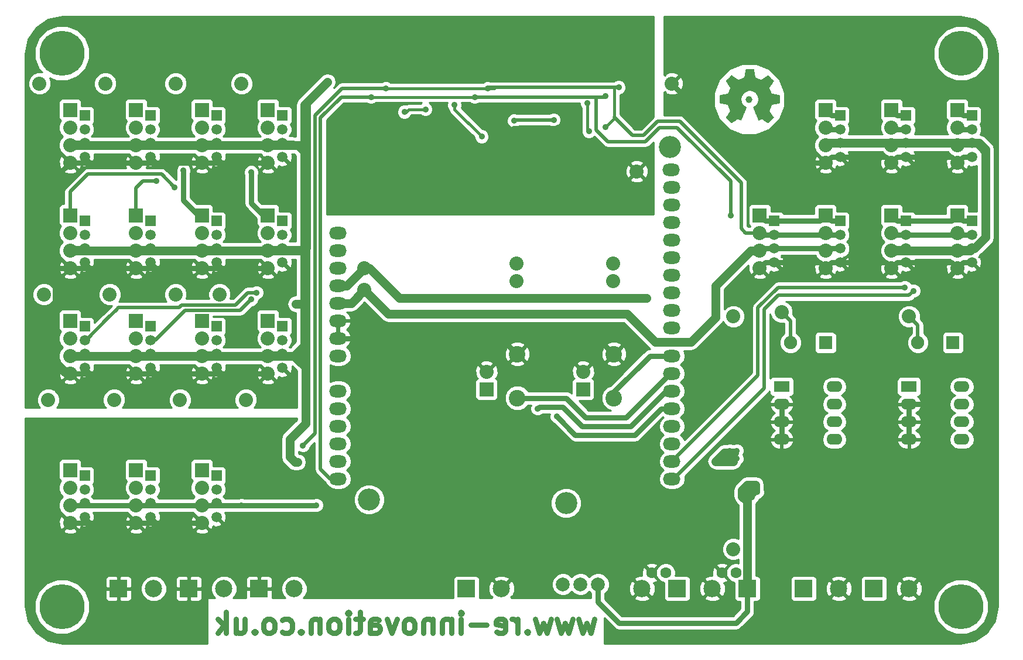
<source format=gbl>
G04 (created by PCBNEW (2013-07-07 BZR 4022)-stable) date 07/05/2015 17:00:17*
%MOIN*%
G04 Gerber Fmt 3.4, Leading zero omitted, Abs format*
%FSLAX34Y34*%
G01*
G70*
G90*
G04 APERTURE LIST*
%ADD10C,0.00590551*%
%ADD11C,0.0295276*%
%ADD12C,0.0001*%
%ADD13C,0.0945*%
%ADD14R,0.0984X0.0984*%
%ADD15C,0.0984*%
%ADD16C,0.08*%
%ADD17C,0.0787402*%
%ADD18R,0.075X0.075*%
%ADD19C,0.075*%
%ADD20C,0.2559*%
%ADD21R,0.09X0.062*%
%ADD22O,0.09X0.062*%
%ADD23R,0.08X0.08*%
%ADD24C,0.0629921*%
%ADD25R,0.0590551X0.0590551*%
%ADD26C,0.0590551*%
%ADD27O,0.1X0.0709*%
%ADD28C,0.125984*%
%ADD29C,0.0394*%
%ADD30C,0.035*%
%ADD31C,0.05*%
%ADD32C,0.03*%
%ADD33C,0.02*%
%ADD34C,0.015*%
%ADD35C,0.01*%
G04 APERTURE END LIST*
G54D10*
G54D11*
X34992Y-23840D02*
X34767Y-24628D01*
X34542Y-24065D01*
X34317Y-24628D01*
X34092Y-23840D01*
X33755Y-23840D02*
X33530Y-24628D01*
X33305Y-24065D01*
X33080Y-24628D01*
X32855Y-23840D01*
X32517Y-23840D02*
X32292Y-24628D01*
X32067Y-24065D01*
X31842Y-24628D01*
X31617Y-23840D01*
X31167Y-24515D02*
X31111Y-24571D01*
X31167Y-24628D01*
X31224Y-24571D01*
X31167Y-24515D01*
X31167Y-24628D01*
X30605Y-24628D02*
X30605Y-23840D01*
X30605Y-24065D02*
X30549Y-23953D01*
X30492Y-23896D01*
X30380Y-23840D01*
X30267Y-23840D01*
X29424Y-24571D02*
X29536Y-24628D01*
X29761Y-24628D01*
X29874Y-24571D01*
X29930Y-24459D01*
X29930Y-24009D01*
X29874Y-23896D01*
X29761Y-23840D01*
X29536Y-23840D01*
X29424Y-23896D01*
X29368Y-24009D01*
X29368Y-24121D01*
X29930Y-24234D01*
X28861Y-24178D02*
X27962Y-24178D01*
X27399Y-24628D02*
X27399Y-23840D01*
X27399Y-23446D02*
X27455Y-23503D01*
X27399Y-23559D01*
X27343Y-23503D01*
X27399Y-23446D01*
X27399Y-23559D01*
X26837Y-23840D02*
X26837Y-24628D01*
X26837Y-23953D02*
X26780Y-23896D01*
X26668Y-23840D01*
X26499Y-23840D01*
X26387Y-23896D01*
X26330Y-24009D01*
X26330Y-24628D01*
X25768Y-23840D02*
X25768Y-24628D01*
X25768Y-23953D02*
X25712Y-23896D01*
X25599Y-23840D01*
X25431Y-23840D01*
X25318Y-23896D01*
X25262Y-24009D01*
X25262Y-24628D01*
X24531Y-24628D02*
X24643Y-24571D01*
X24699Y-24515D01*
X24756Y-24403D01*
X24756Y-24065D01*
X24699Y-23953D01*
X24643Y-23896D01*
X24531Y-23840D01*
X24362Y-23840D01*
X24250Y-23896D01*
X24193Y-23953D01*
X24137Y-24065D01*
X24137Y-24403D01*
X24193Y-24515D01*
X24250Y-24571D01*
X24362Y-24628D01*
X24531Y-24628D01*
X23743Y-23840D02*
X23462Y-24628D01*
X23181Y-23840D01*
X22225Y-24628D02*
X22225Y-24009D01*
X22281Y-23896D01*
X22393Y-23840D01*
X22618Y-23840D01*
X22731Y-23896D01*
X22225Y-24571D02*
X22337Y-24628D01*
X22618Y-24628D01*
X22731Y-24571D01*
X22787Y-24459D01*
X22787Y-24346D01*
X22731Y-24234D01*
X22618Y-24178D01*
X22337Y-24178D01*
X22225Y-24121D01*
X21831Y-23840D02*
X21381Y-23840D01*
X21662Y-23446D02*
X21662Y-24459D01*
X21606Y-24571D01*
X21494Y-24628D01*
X21381Y-24628D01*
X20987Y-24628D02*
X20987Y-23840D01*
X20987Y-23446D02*
X21044Y-23503D01*
X20987Y-23559D01*
X20931Y-23503D01*
X20987Y-23446D01*
X20987Y-23559D01*
X20256Y-24628D02*
X20369Y-24571D01*
X20425Y-24515D01*
X20481Y-24403D01*
X20481Y-24065D01*
X20425Y-23953D01*
X20369Y-23896D01*
X20256Y-23840D01*
X20088Y-23840D01*
X19975Y-23896D01*
X19919Y-23953D01*
X19863Y-24065D01*
X19863Y-24403D01*
X19919Y-24515D01*
X19975Y-24571D01*
X20088Y-24628D01*
X20256Y-24628D01*
X19356Y-23840D02*
X19356Y-24628D01*
X19356Y-23953D02*
X19300Y-23896D01*
X19188Y-23840D01*
X19019Y-23840D01*
X18906Y-23896D01*
X18850Y-24009D01*
X18850Y-24628D01*
X18288Y-24515D02*
X18232Y-24571D01*
X18288Y-24628D01*
X18344Y-24571D01*
X18288Y-24515D01*
X18288Y-24628D01*
X17219Y-24571D02*
X17332Y-24628D01*
X17557Y-24628D01*
X17669Y-24571D01*
X17725Y-24515D01*
X17782Y-24403D01*
X17782Y-24065D01*
X17725Y-23953D01*
X17669Y-23896D01*
X17557Y-23840D01*
X17332Y-23840D01*
X17219Y-23896D01*
X16544Y-24628D02*
X16657Y-24571D01*
X16713Y-24515D01*
X16769Y-24403D01*
X16769Y-24065D01*
X16713Y-23953D01*
X16657Y-23896D01*
X16544Y-23840D01*
X16375Y-23840D01*
X16263Y-23896D01*
X16207Y-23953D01*
X16151Y-24065D01*
X16151Y-24403D01*
X16207Y-24515D01*
X16263Y-24571D01*
X16375Y-24628D01*
X16544Y-24628D01*
X15644Y-24515D02*
X15588Y-24571D01*
X15644Y-24628D01*
X15701Y-24571D01*
X15644Y-24515D01*
X15644Y-24628D01*
X14576Y-23840D02*
X14576Y-24628D01*
X15082Y-23840D02*
X15082Y-24459D01*
X15026Y-24571D01*
X14913Y-24628D01*
X14744Y-24628D01*
X14632Y-24571D01*
X14576Y-24515D01*
X14013Y-24628D02*
X14013Y-23446D01*
X13901Y-24178D02*
X13563Y-24628D01*
X13563Y-23840D02*
X14013Y-24290D01*
G54D12*
G36*
X45542Y5979D02*
X45542Y5759D01*
X45542Y5725D01*
X45542Y5694D01*
X45542Y5667D01*
X45542Y5643D01*
X45542Y5622D01*
X45542Y5603D01*
X45542Y5587D01*
X45542Y5573D01*
X45541Y5562D01*
X45541Y5553D01*
X45541Y5546D01*
X45541Y5540D01*
X45540Y5536D01*
X45540Y5534D01*
X45540Y5533D01*
X45535Y5526D01*
X45528Y5521D01*
X45520Y5518D01*
X45517Y5517D01*
X45511Y5516D01*
X45502Y5515D01*
X45490Y5512D01*
X45476Y5510D01*
X45459Y5506D01*
X45440Y5503D01*
X45420Y5499D01*
X45397Y5495D01*
X45374Y5490D01*
X45349Y5486D01*
X45323Y5481D01*
X45311Y5479D01*
X45280Y5473D01*
X45252Y5468D01*
X45227Y5463D01*
X45205Y5459D01*
X45186Y5455D01*
X45169Y5452D01*
X45154Y5449D01*
X45142Y5447D01*
X45132Y5445D01*
X45123Y5443D01*
X45116Y5441D01*
X45111Y5439D01*
X45106Y5438D01*
X45103Y5437D01*
X45101Y5435D01*
X45099Y5434D01*
X45097Y5433D01*
X45096Y5431D01*
X45095Y5430D01*
X45095Y5429D01*
X45094Y5427D01*
X45092Y5422D01*
X45088Y5413D01*
X45084Y5403D01*
X45079Y5390D01*
X45072Y5375D01*
X45065Y5357D01*
X45058Y5339D01*
X45050Y5318D01*
X45041Y5297D01*
X45032Y5274D01*
X45027Y5261D01*
X45016Y5234D01*
X45006Y5209D01*
X44997Y5188D01*
X44990Y5169D01*
X44983Y5152D01*
X44978Y5138D01*
X44973Y5126D01*
X44969Y5116D01*
X44967Y5108D01*
X44964Y5101D01*
X44963Y5095D01*
X44962Y5091D01*
X44961Y5087D01*
X44961Y5084D01*
X44961Y5082D01*
X44962Y5080D01*
X44963Y5078D01*
X44963Y5076D01*
X44964Y5074D01*
X44968Y5069D01*
X44973Y5062D01*
X44979Y5052D01*
X44987Y5040D01*
X44996Y5026D01*
X45007Y5011D01*
X45019Y4994D01*
X45031Y4975D01*
X45045Y4955D01*
X45059Y4934D01*
X45074Y4913D01*
X45081Y4902D01*
X45096Y4880D01*
X45111Y4859D01*
X45125Y4838D01*
X45138Y4819D01*
X45150Y4801D01*
X45161Y4785D01*
X45171Y4771D01*
X45180Y4758D01*
X45187Y4747D01*
X45193Y4739D01*
X45197Y4733D01*
X45199Y4730D01*
X45199Y4729D01*
X45201Y4722D01*
X45200Y4714D01*
X45199Y4711D01*
X45198Y4709D01*
X45194Y4704D01*
X45187Y4698D01*
X45179Y4689D01*
X45169Y4678D01*
X45156Y4666D01*
X45142Y4651D01*
X45126Y4635D01*
X45109Y4618D01*
X45090Y4599D01*
X45070Y4579D01*
X45049Y4558D01*
X45040Y4549D01*
X45017Y4526D01*
X44996Y4505D01*
X44977Y4486D01*
X44961Y4470D01*
X44946Y4455D01*
X44933Y4443D01*
X44922Y4432D01*
X44913Y4422D01*
X44904Y4415D01*
X44897Y4408D01*
X44892Y4403D01*
X44887Y4399D01*
X44883Y4396D01*
X44880Y4394D01*
X44877Y4392D01*
X44875Y4392D01*
X44873Y4391D01*
X44871Y4392D01*
X44869Y4392D01*
X44868Y4393D01*
X44867Y4393D01*
X44865Y4394D01*
X44860Y4397D01*
X44852Y4402D01*
X44843Y4408D01*
X44831Y4416D01*
X44817Y4426D01*
X44801Y4436D01*
X44784Y4447D01*
X44766Y4460D01*
X44747Y4473D01*
X44727Y4487D01*
X44712Y4497D01*
X44684Y4516D01*
X44660Y4533D01*
X44638Y4548D01*
X44618Y4562D01*
X44601Y4573D01*
X44586Y4584D01*
X44572Y4593D01*
X44561Y4600D01*
X44552Y4607D01*
X44544Y4612D01*
X44537Y4617D01*
X44532Y4620D01*
X44527Y4623D01*
X44524Y4625D01*
X44521Y4626D01*
X44519Y4627D01*
X44518Y4627D01*
X44517Y4627D01*
X44516Y4627D01*
X44514Y4627D01*
X44513Y4627D01*
X44512Y4627D01*
X44510Y4627D01*
X44507Y4627D01*
X44505Y4626D01*
X44501Y4625D01*
X44498Y4624D01*
X44492Y4621D01*
X44486Y4618D01*
X44477Y4614D01*
X44467Y4608D01*
X44455Y4602D01*
X44439Y4594D01*
X44425Y4586D01*
X44406Y4576D01*
X44391Y4568D01*
X44377Y4561D01*
X44367Y4555D01*
X44358Y4551D01*
X44351Y4548D01*
X44345Y4546D01*
X44341Y4545D01*
X44338Y4545D01*
X44335Y4545D01*
X44333Y4547D01*
X44331Y4548D01*
X44330Y4550D01*
X44329Y4552D01*
X44326Y4557D01*
X44323Y4565D01*
X44318Y4576D01*
X44312Y4589D01*
X44306Y4605D01*
X44298Y4623D01*
X44290Y4643D01*
X44280Y4665D01*
X44271Y4688D01*
X44260Y4713D01*
X44249Y4740D01*
X44238Y4767D01*
X44226Y4795D01*
X44214Y4824D01*
X44202Y4854D01*
X44189Y4884D01*
X44177Y4914D01*
X44164Y4945D01*
X44151Y4975D01*
X44139Y5005D01*
X44127Y5034D01*
X44115Y5063D01*
X44104Y5091D01*
X44093Y5117D01*
X44082Y5143D01*
X44072Y5167D01*
X44063Y5190D01*
X44055Y5210D01*
X44047Y5229D01*
X44040Y5246D01*
X44034Y5261D01*
X44030Y5273D01*
X44026Y5282D01*
X44023Y5288D01*
X44022Y5292D01*
X44022Y5292D01*
X44022Y5297D01*
X44023Y5301D01*
X44026Y5306D01*
X44030Y5310D01*
X44037Y5316D01*
X44047Y5322D01*
X44055Y5328D01*
X44064Y5334D01*
X44074Y5340D01*
X44082Y5346D01*
X44089Y5351D01*
X44092Y5352D01*
X44098Y5357D01*
X44105Y5363D01*
X44114Y5369D01*
X44123Y5376D01*
X44125Y5377D01*
X44146Y5394D01*
X44167Y5413D01*
X44187Y5435D01*
X44207Y5457D01*
X44224Y5480D01*
X44235Y5495D01*
X44255Y5530D01*
X44272Y5566D01*
X44286Y5603D01*
X44298Y5641D01*
X44305Y5680D01*
X44310Y5719D01*
X44311Y5759D01*
X44309Y5798D01*
X44304Y5837D01*
X44296Y5876D01*
X44284Y5914D01*
X44279Y5928D01*
X44262Y5966D01*
X44242Y6002D01*
X44220Y6036D01*
X44195Y6067D01*
X44167Y6096D01*
X44137Y6123D01*
X44104Y6147D01*
X44070Y6169D01*
X44046Y6181D01*
X44010Y6197D01*
X43975Y6210D01*
X43940Y6219D01*
X43903Y6225D01*
X43866Y6229D01*
X43836Y6230D01*
X43818Y6229D01*
X43802Y6229D01*
X43788Y6228D01*
X43774Y6226D01*
X43758Y6224D01*
X43747Y6222D01*
X43710Y6213D01*
X43673Y6201D01*
X43637Y6186D01*
X43602Y6169D01*
X43569Y6148D01*
X43538Y6125D01*
X43508Y6100D01*
X43484Y6075D01*
X43458Y6043D01*
X43434Y6010D01*
X43414Y5975D01*
X43397Y5938D01*
X43383Y5900D01*
X43372Y5860D01*
X43364Y5818D01*
X43363Y5812D01*
X43362Y5801D01*
X43361Y5788D01*
X43361Y5773D01*
X43361Y5757D01*
X43361Y5740D01*
X43362Y5724D01*
X43363Y5710D01*
X43364Y5697D01*
X43364Y5693D01*
X43371Y5652D01*
X43382Y5612D01*
X43396Y5574D01*
X43413Y5537D01*
X43433Y5502D01*
X43457Y5467D01*
X43461Y5461D01*
X43472Y5448D01*
X43485Y5434D01*
X43499Y5420D01*
X43514Y5405D01*
X43528Y5392D01*
X43542Y5381D01*
X43547Y5377D01*
X43555Y5371D01*
X43564Y5364D01*
X43573Y5358D01*
X43579Y5353D01*
X43580Y5352D01*
X43586Y5348D01*
X43594Y5343D01*
X43603Y5337D01*
X43612Y5331D01*
X43617Y5328D01*
X43628Y5320D01*
X43637Y5314D01*
X43643Y5309D01*
X43647Y5304D01*
X43649Y5300D01*
X43650Y5296D01*
X43650Y5292D01*
X43649Y5290D01*
X43647Y5284D01*
X43643Y5276D01*
X43639Y5265D01*
X43634Y5251D01*
X43627Y5235D01*
X43620Y5217D01*
X43612Y5197D01*
X43603Y5175D01*
X43593Y5151D01*
X43583Y5126D01*
X43572Y5100D01*
X43560Y5072D01*
X43549Y5044D01*
X43537Y5015D01*
X43524Y4985D01*
X43512Y4955D01*
X43499Y4925D01*
X43487Y4894D01*
X43474Y4864D01*
X43462Y4834D01*
X43450Y4805D01*
X43438Y4776D01*
X43426Y4749D01*
X43415Y4722D01*
X43405Y4697D01*
X43394Y4673D01*
X43385Y4650D01*
X43376Y4630D01*
X43369Y4611D01*
X43361Y4594D01*
X43355Y4580D01*
X43350Y4568D01*
X43346Y4559D01*
X43344Y4553D01*
X43342Y4550D01*
X43342Y4550D01*
X43340Y4548D01*
X43338Y4546D01*
X43336Y4545D01*
X43333Y4545D01*
X43329Y4545D01*
X43325Y4547D01*
X43319Y4549D01*
X43311Y4553D01*
X43301Y4557D01*
X43290Y4563D01*
X43276Y4571D01*
X43259Y4580D01*
X43247Y4586D01*
X43229Y4595D01*
X43215Y4603D01*
X43202Y4610D01*
X43193Y4615D01*
X43185Y4619D01*
X43178Y4622D01*
X43173Y4624D01*
X43170Y4625D01*
X43167Y4626D01*
X43164Y4627D01*
X43162Y4627D01*
X43160Y4627D01*
X43158Y4627D01*
X43157Y4627D01*
X43156Y4627D01*
X43155Y4627D01*
X43154Y4627D01*
X43152Y4627D01*
X43150Y4626D01*
X43147Y4624D01*
X43143Y4622D01*
X43139Y4619D01*
X43133Y4616D01*
X43126Y4611D01*
X43117Y4605D01*
X43107Y4598D01*
X43095Y4590D01*
X43081Y4580D01*
X43065Y4569D01*
X43047Y4557D01*
X43026Y4543D01*
X43003Y4526D01*
X42978Y4509D01*
X42957Y4495D01*
X42937Y4481D01*
X42917Y4468D01*
X42899Y4455D01*
X42882Y4444D01*
X42866Y4433D01*
X42852Y4424D01*
X42841Y4415D01*
X42831Y4409D01*
X42823Y4404D01*
X42819Y4401D01*
X42817Y4399D01*
X42808Y4394D01*
X42800Y4392D01*
X42792Y4392D01*
X42792Y4392D01*
X42790Y4393D01*
X42786Y4397D01*
X42779Y4403D01*
X42770Y4412D01*
X42759Y4423D01*
X42745Y4436D01*
X42729Y4452D01*
X42710Y4471D01*
X42689Y4491D01*
X42666Y4515D01*
X42640Y4541D01*
X42630Y4551D01*
X42607Y4574D01*
X42586Y4595D01*
X42567Y4614D01*
X42551Y4630D01*
X42536Y4645D01*
X42523Y4657D01*
X42513Y4669D01*
X42503Y4678D01*
X42495Y4686D01*
X42489Y4693D01*
X42484Y4698D01*
X42480Y4703D01*
X42476Y4707D01*
X42474Y4710D01*
X42473Y4712D01*
X42472Y4713D01*
X42471Y4715D01*
X42471Y4715D01*
X42470Y4721D01*
X42471Y4726D01*
X42471Y4727D01*
X42473Y4729D01*
X42476Y4734D01*
X42480Y4741D01*
X42487Y4751D01*
X42495Y4762D01*
X42504Y4776D01*
X42515Y4792D01*
X42526Y4809D01*
X42539Y4828D01*
X42553Y4847D01*
X42567Y4868D01*
X42582Y4890D01*
X42589Y4900D01*
X42604Y4922D01*
X42618Y4943D01*
X42632Y4963D01*
X42645Y4983D01*
X42658Y5000D01*
X42669Y5017D01*
X42679Y5032D01*
X42688Y5045D01*
X42695Y5055D01*
X42701Y5064D01*
X42705Y5070D01*
X42707Y5074D01*
X42707Y5074D01*
X42708Y5076D01*
X42709Y5078D01*
X42710Y5081D01*
X42711Y5083D01*
X42711Y5086D01*
X42710Y5090D01*
X42709Y5094D01*
X42708Y5099D01*
X42706Y5106D01*
X42703Y5114D01*
X42699Y5124D01*
X42695Y5136D01*
X42689Y5150D01*
X42683Y5166D01*
X42676Y5184D01*
X42667Y5206D01*
X42658Y5230D01*
X42647Y5257D01*
X42645Y5261D01*
X42636Y5284D01*
X42627Y5306D01*
X42618Y5327D01*
X42611Y5347D01*
X42603Y5365D01*
X42597Y5381D01*
X42591Y5396D01*
X42586Y5408D01*
X42582Y5417D01*
X42579Y5424D01*
X42577Y5428D01*
X42577Y5429D01*
X42576Y5431D01*
X42575Y5432D01*
X42574Y5433D01*
X42572Y5435D01*
X42570Y5436D01*
X42567Y5437D01*
X42563Y5439D01*
X42558Y5440D01*
X42552Y5442D01*
X42544Y5444D01*
X42534Y5446D01*
X42523Y5448D01*
X42509Y5451D01*
X42493Y5454D01*
X42475Y5457D01*
X42454Y5461D01*
X42431Y5466D01*
X42404Y5471D01*
X42374Y5476D01*
X42360Y5479D01*
X42334Y5484D01*
X42309Y5488D01*
X42284Y5493D01*
X42261Y5497D01*
X42240Y5501D01*
X42220Y5505D01*
X42202Y5508D01*
X42187Y5511D01*
X42174Y5514D01*
X42164Y5516D01*
X42156Y5517D01*
X42152Y5518D01*
X42151Y5518D01*
X42143Y5522D01*
X42136Y5528D01*
X42131Y5535D01*
X42131Y5537D01*
X42130Y5540D01*
X42130Y5545D01*
X42130Y5553D01*
X42129Y5563D01*
X42129Y5577D01*
X42129Y5594D01*
X42129Y5614D01*
X42129Y5636D01*
X42129Y5663D01*
X42129Y5692D01*
X42129Y5725D01*
X42129Y5761D01*
X42129Y5762D01*
X42130Y5979D01*
X42135Y5986D01*
X42139Y5990D01*
X42143Y5993D01*
X42144Y5994D01*
X42147Y5995D01*
X42152Y5996D01*
X42161Y5997D01*
X42172Y6000D01*
X42186Y6002D01*
X42203Y6005D01*
X42221Y6009D01*
X42242Y6013D01*
X42264Y6017D01*
X42288Y6022D01*
X42313Y6026D01*
X42339Y6031D01*
X42359Y6035D01*
X42392Y6041D01*
X42424Y6047D01*
X42452Y6052D01*
X42478Y6057D01*
X42501Y6062D01*
X42521Y6065D01*
X42538Y6069D01*
X42552Y6072D01*
X42563Y6074D01*
X42570Y6076D01*
X42575Y6077D01*
X42575Y6077D01*
X42581Y6081D01*
X42586Y6086D01*
X42587Y6087D01*
X42588Y6090D01*
X42591Y6096D01*
X42595Y6104D01*
X42600Y6115D01*
X42606Y6128D01*
X42612Y6142D01*
X42619Y6159D01*
X42627Y6176D01*
X42635Y6195D01*
X42643Y6214D01*
X42651Y6234D01*
X42660Y6254D01*
X42668Y6273D01*
X42677Y6293D01*
X42685Y6312D01*
X42692Y6329D01*
X42699Y6346D01*
X42705Y6361D01*
X42711Y6374D01*
X42715Y6386D01*
X42719Y6394D01*
X42721Y6401D01*
X42723Y6404D01*
X42723Y6404D01*
X42723Y6411D01*
X42721Y6417D01*
X42721Y6418D01*
X42720Y6420D01*
X42717Y6425D01*
X42712Y6433D01*
X42705Y6443D01*
X42697Y6455D01*
X42688Y6469D01*
X42677Y6485D01*
X42665Y6502D01*
X42652Y6521D01*
X42639Y6541D01*
X42624Y6562D01*
X42609Y6585D01*
X42597Y6602D01*
X42582Y6625D01*
X42567Y6647D01*
X42552Y6668D01*
X42539Y6688D01*
X42526Y6706D01*
X42514Y6723D01*
X42504Y6738D01*
X42495Y6752D01*
X42487Y6763D01*
X42481Y6773D01*
X42476Y6780D01*
X42473Y6784D01*
X42472Y6785D01*
X42471Y6791D01*
X42471Y6798D01*
X42471Y6800D01*
X42472Y6801D01*
X42472Y6802D01*
X42473Y6804D01*
X42475Y6806D01*
X42477Y6809D01*
X42480Y6813D01*
X42484Y6817D01*
X42489Y6823D01*
X42495Y6829D01*
X42503Y6837D01*
X42512Y6846D01*
X42522Y6857D01*
X42535Y6869D01*
X42549Y6883D01*
X42565Y6899D01*
X42583Y6918D01*
X42603Y6938D01*
X42626Y6961D01*
X42629Y6964D01*
X42652Y6987D01*
X42673Y7008D01*
X42692Y7026D01*
X42708Y7043D01*
X42723Y7057D01*
X42736Y7070D01*
X42747Y7081D01*
X42756Y7090D01*
X42764Y7098D01*
X42771Y7104D01*
X42776Y7109D01*
X42781Y7113D01*
X42784Y7116D01*
X42787Y7119D01*
X42789Y7120D01*
X42791Y7121D01*
X42792Y7122D01*
X42793Y7122D01*
X42799Y7122D01*
X42805Y7121D01*
X42805Y7121D01*
X42807Y7120D01*
X42812Y7117D01*
X42820Y7112D01*
X42829Y7106D01*
X42841Y7098D01*
X42855Y7088D01*
X42871Y7078D01*
X42888Y7066D01*
X42907Y7053D01*
X42927Y7039D01*
X42948Y7025D01*
X42971Y7010D01*
X42989Y6997D01*
X43012Y6981D01*
X43034Y6966D01*
X43055Y6952D01*
X43075Y6938D01*
X43094Y6925D01*
X43111Y6913D01*
X43127Y6903D01*
X43141Y6893D01*
X43153Y6885D01*
X43162Y6879D01*
X43169Y6874D01*
X43174Y6871D01*
X43176Y6870D01*
X43178Y6868D01*
X43180Y6867D01*
X43183Y6867D01*
X43185Y6866D01*
X43188Y6866D01*
X43192Y6866D01*
X43197Y6867D01*
X43203Y6869D01*
X43210Y6871D01*
X43219Y6874D01*
X43229Y6878D01*
X43241Y6883D01*
X43256Y6889D01*
X43273Y6896D01*
X43292Y6904D01*
X43314Y6913D01*
X43339Y6923D01*
X43353Y6928D01*
X43382Y6940D01*
X43407Y6951D01*
X43430Y6960D01*
X43449Y6968D01*
X43465Y6975D01*
X43479Y6981D01*
X43490Y6986D01*
X43498Y6990D01*
X43504Y6992D01*
X43507Y6994D01*
X43507Y6994D01*
X43511Y6999D01*
X43514Y7005D01*
X43515Y7006D01*
X43515Y7009D01*
X43517Y7015D01*
X43518Y7024D01*
X43521Y7036D01*
X43523Y7050D01*
X43527Y7067D01*
X43530Y7086D01*
X43534Y7107D01*
X43539Y7129D01*
X43543Y7153D01*
X43548Y7179D01*
X43553Y7205D01*
X43557Y7230D01*
X43562Y7257D01*
X43567Y7283D01*
X43572Y7308D01*
X43577Y7332D01*
X43581Y7354D01*
X43585Y7375D01*
X43588Y7393D01*
X43591Y7409D01*
X43594Y7423D01*
X43596Y7434D01*
X43598Y7443D01*
X43599Y7448D01*
X43600Y7450D01*
X43603Y7454D01*
X43607Y7458D01*
X43608Y7459D01*
X43614Y7463D01*
X43836Y7463D01*
X44058Y7463D01*
X44064Y7458D01*
X44069Y7454D01*
X44072Y7450D01*
X44073Y7449D01*
X44073Y7446D01*
X44074Y7441D01*
X44076Y7432D01*
X44078Y7420D01*
X44081Y7406D01*
X44084Y7390D01*
X44088Y7371D01*
X44092Y7350D01*
X44096Y7328D01*
X44101Y7304D01*
X44105Y7279D01*
X44110Y7252D01*
X44115Y7225D01*
X44121Y7193D01*
X44127Y7163D01*
X44132Y7137D01*
X44136Y7113D01*
X44140Y7093D01*
X44144Y7075D01*
X44147Y7059D01*
X44149Y7046D01*
X44152Y7034D01*
X44154Y7025D01*
X44156Y7017D01*
X44157Y7011D01*
X44159Y7005D01*
X44160Y7001D01*
X44161Y6998D01*
X44163Y6996D01*
X44164Y6995D01*
X44165Y6993D01*
X44167Y6992D01*
X44168Y6991D01*
X44169Y6991D01*
X44171Y6990D01*
X44176Y6987D01*
X44184Y6984D01*
X44195Y6980D01*
X44208Y6974D01*
X44223Y6968D01*
X44240Y6961D01*
X44258Y6953D01*
X44278Y6945D01*
X44299Y6937D01*
X44321Y6928D01*
X44321Y6928D01*
X44347Y6917D01*
X44371Y6907D01*
X44391Y6899D01*
X44409Y6891D01*
X44425Y6885D01*
X44438Y6880D01*
X44449Y6876D01*
X44459Y6872D01*
X44467Y6870D01*
X44473Y6868D01*
X44479Y6867D01*
X44483Y6866D01*
X44486Y6866D01*
X44489Y6867D01*
X44492Y6867D01*
X44494Y6869D01*
X44497Y6870D01*
X44499Y6872D01*
X44502Y6873D01*
X44507Y6877D01*
X44515Y6882D01*
X44526Y6889D01*
X44538Y6898D01*
X44552Y6908D01*
X44569Y6919D01*
X44586Y6931D01*
X44606Y6944D01*
X44626Y6958D01*
X44647Y6973D01*
X44669Y6988D01*
X44685Y6999D01*
X44708Y7014D01*
X44729Y7029D01*
X44750Y7043D01*
X44770Y7057D01*
X44788Y7069D01*
X44805Y7081D01*
X44821Y7091D01*
X44834Y7100D01*
X44845Y7107D01*
X44854Y7114D01*
X44861Y7118D01*
X44865Y7120D01*
X44867Y7121D01*
X44872Y7122D01*
X44878Y7122D01*
X44879Y7122D01*
X44880Y7121D01*
X44882Y7121D01*
X44884Y7119D01*
X44886Y7117D01*
X44890Y7114D01*
X44894Y7111D01*
X44899Y7106D01*
X44905Y7100D01*
X44913Y7093D01*
X44922Y7084D01*
X44932Y7074D01*
X44944Y7062D01*
X44958Y7048D01*
X44974Y7032D01*
X44992Y7015D01*
X45012Y6995D01*
X45034Y6972D01*
X45043Y6964D01*
X45066Y6941D01*
X45086Y6920D01*
X45105Y6901D01*
X45121Y6885D01*
X45136Y6871D01*
X45148Y6858D01*
X45159Y6847D01*
X45168Y6838D01*
X45176Y6830D01*
X45182Y6823D01*
X45187Y6818D01*
X45191Y6813D01*
X45194Y6810D01*
X45197Y6807D01*
X45198Y6804D01*
X45199Y6803D01*
X45200Y6801D01*
X45201Y6800D01*
X45201Y6799D01*
X45201Y6798D01*
X45201Y6791D01*
X45199Y6785D01*
X45198Y6783D01*
X45195Y6778D01*
X45190Y6771D01*
X45183Y6761D01*
X45175Y6749D01*
X45166Y6735D01*
X45155Y6719D01*
X45143Y6702D01*
X45130Y6683D01*
X45117Y6663D01*
X45102Y6642D01*
X45087Y6620D01*
X45076Y6604D01*
X45060Y6581D01*
X45045Y6560D01*
X45031Y6539D01*
X45018Y6519D01*
X45005Y6500D01*
X44993Y6483D01*
X44983Y6468D01*
X44974Y6454D01*
X44966Y6442D01*
X44960Y6433D01*
X44955Y6426D01*
X44953Y6422D01*
X44952Y6420D01*
X44949Y6411D01*
X44949Y6405D01*
X44950Y6403D01*
X44952Y6397D01*
X44955Y6389D01*
X44960Y6378D01*
X44965Y6365D01*
X44971Y6350D01*
X44978Y6334D01*
X44985Y6317D01*
X44993Y6298D01*
X45001Y6279D01*
X45010Y6259D01*
X45018Y6239D01*
X45026Y6219D01*
X45035Y6200D01*
X45043Y6181D01*
X45051Y6163D01*
X45058Y6146D01*
X45065Y6131D01*
X45070Y6118D01*
X45076Y6106D01*
X45080Y6097D01*
X45083Y6091D01*
X45084Y6087D01*
X45085Y6087D01*
X45089Y6082D01*
X45095Y6078D01*
X45096Y6077D01*
X45099Y6076D01*
X45106Y6075D01*
X45115Y6073D01*
X45128Y6070D01*
X45144Y6067D01*
X45163Y6063D01*
X45185Y6059D01*
X45210Y6054D01*
X45237Y6049D01*
X45268Y6043D01*
X45300Y6037D01*
X45310Y6035D01*
X45337Y6030D01*
X45363Y6026D01*
X45388Y6021D01*
X45411Y6017D01*
X45433Y6013D01*
X45453Y6009D01*
X45471Y6005D01*
X45487Y6002D01*
X45500Y6000D01*
X45511Y5998D01*
X45518Y5996D01*
X45523Y5995D01*
X45524Y5995D01*
X45531Y5991D01*
X45537Y5986D01*
X45542Y5979D01*
X45542Y5979D01*
X45542Y5979D01*
G37*
G54D13*
X36100Y-11250D03*
X36100Y-8750D03*
X30600Y-8750D03*
X30600Y-11250D03*
G54D14*
X46900Y-22100D03*
G54D15*
X48900Y-22100D03*
G54D14*
X7900Y-22100D03*
G54D15*
X9900Y-22100D03*
G54D14*
X11900Y-22100D03*
G54D15*
X13900Y-22100D03*
G54D14*
X15900Y-22100D03*
G54D15*
X17900Y-22100D03*
G54D14*
X27700Y-22100D03*
G54D15*
X29700Y-22100D03*
G54D16*
X30550Y-3600D03*
X30550Y-4600D03*
X36050Y-3600D03*
X36050Y-4600D03*
G54D17*
X34200Y-21850D03*
X35200Y-21850D03*
X33200Y-21850D03*
G54D14*
X50900Y-22100D03*
G54D15*
X52900Y-22100D03*
G54D18*
X55400Y-8100D03*
G54D19*
X53400Y-8100D03*
G54D20*
X4679Y-23125D03*
X55860Y8370D03*
X55860Y-23125D03*
G54D21*
X52900Y-10600D03*
G54D22*
X52900Y-11600D03*
X52900Y-12600D03*
X52900Y-13600D03*
X55900Y-13600D03*
X55900Y-12600D03*
X55900Y-11600D03*
X55900Y-10600D03*
G54D21*
X45650Y-10600D03*
G54D22*
X45650Y-11600D03*
X45650Y-12600D03*
X45650Y-13600D03*
X48650Y-13600D03*
X48650Y-12600D03*
X48650Y-11600D03*
X48650Y-10600D03*
G54D18*
X48150Y-8100D03*
G54D19*
X46150Y-8100D03*
G54D20*
X4679Y8370D03*
G54D23*
X28850Y-10750D03*
G54D16*
X28850Y-9750D03*
G54D23*
X34350Y-10750D03*
G54D16*
X34350Y-9750D03*
G54D14*
X43700Y-22100D03*
G54D15*
X41700Y-22100D03*
G54D24*
X43050Y-21200D03*
X42250Y-21200D03*
G54D14*
X39700Y-22100D03*
G54D15*
X37700Y-22100D03*
G54D24*
X39050Y-21200D03*
X38250Y-21200D03*
G54D16*
X39400Y6650D03*
X13650Y-5350D03*
X11150Y-5350D03*
X7400Y-5350D03*
X3650Y-5350D03*
X15150Y-11350D03*
X11400Y-11350D03*
X7650Y-11350D03*
X3900Y-11350D03*
X37400Y1650D03*
X21900Y-3850D03*
X42900Y-19850D03*
X42900Y-6600D03*
X52900Y-6600D03*
X45650Y-6350D03*
X14900Y6650D03*
X11150Y6650D03*
X7150Y6650D03*
X3400Y6650D03*
X21900Y-5100D03*
G54D23*
X8900Y-6850D03*
G54D16*
X8900Y-7850D03*
X8900Y-8850D03*
X8900Y-9850D03*
G54D25*
X9731Y-7168D03*
G54D26*
X9731Y-7956D03*
X9731Y-8743D03*
X9731Y-9531D03*
G54D23*
X5150Y-6850D03*
G54D16*
X5150Y-7850D03*
X5150Y-8850D03*
X5150Y-9850D03*
G54D25*
X5981Y-7168D03*
G54D26*
X5981Y-7956D03*
X5981Y-8743D03*
X5981Y-9531D03*
G54D23*
X12650Y-6850D03*
G54D16*
X12650Y-7850D03*
X12650Y-8850D03*
X12650Y-9850D03*
G54D25*
X13481Y-7168D03*
G54D26*
X13481Y-7956D03*
X13481Y-8743D03*
X13481Y-9531D03*
G54D23*
X16400Y-6850D03*
G54D16*
X16400Y-7850D03*
X16400Y-8850D03*
X16400Y-9850D03*
G54D25*
X17231Y-7168D03*
G54D26*
X17231Y-7956D03*
X17231Y-8743D03*
X17231Y-9531D03*
G54D23*
X8900Y-850D03*
G54D16*
X8900Y-1850D03*
X8900Y-2850D03*
X8900Y-3850D03*
G54D25*
X9731Y-1168D03*
G54D26*
X9731Y-1956D03*
X9731Y-2743D03*
X9731Y-3531D03*
G54D23*
X5150Y-850D03*
G54D16*
X5150Y-1850D03*
X5150Y-2850D03*
X5150Y-3850D03*
G54D25*
X5981Y-1168D03*
G54D26*
X5981Y-1956D03*
X5981Y-2743D03*
X5981Y-3531D03*
G54D23*
X12650Y-850D03*
G54D16*
X12650Y-1850D03*
X12650Y-2850D03*
X12650Y-3850D03*
G54D25*
X13481Y-1168D03*
G54D26*
X13481Y-1956D03*
X13481Y-2743D03*
X13481Y-3531D03*
G54D23*
X16400Y-850D03*
G54D16*
X16400Y-1850D03*
X16400Y-2850D03*
X16400Y-3850D03*
G54D25*
X17231Y-1168D03*
G54D26*
X17231Y-1956D03*
X17231Y-2743D03*
X17231Y-3531D03*
G54D23*
X16400Y5150D03*
G54D16*
X16400Y4150D03*
X16400Y3150D03*
X16400Y2150D03*
G54D25*
X17231Y4831D03*
G54D26*
X17231Y4043D03*
X17231Y3256D03*
X17231Y2468D03*
G54D23*
X12650Y5150D03*
G54D16*
X12650Y4150D03*
X12650Y3150D03*
X12650Y2150D03*
G54D25*
X13481Y4831D03*
G54D26*
X13481Y4043D03*
X13481Y3256D03*
X13481Y2468D03*
G54D23*
X8900Y5150D03*
G54D16*
X8900Y4150D03*
X8900Y3150D03*
X8900Y2150D03*
G54D25*
X9731Y4831D03*
G54D26*
X9731Y4043D03*
X9731Y3256D03*
X9731Y2468D03*
G54D23*
X5150Y5150D03*
G54D16*
X5150Y4150D03*
X5150Y3150D03*
X5150Y2150D03*
G54D25*
X5981Y4831D03*
G54D26*
X5981Y4043D03*
X5981Y3256D03*
X5981Y2468D03*
G54D23*
X8900Y-15350D03*
G54D16*
X8900Y-16350D03*
X8900Y-17350D03*
X8900Y-18350D03*
G54D25*
X9731Y-15668D03*
G54D26*
X9731Y-16456D03*
X9731Y-17243D03*
X9731Y-18031D03*
G54D23*
X12650Y-15350D03*
G54D16*
X12650Y-16350D03*
X12650Y-17350D03*
X12650Y-18350D03*
G54D25*
X13481Y-15668D03*
G54D26*
X13481Y-16456D03*
X13481Y-17243D03*
X13481Y-18031D03*
G54D23*
X44400Y-850D03*
G54D16*
X44400Y-1850D03*
X44400Y-2850D03*
X44400Y-3850D03*
G54D25*
X45231Y-1168D03*
G54D26*
X45231Y-1956D03*
X45231Y-2743D03*
X45231Y-3531D03*
G54D23*
X48150Y-850D03*
G54D16*
X48150Y-1850D03*
X48150Y-2850D03*
X48150Y-3850D03*
G54D25*
X48981Y-1168D03*
G54D26*
X48981Y-1956D03*
X48981Y-2743D03*
X48981Y-3531D03*
G54D23*
X5150Y-15350D03*
G54D16*
X5150Y-16350D03*
X5150Y-17350D03*
X5150Y-18350D03*
G54D25*
X5981Y-15668D03*
G54D26*
X5981Y-16456D03*
X5981Y-17243D03*
X5981Y-18031D03*
G54D23*
X48150Y5150D03*
G54D16*
X48150Y4150D03*
X48150Y3150D03*
X48150Y2150D03*
G54D25*
X48981Y4831D03*
G54D26*
X48981Y4043D03*
X48981Y3256D03*
X48981Y2468D03*
G54D23*
X55650Y5150D03*
G54D16*
X55650Y4150D03*
X55650Y3150D03*
X55650Y2150D03*
G54D25*
X56481Y4831D03*
G54D26*
X56481Y4043D03*
X56481Y3256D03*
X56481Y2468D03*
G54D23*
X55650Y-850D03*
G54D16*
X55650Y-1850D03*
X55650Y-2850D03*
X55650Y-3850D03*
G54D25*
X56481Y-1168D03*
G54D26*
X56481Y-1956D03*
X56481Y-2743D03*
X56481Y-3531D03*
G54D23*
X51900Y-850D03*
G54D16*
X51900Y-1850D03*
X51900Y-2850D03*
X51900Y-3850D03*
G54D25*
X52731Y-1168D03*
G54D26*
X52731Y-1956D03*
X52731Y-2743D03*
X52731Y-3531D03*
G54D23*
X51900Y5150D03*
G54D16*
X51900Y4150D03*
X51900Y3150D03*
X51900Y2150D03*
G54D25*
X52731Y4831D03*
G54D26*
X52731Y4043D03*
X52731Y3256D03*
X52731Y2468D03*
G54D27*
X20400Y-15850D03*
X20400Y-14850D03*
X20400Y-13850D03*
X20400Y-10850D03*
X20400Y-11850D03*
X20400Y-12850D03*
X20400Y-8850D03*
X20400Y-7850D03*
X20400Y-6850D03*
X20400Y-4850D03*
X20400Y-3850D03*
X39400Y-15850D03*
X39400Y-14850D03*
X39400Y-13850D03*
X39400Y-12850D03*
X39400Y-11850D03*
X39400Y-10850D03*
X39400Y-9850D03*
X39400Y-8850D03*
X39400Y-7250D03*
X39400Y-6250D03*
X39400Y-5250D03*
X39400Y-4250D03*
X39400Y-3250D03*
X39400Y-2250D03*
X39400Y-1250D03*
X39400Y-250D03*
X20400Y-5850D03*
X20400Y-2850D03*
X20400Y-1850D03*
X39400Y750D03*
X39350Y1750D03*
G54D28*
X39281Y3047D03*
X22155Y-17031D03*
X33376Y-17227D03*
G54D29*
X43800Y5750D03*
G54D30*
X37950Y-5550D03*
X19150Y-17350D03*
X14900Y-17350D03*
X18100Y-14900D03*
X18000Y-5900D03*
X19800Y6750D03*
X30417Y4532D03*
X24167Y5032D03*
X25367Y5182D03*
X32667Y4582D03*
X42750Y-850D03*
X28167Y5882D03*
X35617Y5932D03*
X22267Y5882D03*
X18400Y-13950D03*
X23117Y6382D03*
X35617Y4182D03*
X28917Y6382D03*
X36367Y6432D03*
X15750Y-5250D03*
X15450Y-5625D03*
X11100Y750D03*
X10050Y1100D03*
X11600Y1700D03*
X15450Y1600D03*
X53150Y-5150D03*
X39400Y-14850D03*
X52650Y-4950D03*
X43950Y-16900D03*
X43550Y-16600D03*
X44250Y-16600D03*
X43900Y-16450D03*
X26250Y2900D03*
X21500Y2900D03*
X30417Y4082D03*
X32917Y4132D03*
X37817Y4332D03*
X35667Y7632D03*
X37817Y5882D03*
X42350Y-16150D03*
X41750Y-16600D03*
X42200Y-16600D03*
X40500Y5300D03*
X32850Y-12300D03*
X31750Y-11850D03*
X43100Y-14700D03*
X42600Y-14700D03*
X42200Y-14500D03*
X42700Y-14250D03*
X43100Y-14250D03*
X27017Y5432D03*
X28567Y3632D03*
X34667Y3932D03*
X34567Y5532D03*
G54D31*
X56481Y3256D02*
X48256Y3256D01*
X48256Y3256D02*
X48150Y3150D01*
X56481Y-2743D02*
X56606Y-2743D01*
X56606Y-2743D02*
X57250Y-2100D01*
X57250Y-2100D02*
X57250Y2900D01*
X57250Y2900D02*
X56893Y3256D01*
X56893Y3256D02*
X56481Y3256D01*
X51900Y-2850D02*
X56374Y-2850D01*
X56374Y-2850D02*
X56481Y-2743D01*
X36650Y-5550D02*
X37950Y-5550D01*
X21900Y-3850D02*
X22200Y-3850D01*
X22200Y-3850D02*
X23900Y-5550D01*
X23900Y-5550D02*
X36650Y-5550D01*
X20400Y-4850D02*
X20900Y-4850D01*
X20900Y-4850D02*
X21900Y-3850D01*
G54D32*
X19150Y-17350D02*
X18050Y-17350D01*
X23900Y-5550D02*
X22200Y-3850D01*
X37950Y-5550D02*
X23900Y-5550D01*
X56606Y-2743D02*
X57250Y-2100D01*
X57250Y-2100D02*
X57250Y2650D01*
X57250Y2650D02*
X56643Y3256D01*
X56643Y3256D02*
X56481Y3256D01*
X15850Y-17350D02*
X18050Y-17350D01*
X14250Y-17350D02*
X15850Y-17350D01*
X20900Y-4850D02*
X21900Y-3850D01*
G54D33*
X20900Y-4850D02*
X21900Y-3850D01*
G54D32*
X52731Y3256D02*
X55543Y3256D01*
X55543Y3256D02*
X55650Y3150D01*
X48981Y3256D02*
X51793Y3256D01*
X51793Y3256D02*
X51900Y3150D01*
X51900Y-2850D02*
X55650Y-2850D01*
X56481Y-2743D02*
X55756Y-2743D01*
X55756Y-2743D02*
X55650Y-2850D01*
X52731Y-2743D02*
X52006Y-2743D01*
X52006Y-2743D02*
X51900Y-2850D01*
X48981Y3256D02*
X48256Y3256D01*
X48256Y3256D02*
X48150Y3150D01*
X52731Y3256D02*
X52006Y3256D01*
X52006Y3256D02*
X51900Y3150D01*
X56481Y3256D02*
X55756Y3256D01*
X55756Y3256D02*
X55650Y3150D01*
X14900Y-17350D02*
X14250Y-17350D01*
X14250Y-17350D02*
X12650Y-17350D01*
X8900Y-17350D02*
X12650Y-17350D01*
X5150Y-17350D02*
X8900Y-17350D01*
G54D31*
X21900Y-5100D02*
X23250Y-6450D01*
X23250Y-6450D02*
X36850Y-6450D01*
X36850Y-6450D02*
X38450Y-8050D01*
X38450Y-8050D02*
X40500Y-8050D01*
X40500Y-8050D02*
X41900Y-6650D01*
X41900Y-6650D02*
X41900Y-4850D01*
X41900Y-4850D02*
X43900Y-2850D01*
X43900Y-2850D02*
X44400Y-2850D01*
X20400Y-5850D02*
X21150Y-5850D01*
X21150Y-5850D02*
X21900Y-5100D01*
X18550Y-4750D02*
X18550Y-2089D01*
X18550Y-2089D02*
X18500Y-2039D01*
X18550Y-5900D02*
X18000Y-5900D01*
X18550Y-9000D02*
X18550Y-5900D01*
X18550Y-5900D02*
X18550Y-4750D01*
X18550Y-4750D02*
X18550Y-4700D01*
X18550Y-4700D02*
X18500Y-4650D01*
X18550Y-9500D02*
X18550Y-9000D01*
X18550Y-9000D02*
X18550Y-8200D01*
X17850Y-8850D02*
X17900Y-8850D01*
X17900Y-8850D02*
X18550Y-8200D01*
X17650Y-8850D02*
X17850Y-8850D01*
X17900Y-8850D02*
X18550Y-9500D01*
X18100Y-14900D02*
X17950Y-14900D01*
X17950Y-14900D02*
X17650Y-14600D01*
X17650Y-14600D02*
X17650Y-13600D01*
X17650Y-13600D02*
X18550Y-12700D01*
X18550Y-12700D02*
X18550Y-9500D01*
X18550Y-8200D02*
X18500Y-8200D01*
X5150Y-2850D02*
X18386Y-2850D01*
X18386Y-2850D02*
X18500Y-2963D01*
X16400Y3150D02*
X18500Y3150D01*
X5150Y3150D02*
X16400Y3150D01*
X16400Y-8850D02*
X17650Y-8850D01*
X17650Y-8850D02*
X18400Y-8850D01*
X18500Y-8750D02*
X18500Y-8200D01*
X18400Y-8850D02*
X18500Y-8750D01*
X18500Y-8200D02*
X18500Y-4650D01*
X18500Y-4650D02*
X18500Y-2963D01*
X18500Y-2963D02*
X18500Y-2039D01*
X18500Y-2039D02*
X18500Y3150D01*
X18500Y5450D02*
X19800Y6750D01*
X18500Y3150D02*
X18500Y5450D01*
X5150Y-8850D02*
X16400Y-8850D01*
G54D32*
X25450Y-6450D02*
X23250Y-6450D01*
X44400Y-2850D02*
X43900Y-2850D01*
X36850Y-6450D02*
X25450Y-6450D01*
X25450Y-6450D02*
X24850Y-6450D01*
X21150Y-5850D02*
X21900Y-5100D01*
G54D33*
X21150Y-5850D02*
X21900Y-5100D01*
G54D32*
X18700Y2200D02*
X18700Y5650D01*
X18700Y5650D02*
X19800Y6750D01*
X17231Y3256D02*
X16506Y3256D01*
X16506Y3256D02*
X16400Y3150D01*
X13481Y3256D02*
X12756Y3256D01*
X12756Y3256D02*
X12650Y3150D01*
X9731Y3256D02*
X9006Y3256D01*
X9006Y3256D02*
X8900Y3150D01*
X5981Y3256D02*
X5256Y3256D01*
X5256Y3256D02*
X5150Y3150D01*
X5981Y-2743D02*
X5256Y-2743D01*
X5256Y-2743D02*
X5150Y-2850D01*
X9731Y-2743D02*
X9006Y-2743D01*
X9006Y-2743D02*
X8900Y-2850D01*
X13481Y-2743D02*
X12756Y-2743D01*
X12756Y-2743D02*
X12650Y-2850D01*
X17231Y-2743D02*
X16506Y-2743D01*
X16506Y-2743D02*
X16400Y-2850D01*
X17231Y-2743D02*
X18700Y-2743D01*
X13481Y-8743D02*
X12756Y-8743D01*
X12756Y-8743D02*
X12650Y-8850D01*
X17231Y-8743D02*
X16506Y-8743D01*
X16506Y-8743D02*
X16400Y-8850D01*
X17231Y3256D02*
X17843Y3256D01*
X17843Y3256D02*
X18700Y2400D01*
X18700Y2400D02*
X18700Y2200D01*
X18700Y2200D02*
X18700Y-2743D01*
X45231Y-2743D02*
X48043Y-2743D01*
X48043Y-2743D02*
X48150Y-2850D01*
X45231Y-2743D02*
X44506Y-2743D01*
X44506Y-2743D02*
X44400Y-2850D01*
X48981Y-2743D02*
X48256Y-2743D01*
X48256Y-2743D02*
X48150Y-2850D01*
G54D33*
X31225Y4582D02*
X32667Y4582D01*
X31775Y4582D02*
X31225Y4582D01*
X31225Y4582D02*
X30467Y4582D01*
X30467Y4582D02*
X30417Y4532D01*
G54D32*
X12650Y3150D02*
X16400Y3150D01*
X8900Y3150D02*
X12650Y3150D01*
X5150Y3150D02*
X8900Y3150D01*
X12650Y-2850D02*
X16400Y-2850D01*
X8900Y-2850D02*
X12650Y-2850D01*
X5150Y-2850D02*
X8900Y-2850D01*
X12650Y-8850D02*
X16400Y-8850D01*
X8900Y-8850D02*
X12650Y-8850D01*
X5150Y-8850D02*
X8900Y-8850D01*
G54D34*
X24267Y5032D02*
X24167Y5032D01*
X24417Y5182D02*
X24267Y5032D01*
X25367Y5182D02*
X24417Y5182D01*
X32667Y4582D02*
X31775Y4582D01*
X31775Y4582D02*
X31617Y4582D01*
G54D33*
X35950Y3350D02*
X37900Y3350D01*
X42750Y1100D02*
X42750Y-850D01*
X39700Y4150D02*
X42750Y1100D01*
X38700Y4150D02*
X39700Y4150D01*
X37900Y3350D02*
X38700Y4150D01*
X35100Y5882D02*
X35100Y4000D01*
X35750Y3350D02*
X35950Y3350D01*
X35100Y4000D02*
X35750Y3350D01*
X22267Y5882D02*
X20582Y5882D01*
X19950Y-15850D02*
X20400Y-15850D01*
X19400Y-15300D02*
X19950Y-15850D01*
X19400Y4700D02*
X19400Y-15300D01*
X20582Y5882D02*
X19400Y4700D01*
X35400Y5882D02*
X35567Y5882D01*
X35567Y5882D02*
X35617Y5932D01*
X28167Y5882D02*
X35100Y5882D01*
X35100Y5882D02*
X35400Y5882D01*
X35567Y5882D02*
X35617Y5932D01*
G54D32*
X45231Y-1168D02*
X47831Y-1168D01*
X47831Y-1168D02*
X48150Y-850D01*
X45231Y-1168D02*
X44718Y-1168D01*
X44718Y-1168D02*
X44400Y-850D01*
X48981Y-1168D02*
X48468Y-1168D01*
X48468Y-1168D02*
X48150Y-850D01*
G54D34*
X28167Y5882D02*
X27867Y5882D01*
X22267Y5882D02*
X27867Y5882D01*
G54D33*
X37250Y3700D02*
X37800Y3700D01*
X43350Y1000D02*
X43350Y-1100D01*
X39850Y4500D02*
X43350Y1000D01*
X38600Y4500D02*
X39850Y4500D01*
X37800Y3700D02*
X38600Y4500D01*
X36117Y4750D02*
X36117Y4732D01*
X43600Y-1850D02*
X44400Y-1850D01*
X43350Y-1600D02*
X43600Y-1850D01*
X43350Y-1100D02*
X43350Y-1600D01*
X37150Y3700D02*
X37250Y3700D01*
X36117Y4732D02*
X37150Y3700D01*
X19100Y-11200D02*
X19100Y-13250D01*
X19100Y-13250D02*
X18400Y-13950D01*
X23117Y6382D02*
X20632Y6382D01*
X19100Y4850D02*
X19100Y-11200D01*
X20632Y6382D02*
X19100Y4850D01*
G54D34*
X28917Y6382D02*
X29267Y6382D01*
X29267Y6382D02*
X23117Y6382D01*
G54D33*
X36367Y6432D02*
X28967Y6432D01*
X28967Y6432D02*
X28917Y6382D01*
G54D32*
X45231Y-1956D02*
X48043Y-1956D01*
X48043Y-1956D02*
X48150Y-1850D01*
X45231Y-1956D02*
X44506Y-1956D01*
X44506Y-1956D02*
X44400Y-1850D01*
X48981Y-1956D02*
X48256Y-1956D01*
X48256Y-1956D02*
X48150Y-1850D01*
G54D34*
X36117Y4682D02*
X36117Y4750D01*
X36117Y4750D02*
X36117Y5282D01*
X35617Y4182D02*
X36117Y4682D01*
X36117Y6432D02*
X36117Y5282D01*
X36367Y6432D02*
X36117Y6432D01*
X36117Y6432D02*
X30467Y6432D01*
G54D33*
X7900Y-6100D02*
X11350Y-6100D01*
X14550Y-5950D02*
X15250Y-5250D01*
X11500Y-5950D02*
X14550Y-5950D01*
X11350Y-6100D02*
X11500Y-5950D01*
X5981Y-7956D02*
X6043Y-7956D01*
X15250Y-5250D02*
X15750Y-5250D01*
X6043Y-7956D02*
X7325Y-6675D01*
X7325Y-6675D02*
X7775Y-6225D01*
X7775Y-6225D02*
X7900Y-6100D01*
X9731Y-7956D02*
X9993Y-7956D01*
X14825Y-6250D02*
X15450Y-5625D01*
X11700Y-6250D02*
X14825Y-6250D01*
X9993Y-7956D02*
X11700Y-6250D01*
X5150Y-850D02*
X5150Y500D01*
X10350Y1500D02*
X11100Y750D01*
X6150Y1500D02*
X10350Y1500D01*
X5150Y500D02*
X6150Y1500D01*
X8900Y-850D02*
X8900Y700D01*
X9300Y1100D02*
X10050Y1100D01*
X8900Y700D02*
X9300Y1100D01*
G54D32*
X12650Y-850D02*
X12450Y-850D01*
X11600Y0D02*
X11600Y1700D01*
X12450Y-850D02*
X11600Y0D01*
X16400Y-850D02*
X16150Y-850D01*
X15450Y-150D02*
X15450Y1600D01*
X16150Y-850D02*
X15450Y-150D01*
X56481Y4043D02*
X55756Y4043D01*
X55756Y4043D02*
X55650Y4150D01*
X56481Y4831D02*
X55968Y4831D01*
X55968Y4831D02*
X55650Y5150D01*
X52731Y4043D02*
X52006Y4043D01*
X52006Y4043D02*
X51900Y4150D01*
X52731Y4831D02*
X52218Y4831D01*
X52218Y4831D02*
X51900Y5150D01*
X48981Y4043D02*
X48256Y4043D01*
X48256Y4043D02*
X48150Y4150D01*
X48981Y4831D02*
X48468Y4831D01*
X48468Y4831D02*
X48150Y5150D01*
G54D33*
X39400Y-15850D02*
X39500Y-15850D01*
X44650Y-10700D02*
X44650Y-8600D01*
X39500Y-15850D02*
X44650Y-10700D01*
X52900Y-5400D02*
X53150Y-5150D01*
X45450Y-5400D02*
X52900Y-5400D01*
X44650Y-6200D02*
X45450Y-5400D01*
X44650Y-8600D02*
X44650Y-6200D01*
G54D32*
X52731Y-1168D02*
X55331Y-1168D01*
X55331Y-1168D02*
X55650Y-850D01*
X52731Y-1168D02*
X52218Y-1168D01*
X52218Y-1168D02*
X51900Y-850D01*
X56481Y-1168D02*
X55968Y-1168D01*
X55968Y-1168D02*
X55650Y-850D01*
G54D33*
X39400Y-14850D02*
X44300Y-9950D01*
X44300Y-9950D02*
X44300Y-6750D01*
X45450Y-4950D02*
X52650Y-4950D01*
X44300Y-6100D02*
X45450Y-4950D01*
X44300Y-6750D02*
X44300Y-6100D01*
G54D32*
X52731Y-1956D02*
X55543Y-1956D01*
X55543Y-1956D02*
X55650Y-1850D01*
X52731Y-1956D02*
X52006Y-1956D01*
X52006Y-1956D02*
X51900Y-1850D01*
X56481Y-1956D02*
X55756Y-1956D01*
X55756Y-1956D02*
X55650Y-1850D01*
G54D31*
X43700Y-22100D02*
X43700Y-16850D01*
X44150Y-16450D02*
X43900Y-16450D01*
X43550Y-17000D02*
X43850Y-16700D01*
X43400Y-16500D02*
X43700Y-16200D01*
X43700Y-16200D02*
X44150Y-16200D01*
X44150Y-16200D02*
X44150Y-16450D01*
X43550Y-17000D02*
X43400Y-16850D01*
X43400Y-16850D02*
X43400Y-16500D01*
X43700Y-16850D02*
X43850Y-16700D01*
G54D34*
X44250Y-16600D02*
X43950Y-16900D01*
X43900Y-16450D02*
X43750Y-16600D01*
X43750Y-16600D02*
X43550Y-16600D01*
G54D32*
X35200Y-21850D02*
X35200Y-22850D01*
X43700Y-23400D02*
X43700Y-22100D01*
X43050Y-24050D02*
X43700Y-23400D01*
X36400Y-24050D02*
X43050Y-24050D01*
X35200Y-22850D02*
X36400Y-24050D01*
X21500Y2900D02*
X26250Y2900D01*
X5150Y-3850D02*
X4300Y-3850D01*
X5150Y-9850D02*
X4800Y-9850D01*
X4800Y-9850D02*
X4300Y-9350D01*
X4300Y-9350D02*
X4300Y-3850D01*
X4300Y1300D02*
X5150Y2150D01*
X4300Y-3850D02*
X4300Y1300D01*
G54D33*
X32917Y4132D02*
X30467Y4132D01*
X30467Y4132D02*
X30417Y4082D01*
G54D32*
X12650Y2150D02*
X16400Y2150D01*
X8900Y2150D02*
X12650Y2150D01*
X5150Y2150D02*
X8900Y2150D01*
X12650Y-3850D02*
X16400Y-3850D01*
X8900Y-3850D02*
X12650Y-3850D01*
X5150Y-3850D02*
X8900Y-3850D01*
X12650Y-9850D02*
X16400Y-9850D01*
X8900Y-9850D02*
X12650Y-9850D01*
X5150Y-9850D02*
X8900Y-9850D01*
G54D34*
X31617Y4132D02*
X32917Y4132D01*
X37817Y5882D02*
X37817Y4332D01*
X35667Y7632D02*
X37467Y7632D01*
X37467Y7632D02*
X37817Y7282D01*
X37817Y7282D02*
X37817Y5882D01*
G54D31*
X42350Y-16150D02*
X41700Y-16150D01*
X42500Y-16500D02*
X41950Y-16500D01*
X42550Y-16450D02*
X42500Y-16500D01*
X42550Y-16750D02*
X42550Y-16450D01*
X42400Y-16900D02*
X42550Y-16750D01*
X41750Y-16900D02*
X42400Y-16900D01*
X41450Y-16600D02*
X41750Y-16900D01*
X41450Y-16400D02*
X41450Y-16600D01*
X41700Y-16150D02*
X41450Y-16400D01*
G54D34*
X42200Y-16300D02*
X42200Y-16550D01*
X42350Y-16150D02*
X42200Y-16300D01*
X42200Y-16600D02*
X41750Y-16600D01*
G54D32*
X29300Y-7850D02*
X35200Y-7850D01*
X35200Y-7850D02*
X36100Y-8750D01*
X20400Y-7850D02*
X29300Y-7850D01*
X29300Y-7850D02*
X29700Y-7850D01*
X29700Y-7850D02*
X30600Y-8750D01*
X49650Y-3531D02*
X49650Y2468D01*
X55650Y-3850D02*
X54150Y-5350D01*
X53650Y-11600D02*
X54150Y-11100D01*
X54150Y-11100D02*
X54150Y-5350D01*
X53650Y-11600D02*
X52900Y-11600D01*
X48150Y2150D02*
X43650Y2150D01*
X43650Y2150D02*
X40500Y5300D01*
X48150Y2150D02*
X43900Y2150D01*
X43900Y2150D02*
X39400Y6650D01*
G54D33*
X20400Y-7850D02*
X20400Y-6850D01*
G54D32*
X45650Y-12600D02*
X45650Y-11600D01*
X45650Y-13600D02*
X45650Y-12600D01*
X52900Y-12600D02*
X52900Y-13600D01*
X52900Y-11600D02*
X52900Y-12600D01*
X52731Y2468D02*
X55331Y2468D01*
X55331Y2468D02*
X55650Y2150D01*
X48981Y2468D02*
X49650Y2468D01*
X49650Y2468D02*
X51581Y2468D01*
X51581Y2468D02*
X51900Y2150D01*
X52731Y-3531D02*
X55331Y-3531D01*
X55331Y-3531D02*
X55650Y-3850D01*
X48981Y-3531D02*
X49650Y-3531D01*
X49650Y-3531D02*
X51581Y-3531D01*
X51581Y-3531D02*
X51900Y-3850D01*
X45231Y-3531D02*
X47831Y-3531D01*
X47831Y-3531D02*
X48150Y-3850D01*
X45231Y-3531D02*
X44718Y-3531D01*
X44718Y-3531D02*
X44400Y-3850D01*
X48981Y-3531D02*
X48468Y-3531D01*
X48468Y-3531D02*
X48150Y-3850D01*
X56481Y-3531D02*
X55968Y-3531D01*
X55968Y-3531D02*
X55650Y-3850D01*
X52731Y-3531D02*
X52218Y-3531D01*
X52218Y-3531D02*
X51900Y-3850D01*
X48981Y2468D02*
X48468Y2468D01*
X48468Y2468D02*
X48150Y2150D01*
X52731Y2468D02*
X52218Y2468D01*
X52218Y2468D02*
X51900Y2150D01*
X56481Y2468D02*
X55968Y2468D01*
X55968Y2468D02*
X55650Y2150D01*
X8900Y-18350D02*
X12650Y-18350D01*
X5150Y-18350D02*
X8900Y-18350D01*
X39400Y-11850D02*
X38800Y-11850D01*
X33900Y-13350D02*
X32850Y-12300D01*
X37300Y-13350D02*
X33900Y-13350D01*
X38800Y-11850D02*
X37300Y-13350D01*
X39050Y-10850D02*
X39400Y-10850D01*
X37050Y-12850D02*
X39050Y-10850D01*
X34300Y-12850D02*
X37050Y-12850D01*
X33200Y-11750D02*
X34300Y-12850D01*
X31850Y-11750D02*
X33200Y-11750D01*
X31750Y-11850D02*
X31850Y-11750D01*
X30600Y-11250D02*
X33400Y-11250D01*
X33400Y-11250D02*
X34500Y-12350D01*
X39400Y-9850D02*
X39300Y-9850D01*
X39300Y-9850D02*
X36800Y-12350D01*
X36800Y-12350D02*
X34500Y-12350D01*
X36100Y-11250D02*
X36100Y-10900D01*
X38150Y-8850D02*
X39400Y-8850D01*
X36100Y-10900D02*
X38150Y-8850D01*
G54D31*
X42950Y-14350D02*
X42400Y-14350D01*
X41900Y-14850D02*
X42900Y-14850D01*
X42400Y-14350D02*
X41900Y-14850D01*
G54D33*
X43100Y-14700D02*
X42600Y-14700D01*
X42950Y-14400D02*
X42950Y-14350D01*
X42950Y-14350D02*
X42950Y-14700D01*
X42200Y-14500D02*
X42450Y-14250D01*
X42450Y-14250D02*
X42700Y-14250D01*
X43100Y-14250D02*
X42950Y-14400D01*
X46150Y-8100D02*
X46150Y-6850D01*
X46150Y-6850D02*
X45650Y-6350D01*
X53400Y-8100D02*
X53400Y-7100D01*
X53400Y-7100D02*
X52900Y-6600D01*
G54D34*
X27017Y5182D02*
X27017Y5432D01*
X28567Y3632D02*
X27017Y5182D01*
X34667Y3932D02*
X34567Y4032D01*
X34567Y4032D02*
X34567Y5532D01*
G54D10*
G36*
X56557Y2463D02*
X56486Y2392D01*
X56481Y2398D01*
X56475Y2392D01*
X56404Y2463D01*
X56410Y2468D01*
X56404Y2474D01*
X56475Y2545D01*
X56481Y2539D01*
X56486Y2545D01*
X56557Y2474D01*
X56551Y2468D01*
X56557Y2463D01*
X56557Y2463D01*
G37*
G54D35*
X56557Y2463D02*
X56486Y2392D01*
X56481Y2398D01*
X56475Y2392D01*
X56404Y2463D01*
X56410Y2468D01*
X56404Y2474D01*
X56475Y2545D01*
X56481Y2539D01*
X56486Y2545D01*
X56557Y2474D01*
X56551Y2468D01*
X56557Y2463D01*
G54D10*
G36*
X57953Y-23103D02*
X57789Y-23922D01*
X57750Y-23981D01*
X57750Y-2100D01*
X57750Y2900D01*
X57711Y3091D01*
X57603Y3253D01*
X57603Y3253D01*
X57426Y3430D01*
X57426Y8680D01*
X57188Y9256D01*
X56748Y9696D01*
X56173Y9935D01*
X55550Y9936D01*
X54975Y9698D01*
X54534Y9258D01*
X54295Y8683D01*
X54294Y8060D01*
X54532Y7484D01*
X54972Y7044D01*
X55547Y6805D01*
X56170Y6804D01*
X56746Y7042D01*
X57187Y7482D01*
X57425Y8057D01*
X57426Y8680D01*
X57426Y3430D01*
X57247Y3609D01*
X57085Y3718D01*
X56947Y3745D01*
X57026Y3934D01*
X57026Y4151D01*
X56944Y4350D01*
X56988Y4394D01*
X57026Y4485D01*
X57026Y4585D01*
X57026Y5175D01*
X56988Y5267D01*
X56918Y5338D01*
X56826Y5376D01*
X56726Y5376D01*
X56300Y5376D01*
X56300Y5599D01*
X56262Y5691D01*
X56191Y5761D01*
X56099Y5799D01*
X56000Y5800D01*
X55200Y5800D01*
X55108Y5762D01*
X55038Y5691D01*
X55000Y5599D01*
X54999Y5500D01*
X54999Y4700D01*
X55037Y4608D01*
X55108Y4538D01*
X55115Y4535D01*
X55099Y4518D01*
X55000Y4279D01*
X54999Y4021D01*
X55098Y3782D01*
X55124Y3756D01*
X53202Y3756D01*
X53276Y3934D01*
X53276Y4151D01*
X53194Y4350D01*
X53238Y4394D01*
X53276Y4485D01*
X53276Y4585D01*
X53276Y5175D01*
X53238Y5267D01*
X53168Y5338D01*
X53076Y5376D01*
X52976Y5376D01*
X52550Y5376D01*
X52550Y5599D01*
X52512Y5691D01*
X52441Y5761D01*
X52349Y5799D01*
X52250Y5800D01*
X51450Y5800D01*
X51358Y5762D01*
X51288Y5691D01*
X51250Y5599D01*
X51249Y5500D01*
X51249Y4700D01*
X51287Y4608D01*
X51358Y4538D01*
X51365Y4535D01*
X51349Y4518D01*
X51250Y4279D01*
X51249Y4021D01*
X51348Y3782D01*
X51374Y3756D01*
X49452Y3756D01*
X49526Y3934D01*
X49526Y4151D01*
X49444Y4350D01*
X49488Y4394D01*
X49526Y4485D01*
X49526Y4585D01*
X49526Y5175D01*
X49488Y5267D01*
X49418Y5338D01*
X49326Y5376D01*
X49226Y5376D01*
X48800Y5376D01*
X48800Y5599D01*
X48762Y5691D01*
X48691Y5761D01*
X48599Y5799D01*
X48500Y5800D01*
X47700Y5800D01*
X47608Y5762D01*
X47538Y5691D01*
X47500Y5599D01*
X47499Y5500D01*
X47499Y4700D01*
X47537Y4608D01*
X47608Y4538D01*
X47615Y4535D01*
X47599Y4518D01*
X47500Y4279D01*
X47499Y4021D01*
X47598Y3782D01*
X47730Y3649D01*
X47599Y3518D01*
X47500Y3279D01*
X47499Y3021D01*
X47598Y2782D01*
X47765Y2615D01*
X47762Y2608D01*
X48150Y2220D01*
X48155Y2226D01*
X48226Y2155D01*
X48220Y2150D01*
X48608Y1762D01*
X48714Y1802D01*
X48774Y1963D01*
X48900Y1918D01*
X49117Y1929D01*
X49266Y1991D01*
X49292Y2086D01*
X48981Y2398D01*
X48975Y2392D01*
X48904Y2463D01*
X48910Y2468D01*
X48904Y2474D01*
X48975Y2545D01*
X48981Y2539D01*
X48986Y2545D01*
X49057Y2474D01*
X49051Y2468D01*
X49363Y2157D01*
X49458Y2183D01*
X49531Y2388D01*
X49520Y2604D01*
X49458Y2753D01*
X49449Y2756D01*
X51374Y2756D01*
X51515Y2615D01*
X51512Y2608D01*
X51900Y2220D01*
X51905Y2226D01*
X51976Y2155D01*
X51970Y2150D01*
X52358Y1762D01*
X52464Y1802D01*
X52524Y1963D01*
X52650Y1918D01*
X52867Y1929D01*
X53016Y1991D01*
X53042Y2086D01*
X52731Y2398D01*
X52725Y2392D01*
X52654Y2463D01*
X52660Y2468D01*
X52654Y2474D01*
X52725Y2545D01*
X52731Y2539D01*
X52736Y2545D01*
X52807Y2474D01*
X52801Y2468D01*
X53113Y2157D01*
X53208Y2183D01*
X53281Y2388D01*
X53270Y2604D01*
X53208Y2753D01*
X53199Y2756D01*
X55124Y2756D01*
X55265Y2615D01*
X55262Y2608D01*
X55650Y2220D01*
X55655Y2226D01*
X55726Y2155D01*
X55720Y2150D01*
X56108Y1762D01*
X56214Y1802D01*
X56274Y1963D01*
X56400Y1918D01*
X56617Y1929D01*
X56750Y1984D01*
X56750Y-623D01*
X56726Y-623D01*
X56300Y-623D01*
X56300Y-400D01*
X56262Y-308D01*
X56191Y-238D01*
X56099Y-200D01*
X56037Y-199D01*
X56037Y1691D01*
X55650Y2079D01*
X55579Y2008D01*
X55579Y2150D01*
X55191Y2537D01*
X55085Y2497D01*
X54995Y2255D01*
X55005Y1997D01*
X55085Y1802D01*
X55191Y1762D01*
X55579Y2150D01*
X55579Y2008D01*
X55262Y1691D01*
X55302Y1585D01*
X55544Y1495D01*
X55802Y1505D01*
X55997Y1585D01*
X56037Y1691D01*
X56037Y-199D01*
X56000Y-199D01*
X55200Y-199D01*
X55108Y-237D01*
X55038Y-308D01*
X55000Y-400D01*
X54999Y-499D01*
X54999Y-768D01*
X53253Y-768D01*
X53238Y-732D01*
X53168Y-661D01*
X53076Y-623D01*
X52976Y-623D01*
X52550Y-623D01*
X52550Y-400D01*
X52512Y-308D01*
X52441Y-238D01*
X52349Y-200D01*
X52287Y-199D01*
X52287Y1691D01*
X51900Y2079D01*
X51829Y2008D01*
X51829Y2150D01*
X51441Y2537D01*
X51335Y2497D01*
X51245Y2255D01*
X51255Y1997D01*
X51335Y1802D01*
X51441Y1762D01*
X51829Y2150D01*
X51829Y2008D01*
X51512Y1691D01*
X51552Y1585D01*
X51794Y1495D01*
X52052Y1505D01*
X52247Y1585D01*
X52287Y1691D01*
X52287Y-199D01*
X52250Y-199D01*
X51450Y-199D01*
X51358Y-237D01*
X51288Y-308D01*
X51250Y-400D01*
X51249Y-499D01*
X51249Y-1299D01*
X51287Y-1391D01*
X51358Y-1461D01*
X51365Y-1464D01*
X51349Y-1481D01*
X51250Y-1720D01*
X51249Y-1978D01*
X51348Y-2217D01*
X51480Y-2350D01*
X51349Y-2481D01*
X51250Y-2720D01*
X51249Y-2978D01*
X51348Y-3217D01*
X51515Y-3384D01*
X51512Y-3391D01*
X51900Y-3779D01*
X51905Y-3773D01*
X51976Y-3844D01*
X51970Y-3850D01*
X52358Y-4237D01*
X52464Y-4197D01*
X52524Y-4036D01*
X52650Y-4081D01*
X52867Y-4070D01*
X53016Y-4008D01*
X53042Y-3913D01*
X52731Y-3601D01*
X52725Y-3607D01*
X52654Y-3536D01*
X52660Y-3531D01*
X52654Y-3525D01*
X52725Y-3454D01*
X52731Y-3460D01*
X52736Y-3454D01*
X52807Y-3525D01*
X52801Y-3531D01*
X53113Y-3842D01*
X53208Y-3816D01*
X53281Y-3611D01*
X53270Y-3395D01*
X53251Y-3350D01*
X55230Y-3350D01*
X55265Y-3384D01*
X55262Y-3391D01*
X55650Y-3779D01*
X55655Y-3773D01*
X55726Y-3844D01*
X55720Y-3850D01*
X56108Y-4237D01*
X56214Y-4197D01*
X56274Y-4036D01*
X56400Y-4081D01*
X56617Y-4070D01*
X56766Y-4008D01*
X56792Y-3913D01*
X56481Y-3601D01*
X56475Y-3607D01*
X56404Y-3536D01*
X56410Y-3531D01*
X56404Y-3525D01*
X56475Y-3454D01*
X56481Y-3460D01*
X56486Y-3454D01*
X56557Y-3525D01*
X56551Y-3531D01*
X56863Y-3842D01*
X56958Y-3816D01*
X57031Y-3611D01*
X57020Y-3395D01*
X56958Y-3246D01*
X56863Y-3219D01*
X56908Y-3174D01*
X56883Y-3148D01*
X56959Y-3097D01*
X57603Y-2453D01*
X57603Y-2453D01*
X57603Y-2453D01*
X57711Y-2291D01*
X57750Y-2100D01*
X57750Y-23981D01*
X57426Y-24466D01*
X57426Y-22815D01*
X57188Y-22239D01*
X57031Y-22082D01*
X56748Y-21799D01*
X56613Y-21743D01*
X56613Y-13600D01*
X56571Y-13385D01*
X56449Y-13204D01*
X56294Y-13099D01*
X56449Y-12995D01*
X56571Y-12814D01*
X56613Y-12600D01*
X56571Y-12385D01*
X56449Y-12204D01*
X56294Y-12099D01*
X56449Y-11995D01*
X56571Y-11814D01*
X56613Y-11600D01*
X56571Y-11385D01*
X56449Y-11204D01*
X56294Y-11099D01*
X56449Y-10995D01*
X56571Y-10814D01*
X56613Y-10600D01*
X56571Y-10385D01*
X56449Y-10204D01*
X56268Y-10082D01*
X56053Y-10040D01*
X56037Y-10040D01*
X56037Y-4308D01*
X55650Y-3920D01*
X55579Y-3991D01*
X55579Y-3850D01*
X55191Y-3462D01*
X55085Y-3502D01*
X54995Y-3744D01*
X55005Y-4002D01*
X55085Y-4197D01*
X55191Y-4237D01*
X55579Y-3850D01*
X55579Y-3991D01*
X55262Y-4308D01*
X55302Y-4414D01*
X55544Y-4504D01*
X55802Y-4494D01*
X55997Y-4414D01*
X56037Y-4308D01*
X56037Y-10040D01*
X56025Y-10040D01*
X56025Y-8425D01*
X56025Y-7675D01*
X55987Y-7583D01*
X55916Y-7513D01*
X55824Y-7475D01*
X55725Y-7474D01*
X54975Y-7474D01*
X54883Y-7512D01*
X54813Y-7583D01*
X54775Y-7675D01*
X54774Y-7774D01*
X54774Y-8524D01*
X54812Y-8616D01*
X54883Y-8686D01*
X54975Y-8724D01*
X55074Y-8725D01*
X55824Y-8725D01*
X55916Y-8687D01*
X55986Y-8616D01*
X56024Y-8524D01*
X56025Y-8425D01*
X56025Y-10040D01*
X55746Y-10040D01*
X55531Y-10082D01*
X55350Y-10204D01*
X55228Y-10385D01*
X55186Y-10600D01*
X55228Y-10814D01*
X55350Y-10995D01*
X55505Y-11099D01*
X55350Y-11204D01*
X55228Y-11385D01*
X55186Y-11600D01*
X55228Y-11814D01*
X55350Y-11995D01*
X55505Y-12099D01*
X55350Y-12204D01*
X55228Y-12385D01*
X55186Y-12600D01*
X55228Y-12814D01*
X55350Y-12995D01*
X55505Y-13099D01*
X55350Y-13204D01*
X55228Y-13385D01*
X55186Y-13600D01*
X55228Y-13814D01*
X55350Y-13995D01*
X55531Y-14117D01*
X55746Y-14160D01*
X56053Y-14160D01*
X56268Y-14117D01*
X56449Y-13995D01*
X56571Y-13814D01*
X56613Y-13600D01*
X56613Y-21743D01*
X56173Y-21560D01*
X55550Y-21559D01*
X54975Y-21797D01*
X54534Y-22237D01*
X54295Y-22812D01*
X54294Y-23435D01*
X54532Y-24011D01*
X54972Y-24451D01*
X55547Y-24690D01*
X56170Y-24691D01*
X56746Y-24453D01*
X57187Y-24013D01*
X57425Y-23438D01*
X57426Y-22815D01*
X57426Y-24466D01*
X57335Y-24603D01*
X56661Y-25052D01*
X55833Y-25218D01*
X54025Y-25218D01*
X54025Y-7976D01*
X53930Y-7746D01*
X53754Y-7570D01*
X53750Y-7568D01*
X53750Y-7100D01*
X53723Y-6966D01*
X53723Y-6966D01*
X53647Y-6852D01*
X53542Y-6747D01*
X53549Y-6729D01*
X53550Y-6471D01*
X53451Y-6232D01*
X53268Y-6049D01*
X53029Y-5950D01*
X52771Y-5949D01*
X52532Y-6048D01*
X52349Y-6231D01*
X52250Y-6470D01*
X52249Y-6728D01*
X52348Y-6967D01*
X52531Y-7150D01*
X52770Y-7249D01*
X53028Y-7250D01*
X53047Y-7242D01*
X53050Y-7244D01*
X53050Y-7568D01*
X53046Y-7569D01*
X52870Y-7745D01*
X52775Y-7975D01*
X52774Y-8223D01*
X52869Y-8453D01*
X53045Y-8629D01*
X53275Y-8724D01*
X53523Y-8725D01*
X53753Y-8630D01*
X53929Y-8454D01*
X54024Y-8224D01*
X54025Y-7976D01*
X54025Y-25218D01*
X53645Y-25218D01*
X53645Y-22227D01*
X53637Y-21932D01*
X53600Y-21841D01*
X53600Y-10860D01*
X53600Y-10240D01*
X53562Y-10148D01*
X53491Y-10078D01*
X53399Y-10040D01*
X53300Y-10039D01*
X52400Y-10039D01*
X52308Y-10077D01*
X52238Y-10148D01*
X52200Y-10240D01*
X52199Y-10339D01*
X52199Y-10959D01*
X52237Y-11051D01*
X52308Y-11121D01*
X52400Y-11159D01*
X52427Y-11159D01*
X52328Y-11239D01*
X52223Y-11431D01*
X52216Y-11463D01*
X52265Y-11550D01*
X52850Y-11550D01*
X52850Y-11542D01*
X52950Y-11542D01*
X52950Y-11550D01*
X53534Y-11550D01*
X53583Y-11463D01*
X53576Y-11431D01*
X53471Y-11239D01*
X53372Y-11160D01*
X53399Y-11160D01*
X53491Y-11122D01*
X53561Y-11051D01*
X53599Y-10959D01*
X53600Y-10860D01*
X53600Y-21841D01*
X53583Y-21800D01*
X53583Y-13736D01*
X53583Y-13463D01*
X53576Y-13431D01*
X53471Y-13239D01*
X53300Y-13101D01*
X53294Y-13100D01*
X53300Y-13098D01*
X53471Y-12960D01*
X53576Y-12768D01*
X53583Y-12736D01*
X53583Y-12463D01*
X53576Y-12431D01*
X53471Y-12239D01*
X53300Y-12101D01*
X53294Y-12100D01*
X53300Y-12098D01*
X53471Y-11960D01*
X53576Y-11768D01*
X53583Y-11736D01*
X53534Y-11650D01*
X52950Y-11650D01*
X52950Y-12040D01*
X52950Y-12160D01*
X52950Y-12550D01*
X53534Y-12550D01*
X53583Y-12463D01*
X53583Y-12736D01*
X53534Y-12650D01*
X52950Y-12650D01*
X52950Y-13040D01*
X52950Y-13160D01*
X52950Y-13550D01*
X53534Y-13550D01*
X53583Y-13463D01*
X53583Y-13736D01*
X53534Y-13650D01*
X52950Y-13650D01*
X52950Y-14160D01*
X53090Y-14160D01*
X53300Y-14098D01*
X53471Y-13960D01*
X53576Y-13768D01*
X53583Y-13736D01*
X53583Y-21800D01*
X53540Y-21696D01*
X53424Y-21645D01*
X53354Y-21716D01*
X53354Y-21575D01*
X53303Y-21459D01*
X53027Y-21354D01*
X52850Y-21359D01*
X52850Y-14160D01*
X52850Y-13650D01*
X52850Y-13550D01*
X52850Y-13160D01*
X52850Y-13040D01*
X52850Y-12650D01*
X52850Y-12550D01*
X52850Y-12160D01*
X52850Y-12040D01*
X52850Y-11650D01*
X52265Y-11650D01*
X52216Y-11736D01*
X52223Y-11768D01*
X52328Y-11960D01*
X52499Y-12098D01*
X52505Y-12100D01*
X52499Y-12101D01*
X52328Y-12239D01*
X52223Y-12431D01*
X52216Y-12463D01*
X52265Y-12550D01*
X52850Y-12550D01*
X52850Y-12650D01*
X52265Y-12650D01*
X52216Y-12736D01*
X52223Y-12768D01*
X52328Y-12960D01*
X52499Y-13098D01*
X52505Y-13100D01*
X52499Y-13101D01*
X52328Y-13239D01*
X52223Y-13431D01*
X52216Y-13463D01*
X52265Y-13550D01*
X52850Y-13550D01*
X52850Y-13650D01*
X52265Y-13650D01*
X52216Y-13736D01*
X52223Y-13768D01*
X52328Y-13960D01*
X52499Y-14098D01*
X52710Y-14160D01*
X52850Y-14160D01*
X52850Y-21359D01*
X52732Y-21362D01*
X52496Y-21459D01*
X52445Y-21575D01*
X52900Y-22029D01*
X53354Y-21575D01*
X53354Y-21716D01*
X52970Y-22100D01*
X53424Y-22554D01*
X53540Y-22503D01*
X53645Y-22227D01*
X53645Y-25218D01*
X53354Y-25218D01*
X53354Y-22624D01*
X52900Y-22170D01*
X52829Y-22241D01*
X52829Y-22100D01*
X52375Y-21645D01*
X52259Y-21696D01*
X52154Y-21972D01*
X52162Y-22267D01*
X52259Y-22503D01*
X52375Y-22554D01*
X52829Y-22100D01*
X52829Y-22241D01*
X52445Y-22624D01*
X52496Y-22740D01*
X52772Y-22845D01*
X53067Y-22837D01*
X53303Y-22740D01*
X53354Y-22624D01*
X53354Y-25218D01*
X51642Y-25218D01*
X51642Y-22542D01*
X51642Y-21558D01*
X51604Y-21466D01*
X51533Y-21396D01*
X51441Y-21358D01*
X51342Y-21357D01*
X50358Y-21357D01*
X50266Y-21395D01*
X50196Y-21466D01*
X50158Y-21558D01*
X50157Y-21657D01*
X50157Y-22641D01*
X50195Y-22733D01*
X50266Y-22803D01*
X50358Y-22841D01*
X50457Y-22842D01*
X51441Y-22842D01*
X51533Y-22804D01*
X51603Y-22733D01*
X51641Y-22641D01*
X51642Y-22542D01*
X51642Y-25218D01*
X49645Y-25218D01*
X49645Y-22227D01*
X49637Y-21932D01*
X49540Y-21696D01*
X49424Y-21645D01*
X49363Y-21706D01*
X49363Y-13600D01*
X49321Y-13385D01*
X49199Y-13204D01*
X49044Y-13099D01*
X49199Y-12995D01*
X49321Y-12814D01*
X49363Y-12600D01*
X49321Y-12385D01*
X49199Y-12204D01*
X49044Y-12099D01*
X49199Y-11995D01*
X49321Y-11814D01*
X49363Y-11600D01*
X49321Y-11385D01*
X49199Y-11204D01*
X49044Y-11099D01*
X49199Y-10995D01*
X49321Y-10814D01*
X49363Y-10600D01*
X49321Y-10385D01*
X49199Y-10204D01*
X49018Y-10082D01*
X48803Y-10040D01*
X48775Y-10040D01*
X48775Y-8425D01*
X48775Y-7675D01*
X48737Y-7583D01*
X48666Y-7513D01*
X48574Y-7475D01*
X48475Y-7474D01*
X47725Y-7474D01*
X47633Y-7512D01*
X47563Y-7583D01*
X47525Y-7675D01*
X47524Y-7774D01*
X47524Y-8524D01*
X47562Y-8616D01*
X47633Y-8686D01*
X47725Y-8724D01*
X47824Y-8725D01*
X48574Y-8725D01*
X48666Y-8687D01*
X48736Y-8616D01*
X48774Y-8524D01*
X48775Y-8425D01*
X48775Y-10040D01*
X48496Y-10040D01*
X48281Y-10082D01*
X48100Y-10204D01*
X47978Y-10385D01*
X47936Y-10600D01*
X47978Y-10814D01*
X48100Y-10995D01*
X48255Y-11099D01*
X48100Y-11204D01*
X47978Y-11385D01*
X47936Y-11600D01*
X47978Y-11814D01*
X48100Y-11995D01*
X48255Y-12099D01*
X48100Y-12204D01*
X47978Y-12385D01*
X47936Y-12600D01*
X47978Y-12814D01*
X48100Y-12995D01*
X48255Y-13099D01*
X48100Y-13204D01*
X47978Y-13385D01*
X47936Y-13600D01*
X47978Y-13814D01*
X48100Y-13995D01*
X48281Y-14117D01*
X48496Y-14160D01*
X48803Y-14160D01*
X49018Y-14117D01*
X49199Y-13995D01*
X49321Y-13814D01*
X49363Y-13600D01*
X49363Y-21706D01*
X49354Y-21716D01*
X49354Y-21575D01*
X49303Y-21459D01*
X49027Y-21354D01*
X48732Y-21362D01*
X48496Y-21459D01*
X48445Y-21575D01*
X48900Y-22029D01*
X49354Y-21575D01*
X49354Y-21716D01*
X48970Y-22100D01*
X49424Y-22554D01*
X49540Y-22503D01*
X49645Y-22227D01*
X49645Y-25218D01*
X49354Y-25218D01*
X49354Y-22624D01*
X48900Y-22170D01*
X48829Y-22241D01*
X48829Y-22100D01*
X48375Y-21645D01*
X48259Y-21696D01*
X48154Y-21972D01*
X48162Y-22267D01*
X48259Y-22503D01*
X48375Y-22554D01*
X48829Y-22100D01*
X48829Y-22241D01*
X48445Y-22624D01*
X48496Y-22740D01*
X48772Y-22845D01*
X49067Y-22837D01*
X49303Y-22740D01*
X49354Y-22624D01*
X49354Y-25218D01*
X47642Y-25218D01*
X47642Y-22542D01*
X47642Y-21558D01*
X47604Y-21466D01*
X47533Y-21396D01*
X47441Y-21358D01*
X47342Y-21357D01*
X46358Y-21357D01*
X46333Y-21368D01*
X46333Y-13736D01*
X46333Y-13463D01*
X46326Y-13431D01*
X46221Y-13239D01*
X46050Y-13101D01*
X46044Y-13100D01*
X46050Y-13098D01*
X46221Y-12960D01*
X46326Y-12768D01*
X46333Y-12736D01*
X46333Y-12463D01*
X46326Y-12431D01*
X46221Y-12239D01*
X46050Y-12101D01*
X46044Y-12100D01*
X46050Y-12098D01*
X46221Y-11960D01*
X46326Y-11768D01*
X46333Y-11736D01*
X46284Y-11650D01*
X45700Y-11650D01*
X45700Y-12040D01*
X45700Y-12160D01*
X45700Y-12550D01*
X46284Y-12550D01*
X46333Y-12463D01*
X46333Y-12736D01*
X46284Y-12650D01*
X45700Y-12650D01*
X45700Y-13040D01*
X45700Y-13160D01*
X45700Y-13550D01*
X46284Y-13550D01*
X46333Y-13463D01*
X46333Y-13736D01*
X46284Y-13650D01*
X45700Y-13650D01*
X45700Y-14160D01*
X45840Y-14160D01*
X46050Y-14098D01*
X46221Y-13960D01*
X46326Y-13768D01*
X46333Y-13736D01*
X46333Y-21368D01*
X46266Y-21395D01*
X46196Y-21466D01*
X46158Y-21558D01*
X46157Y-21657D01*
X46157Y-22641D01*
X46195Y-22733D01*
X46266Y-22803D01*
X46358Y-22841D01*
X46457Y-22842D01*
X47441Y-22842D01*
X47533Y-22804D01*
X47603Y-22733D01*
X47641Y-22641D01*
X47642Y-22542D01*
X47642Y-25218D01*
X45600Y-25218D01*
X45600Y-14160D01*
X45600Y-13650D01*
X45600Y-13550D01*
X45600Y-13160D01*
X45600Y-13040D01*
X45600Y-12650D01*
X45600Y-12550D01*
X45600Y-12160D01*
X45600Y-12040D01*
X45600Y-11650D01*
X45015Y-11650D01*
X44966Y-11736D01*
X44973Y-11768D01*
X45078Y-11960D01*
X45249Y-12098D01*
X45255Y-12100D01*
X45249Y-12101D01*
X45078Y-12239D01*
X44973Y-12431D01*
X44966Y-12463D01*
X45015Y-12550D01*
X45600Y-12550D01*
X45600Y-12650D01*
X45015Y-12650D01*
X44966Y-12736D01*
X44973Y-12768D01*
X45078Y-12960D01*
X45249Y-13098D01*
X45255Y-13100D01*
X45249Y-13101D01*
X45078Y-13239D01*
X44973Y-13431D01*
X44966Y-13463D01*
X45015Y-13550D01*
X45600Y-13550D01*
X45600Y-13650D01*
X45015Y-13650D01*
X44966Y-13736D01*
X44973Y-13768D01*
X45078Y-13960D01*
X45249Y-14098D01*
X45460Y-14160D01*
X45600Y-14160D01*
X45600Y-25218D01*
X35558Y-25218D01*
X35558Y-23774D01*
X36117Y-24332D01*
X36117Y-24332D01*
X36246Y-24419D01*
X36246Y-24419D01*
X36399Y-24449D01*
X36400Y-24450D01*
X43050Y-24450D01*
X43050Y-24449D01*
X43177Y-24424D01*
X43203Y-24419D01*
X43203Y-24419D01*
X43332Y-24332D01*
X43982Y-23682D01*
X43982Y-23682D01*
X44040Y-23596D01*
X44069Y-23553D01*
X44069Y-23553D01*
X44099Y-23400D01*
X44100Y-23400D01*
X44100Y-22842D01*
X44241Y-22842D01*
X44333Y-22804D01*
X44403Y-22733D01*
X44441Y-22641D01*
X44442Y-22542D01*
X44442Y-21558D01*
X44404Y-21466D01*
X44333Y-21396D01*
X44241Y-21358D01*
X44200Y-21358D01*
X44200Y-17250D01*
X44310Y-17141D01*
X44363Y-17013D01*
X44490Y-16960D01*
X44610Y-16841D01*
X44674Y-16684D01*
X44675Y-16515D01*
X44649Y-16453D01*
X44650Y-16450D01*
X44650Y-16200D01*
X44611Y-16008D01*
X44503Y-15846D01*
X44341Y-15738D01*
X44150Y-15700D01*
X43700Y-15700D01*
X43699Y-15700D01*
X43525Y-15734D01*
X43525Y-14615D01*
X43466Y-14474D01*
X43524Y-14334D01*
X43525Y-14165D01*
X43460Y-14009D01*
X43341Y-13889D01*
X43184Y-13825D01*
X43015Y-13824D01*
X42953Y-13850D01*
X42950Y-13850D01*
X42844Y-13850D01*
X42784Y-13825D01*
X42615Y-13824D01*
X42555Y-13850D01*
X42400Y-13850D01*
X42208Y-13888D01*
X42046Y-13996D01*
X42046Y-13996D01*
X41546Y-14496D01*
X41438Y-14658D01*
X41399Y-14850D01*
X41438Y-15041D01*
X41546Y-15203D01*
X41708Y-15311D01*
X41900Y-15350D01*
X41900Y-15350D01*
X41900Y-15350D01*
X42900Y-15350D01*
X43091Y-15311D01*
X43253Y-15203D01*
X43361Y-15041D01*
X43362Y-15038D01*
X43460Y-14941D01*
X43524Y-14784D01*
X43525Y-14615D01*
X43525Y-15734D01*
X43508Y-15738D01*
X43346Y-15846D01*
X43346Y-15846D01*
X43046Y-16146D01*
X42938Y-16308D01*
X42899Y-16500D01*
X42900Y-16500D01*
X42900Y-16849D01*
X42899Y-16850D01*
X42938Y-17041D01*
X43046Y-17203D01*
X43196Y-17353D01*
X43196Y-17353D01*
X43200Y-17355D01*
X43200Y-19270D01*
X43029Y-19200D01*
X42771Y-19199D01*
X42532Y-19298D01*
X42349Y-19481D01*
X42250Y-19720D01*
X42249Y-19978D01*
X42348Y-20217D01*
X42531Y-20400D01*
X42770Y-20499D01*
X43028Y-20500D01*
X43200Y-20429D01*
X43200Y-20650D01*
X43162Y-20635D01*
X42938Y-20634D01*
X42730Y-20720D01*
X42576Y-20874D01*
X42576Y-20803D01*
X42546Y-20706D01*
X42335Y-20630D01*
X42110Y-20641D01*
X41953Y-20706D01*
X41923Y-20803D01*
X42250Y-21129D01*
X42576Y-20803D01*
X42576Y-20874D01*
X42571Y-20879D01*
X42521Y-20998D01*
X42320Y-21200D01*
X42521Y-21401D01*
X42570Y-21519D01*
X42729Y-21678D01*
X42937Y-21764D01*
X42957Y-21764D01*
X42957Y-22641D01*
X42995Y-22733D01*
X43066Y-22803D01*
X43158Y-22841D01*
X43257Y-22842D01*
X43300Y-22842D01*
X43300Y-23234D01*
X42884Y-23650D01*
X42576Y-23650D01*
X42576Y-21596D01*
X42250Y-21270D01*
X42244Y-21276D01*
X42173Y-21205D01*
X42179Y-21200D01*
X41853Y-20873D01*
X41756Y-20903D01*
X41680Y-21114D01*
X41691Y-21339D01*
X41698Y-21357D01*
X41532Y-21362D01*
X41296Y-21459D01*
X41245Y-21575D01*
X41700Y-22029D01*
X41705Y-22023D01*
X41776Y-22094D01*
X41770Y-22100D01*
X42224Y-22554D01*
X42340Y-22503D01*
X42445Y-22227D01*
X42437Y-21932D01*
X42366Y-21760D01*
X42389Y-21758D01*
X42546Y-21693D01*
X42576Y-21596D01*
X42576Y-23650D01*
X42154Y-23650D01*
X42154Y-22624D01*
X41700Y-22170D01*
X41629Y-22241D01*
X41629Y-22100D01*
X41175Y-21645D01*
X41059Y-21696D01*
X40954Y-21972D01*
X40962Y-22267D01*
X41059Y-22503D01*
X41175Y-22554D01*
X41629Y-22100D01*
X41629Y-22241D01*
X41245Y-22624D01*
X41296Y-22740D01*
X41572Y-22845D01*
X41867Y-22837D01*
X42103Y-22740D01*
X42154Y-22624D01*
X42154Y-23650D01*
X40442Y-23650D01*
X40442Y-22542D01*
X40442Y-21558D01*
X40404Y-21466D01*
X40333Y-21396D01*
X40241Y-21358D01*
X40142Y-21357D01*
X39596Y-21357D01*
X39614Y-21312D01*
X39615Y-21088D01*
X39529Y-20880D01*
X39370Y-20721D01*
X39162Y-20635D01*
X38938Y-20634D01*
X38730Y-20720D01*
X38576Y-20874D01*
X38576Y-20803D01*
X38546Y-20706D01*
X38335Y-20630D01*
X38110Y-20641D01*
X37953Y-20706D01*
X37923Y-20803D01*
X38250Y-21129D01*
X38576Y-20803D01*
X38576Y-20874D01*
X38571Y-20879D01*
X38521Y-20998D01*
X38320Y-21200D01*
X38521Y-21401D01*
X38570Y-21519D01*
X38729Y-21678D01*
X38937Y-21764D01*
X38957Y-21764D01*
X38957Y-22641D01*
X38995Y-22733D01*
X39066Y-22803D01*
X39158Y-22841D01*
X39257Y-22842D01*
X40241Y-22842D01*
X40333Y-22804D01*
X40403Y-22733D01*
X40441Y-22641D01*
X40442Y-22542D01*
X40442Y-23650D01*
X38576Y-23650D01*
X38576Y-21596D01*
X38250Y-21270D01*
X38244Y-21276D01*
X38173Y-21205D01*
X38179Y-21200D01*
X37853Y-20873D01*
X37756Y-20903D01*
X37680Y-21114D01*
X37691Y-21339D01*
X37698Y-21357D01*
X37532Y-21362D01*
X37296Y-21459D01*
X37245Y-21575D01*
X37700Y-22029D01*
X37705Y-22023D01*
X37776Y-22094D01*
X37770Y-22100D01*
X38224Y-22554D01*
X38340Y-22503D01*
X38445Y-22227D01*
X38437Y-21932D01*
X38366Y-21760D01*
X38389Y-21758D01*
X38546Y-21693D01*
X38576Y-21596D01*
X38576Y-23650D01*
X38154Y-23650D01*
X38154Y-22624D01*
X37700Y-22170D01*
X37629Y-22241D01*
X37629Y-22100D01*
X37175Y-21645D01*
X37059Y-21696D01*
X36954Y-21972D01*
X36962Y-22267D01*
X37059Y-22503D01*
X37175Y-22554D01*
X37629Y-22100D01*
X37629Y-22241D01*
X37245Y-22624D01*
X37296Y-22740D01*
X37572Y-22845D01*
X37867Y-22837D01*
X38103Y-22740D01*
X38154Y-22624D01*
X38154Y-23650D01*
X36565Y-23650D01*
X35600Y-22684D01*
X35600Y-22360D01*
X35745Y-22215D01*
X35843Y-21978D01*
X35843Y-21722D01*
X35746Y-21485D01*
X35565Y-21304D01*
X35328Y-21206D01*
X35072Y-21206D01*
X34835Y-21303D01*
X34699Y-21439D01*
X34565Y-21304D01*
X34328Y-21206D01*
X34256Y-21206D01*
X34256Y-17053D01*
X34122Y-16730D01*
X33875Y-16482D01*
X33552Y-16348D01*
X33202Y-16347D01*
X32878Y-16481D01*
X32630Y-16728D01*
X32496Y-17052D01*
X32496Y-17402D01*
X32629Y-17725D01*
X32877Y-17973D01*
X33200Y-18107D01*
X33550Y-18108D01*
X33874Y-17974D01*
X34121Y-17727D01*
X34256Y-17403D01*
X34256Y-17053D01*
X34256Y-21206D01*
X34072Y-21206D01*
X33835Y-21303D01*
X33699Y-21439D01*
X33565Y-21304D01*
X33328Y-21206D01*
X33072Y-21206D01*
X32835Y-21303D01*
X32654Y-21484D01*
X32556Y-21721D01*
X32556Y-21977D01*
X32653Y-22214D01*
X32834Y-22395D01*
X33071Y-22493D01*
X33327Y-22493D01*
X33564Y-22396D01*
X33700Y-22260D01*
X33834Y-22395D01*
X34071Y-22493D01*
X34327Y-22493D01*
X34564Y-22396D01*
X34700Y-22260D01*
X34800Y-22360D01*
X34800Y-22630D01*
X30445Y-22630D01*
X30238Y-22630D01*
X30269Y-22598D01*
X30224Y-22554D01*
X30340Y-22503D01*
X30445Y-22227D01*
X30437Y-21932D01*
X30340Y-21696D01*
X30224Y-21645D01*
X30154Y-21716D01*
X30154Y-21575D01*
X30103Y-21459D01*
X29827Y-21354D01*
X29532Y-21362D01*
X29504Y-21373D01*
X29504Y-9855D01*
X29494Y-9597D01*
X29414Y-9402D01*
X29308Y-9362D01*
X29237Y-9433D01*
X29237Y-9291D01*
X29197Y-9185D01*
X28955Y-9095D01*
X28697Y-9105D01*
X28502Y-9185D01*
X28462Y-9291D01*
X28850Y-9679D01*
X29237Y-9291D01*
X29237Y-9433D01*
X28920Y-9750D01*
X28926Y-9755D01*
X28855Y-9826D01*
X28850Y-9820D01*
X28844Y-9826D01*
X28773Y-9755D01*
X28779Y-9750D01*
X28391Y-9362D01*
X28285Y-9402D01*
X28195Y-9644D01*
X28205Y-9902D01*
X28285Y-10097D01*
X28348Y-10121D01*
X28308Y-10137D01*
X28238Y-10208D01*
X28200Y-10300D01*
X28199Y-10399D01*
X28199Y-11199D01*
X28237Y-11291D01*
X28308Y-11361D01*
X28400Y-11399D01*
X28499Y-11400D01*
X29299Y-11400D01*
X29391Y-11362D01*
X29461Y-11291D01*
X29499Y-11199D01*
X29500Y-11100D01*
X29500Y-10300D01*
X29462Y-10208D01*
X29391Y-10138D01*
X29351Y-10121D01*
X29414Y-10097D01*
X29504Y-9855D01*
X29504Y-21373D01*
X29296Y-21459D01*
X29245Y-21575D01*
X29700Y-22029D01*
X30154Y-21575D01*
X30154Y-21716D01*
X29770Y-22100D01*
X29776Y-22105D01*
X29705Y-22176D01*
X29700Y-22170D01*
X29694Y-22176D01*
X29629Y-22111D01*
X29623Y-22105D01*
X29629Y-22100D01*
X29175Y-21645D01*
X29059Y-21696D01*
X28954Y-21972D01*
X28962Y-22267D01*
X29059Y-22503D01*
X29175Y-22554D01*
X29130Y-22598D01*
X29161Y-22630D01*
X28441Y-22630D01*
X28442Y-22542D01*
X28442Y-21558D01*
X28404Y-21466D01*
X28333Y-21396D01*
X28241Y-21358D01*
X28142Y-21357D01*
X27158Y-21357D01*
X27066Y-21395D01*
X26996Y-21466D01*
X26958Y-21558D01*
X26957Y-21657D01*
X26957Y-22630D01*
X23035Y-22630D01*
X23035Y-16856D01*
X22902Y-16533D01*
X22654Y-16285D01*
X22331Y-16151D01*
X21981Y-16151D01*
X21658Y-16284D01*
X21410Y-16532D01*
X21276Y-16855D01*
X21275Y-17205D01*
X21409Y-17528D01*
X21656Y-17776D01*
X21980Y-17910D01*
X22330Y-17911D01*
X22653Y-17777D01*
X22901Y-17530D01*
X23035Y-17206D01*
X23035Y-16856D01*
X23035Y-22630D01*
X19575Y-22630D01*
X19575Y-17265D01*
X19510Y-17109D01*
X19391Y-16989D01*
X19234Y-16925D01*
X19065Y-16924D01*
X19005Y-16950D01*
X18050Y-16950D01*
X15850Y-16950D01*
X15044Y-16950D01*
X14984Y-16925D01*
X14815Y-16924D01*
X14755Y-16950D01*
X14250Y-16950D01*
X13949Y-16950D01*
X13943Y-16935D01*
X13858Y-16849D01*
X13943Y-16765D01*
X14026Y-16565D01*
X14026Y-16348D01*
X13944Y-16149D01*
X13988Y-16105D01*
X14026Y-16014D01*
X14026Y-15914D01*
X14026Y-15324D01*
X13988Y-15232D01*
X13918Y-15161D01*
X13826Y-15123D01*
X13726Y-15123D01*
X13300Y-15123D01*
X13300Y-14900D01*
X13262Y-14808D01*
X13191Y-14738D01*
X13099Y-14700D01*
X13000Y-14699D01*
X12200Y-14699D01*
X12108Y-14737D01*
X12038Y-14808D01*
X12000Y-14900D01*
X11999Y-14999D01*
X11999Y-15799D01*
X12037Y-15891D01*
X12108Y-15961D01*
X12115Y-15964D01*
X12099Y-15981D01*
X12000Y-16220D01*
X11999Y-16478D01*
X12098Y-16717D01*
X12230Y-16850D01*
X12130Y-16950D01*
X10199Y-16950D01*
X10193Y-16935D01*
X10108Y-16849D01*
X10193Y-16765D01*
X10276Y-16565D01*
X10276Y-16348D01*
X10194Y-16149D01*
X10238Y-16105D01*
X10276Y-16014D01*
X10276Y-15914D01*
X10276Y-15324D01*
X10238Y-15232D01*
X10168Y-15161D01*
X10076Y-15123D01*
X9976Y-15123D01*
X9550Y-15123D01*
X9550Y-14900D01*
X9512Y-14808D01*
X9441Y-14738D01*
X9349Y-14700D01*
X9250Y-14699D01*
X8450Y-14699D01*
X8358Y-14737D01*
X8288Y-14808D01*
X8250Y-14900D01*
X8249Y-14999D01*
X8249Y-15799D01*
X8287Y-15891D01*
X8358Y-15961D01*
X8365Y-15964D01*
X8349Y-15981D01*
X8250Y-16220D01*
X8249Y-16478D01*
X8348Y-16717D01*
X8480Y-16850D01*
X8380Y-16950D01*
X6449Y-16950D01*
X6443Y-16935D01*
X6358Y-16849D01*
X6443Y-16765D01*
X6526Y-16565D01*
X6526Y-16348D01*
X6444Y-16149D01*
X6488Y-16105D01*
X6526Y-16014D01*
X6526Y-15914D01*
X6526Y-15324D01*
X6488Y-15232D01*
X6418Y-15161D01*
X6326Y-15123D01*
X6226Y-15123D01*
X5800Y-15123D01*
X5800Y-14900D01*
X5762Y-14808D01*
X5691Y-14738D01*
X5599Y-14700D01*
X5500Y-14699D01*
X4700Y-14699D01*
X4608Y-14737D01*
X4538Y-14808D01*
X4500Y-14900D01*
X4499Y-14999D01*
X4499Y-15799D01*
X4537Y-15891D01*
X4608Y-15961D01*
X4615Y-15964D01*
X4599Y-15981D01*
X4500Y-16220D01*
X4499Y-16478D01*
X4598Y-16717D01*
X4730Y-16850D01*
X4599Y-16981D01*
X4500Y-17220D01*
X4499Y-17478D01*
X4598Y-17717D01*
X4765Y-17884D01*
X4762Y-17891D01*
X5150Y-18279D01*
X5155Y-18273D01*
X5226Y-18344D01*
X5220Y-18350D01*
X5608Y-18737D01*
X5714Y-18697D01*
X5774Y-18536D01*
X5900Y-18581D01*
X6117Y-18570D01*
X6266Y-18508D01*
X6292Y-18413D01*
X5981Y-18101D01*
X5975Y-18107D01*
X5904Y-18036D01*
X5910Y-18031D01*
X5904Y-18025D01*
X5975Y-17954D01*
X5981Y-17960D01*
X5986Y-17954D01*
X6057Y-18025D01*
X6051Y-18031D01*
X6363Y-18342D01*
X6458Y-18316D01*
X6531Y-18111D01*
X6520Y-17895D01*
X6460Y-17750D01*
X8380Y-17750D01*
X8515Y-17884D01*
X8512Y-17891D01*
X8900Y-18279D01*
X8905Y-18273D01*
X8976Y-18344D01*
X8970Y-18350D01*
X9358Y-18737D01*
X9464Y-18697D01*
X9524Y-18536D01*
X9650Y-18581D01*
X9867Y-18570D01*
X10016Y-18508D01*
X10042Y-18413D01*
X9731Y-18101D01*
X9725Y-18107D01*
X9654Y-18036D01*
X9660Y-18031D01*
X9654Y-18025D01*
X9725Y-17954D01*
X9731Y-17960D01*
X9736Y-17954D01*
X9807Y-18025D01*
X9801Y-18031D01*
X10113Y-18342D01*
X10208Y-18316D01*
X10281Y-18111D01*
X10270Y-17895D01*
X10210Y-17750D01*
X12130Y-17750D01*
X12265Y-17884D01*
X12262Y-17891D01*
X12650Y-18279D01*
X12655Y-18273D01*
X12726Y-18344D01*
X12720Y-18350D01*
X13108Y-18737D01*
X13214Y-18697D01*
X13274Y-18536D01*
X13400Y-18581D01*
X13617Y-18570D01*
X13766Y-18508D01*
X13792Y-18413D01*
X13481Y-18101D01*
X13475Y-18107D01*
X13404Y-18036D01*
X13410Y-18031D01*
X13404Y-18025D01*
X13475Y-17954D01*
X13481Y-17960D01*
X13486Y-17954D01*
X13557Y-18025D01*
X13551Y-18031D01*
X13863Y-18342D01*
X13958Y-18316D01*
X14031Y-18111D01*
X14020Y-17895D01*
X13960Y-17750D01*
X14250Y-17750D01*
X14755Y-17750D01*
X14815Y-17774D01*
X14984Y-17775D01*
X15044Y-17750D01*
X15850Y-17750D01*
X18050Y-17750D01*
X19005Y-17750D01*
X19065Y-17774D01*
X19234Y-17775D01*
X19390Y-17710D01*
X19510Y-17591D01*
X19574Y-17434D01*
X19575Y-17265D01*
X19575Y-22630D01*
X18419Y-22630D01*
X18528Y-22520D01*
X18641Y-22248D01*
X18642Y-21953D01*
X18529Y-21680D01*
X18320Y-21471D01*
X18048Y-21358D01*
X17753Y-21357D01*
X17480Y-21470D01*
X17271Y-21679D01*
X17158Y-21951D01*
X17157Y-22246D01*
X17270Y-22519D01*
X17380Y-22630D01*
X16641Y-22630D01*
X16642Y-22542D01*
X16642Y-21657D01*
X16641Y-21558D01*
X16603Y-21466D01*
X16533Y-21395D01*
X16441Y-21357D01*
X16012Y-21358D01*
X15950Y-21420D01*
X15950Y-22050D01*
X16579Y-22050D01*
X16642Y-21987D01*
X16642Y-21657D01*
X16642Y-22542D01*
X16642Y-22212D01*
X16579Y-22150D01*
X15950Y-22150D01*
X15950Y-22157D01*
X15850Y-22157D01*
X15850Y-22150D01*
X15850Y-22050D01*
X15850Y-21420D01*
X15787Y-21358D01*
X15358Y-21357D01*
X15266Y-21395D01*
X15196Y-21466D01*
X15158Y-21558D01*
X15157Y-21657D01*
X15158Y-21987D01*
X15220Y-22050D01*
X15850Y-22050D01*
X15850Y-22150D01*
X15220Y-22150D01*
X15158Y-22212D01*
X15157Y-22542D01*
X15158Y-22630D01*
X14419Y-22630D01*
X14528Y-22520D01*
X14641Y-22248D01*
X14642Y-21953D01*
X14529Y-21680D01*
X14320Y-21471D01*
X14048Y-21358D01*
X13753Y-21357D01*
X13480Y-21470D01*
X13271Y-21679D01*
X13158Y-21951D01*
X13157Y-22246D01*
X13270Y-22519D01*
X13380Y-22630D01*
X13037Y-22630D01*
X13037Y-18808D01*
X12650Y-18420D01*
X12579Y-18491D01*
X12579Y-18350D01*
X12191Y-17962D01*
X12085Y-18002D01*
X11995Y-18244D01*
X12005Y-18502D01*
X12085Y-18697D01*
X12191Y-18737D01*
X12579Y-18350D01*
X12579Y-18491D01*
X12262Y-18808D01*
X12302Y-18914D01*
X12544Y-19004D01*
X12802Y-18994D01*
X12997Y-18914D01*
X13037Y-18808D01*
X13037Y-22630D01*
X12941Y-22630D01*
X12941Y-25218D01*
X12642Y-25218D01*
X12642Y-22542D01*
X12642Y-21657D01*
X12641Y-21558D01*
X12603Y-21466D01*
X12533Y-21395D01*
X12441Y-21357D01*
X12012Y-21358D01*
X11950Y-21420D01*
X11950Y-22050D01*
X12579Y-22050D01*
X12642Y-21987D01*
X12642Y-21657D01*
X12642Y-22542D01*
X12642Y-22212D01*
X12579Y-22150D01*
X11950Y-22150D01*
X11950Y-22779D01*
X12012Y-22842D01*
X12441Y-22842D01*
X12533Y-22804D01*
X12603Y-22733D01*
X12641Y-22641D01*
X12642Y-22542D01*
X12642Y-25218D01*
X11850Y-25218D01*
X11850Y-22779D01*
X11850Y-22150D01*
X11850Y-22050D01*
X11850Y-21420D01*
X11787Y-21358D01*
X11358Y-21357D01*
X11266Y-21395D01*
X11196Y-21466D01*
X11158Y-21558D01*
X11157Y-21657D01*
X11158Y-21987D01*
X11220Y-22050D01*
X11850Y-22050D01*
X11850Y-22150D01*
X11220Y-22150D01*
X11158Y-22212D01*
X11157Y-22542D01*
X11158Y-22641D01*
X11196Y-22733D01*
X11266Y-22804D01*
X11358Y-22842D01*
X11787Y-22842D01*
X11850Y-22779D01*
X11850Y-25218D01*
X10642Y-25218D01*
X10642Y-21953D01*
X10529Y-21680D01*
X10320Y-21471D01*
X10048Y-21358D01*
X9753Y-21357D01*
X9480Y-21470D01*
X9287Y-21662D01*
X9287Y-18808D01*
X8900Y-18420D01*
X8829Y-18491D01*
X8829Y-18350D01*
X8441Y-17962D01*
X8335Y-18002D01*
X8245Y-18244D01*
X8255Y-18502D01*
X8335Y-18697D01*
X8441Y-18737D01*
X8829Y-18350D01*
X8829Y-18491D01*
X8512Y-18808D01*
X8552Y-18914D01*
X8794Y-19004D01*
X9052Y-18994D01*
X9247Y-18914D01*
X9287Y-18808D01*
X9287Y-21662D01*
X9271Y-21679D01*
X9158Y-21951D01*
X9157Y-22246D01*
X9270Y-22519D01*
X9479Y-22728D01*
X9751Y-22841D01*
X10046Y-22842D01*
X10319Y-22729D01*
X10528Y-22520D01*
X10641Y-22248D01*
X10642Y-21953D01*
X10642Y-25218D01*
X8642Y-25218D01*
X8642Y-22542D01*
X8642Y-21657D01*
X8641Y-21558D01*
X8603Y-21466D01*
X8533Y-21395D01*
X8441Y-21357D01*
X8012Y-21358D01*
X7950Y-21420D01*
X7950Y-22050D01*
X8579Y-22050D01*
X8642Y-21987D01*
X8642Y-21657D01*
X8642Y-22542D01*
X8642Y-22212D01*
X8579Y-22150D01*
X7950Y-22150D01*
X7950Y-22779D01*
X8012Y-22842D01*
X8441Y-22842D01*
X8533Y-22804D01*
X8603Y-22733D01*
X8641Y-22641D01*
X8642Y-22542D01*
X8642Y-25218D01*
X7850Y-25218D01*
X7850Y-22779D01*
X7850Y-22150D01*
X7850Y-22050D01*
X7850Y-21420D01*
X7787Y-21358D01*
X7358Y-21357D01*
X7266Y-21395D01*
X7196Y-21466D01*
X7158Y-21558D01*
X7157Y-21657D01*
X7158Y-21987D01*
X7220Y-22050D01*
X7850Y-22050D01*
X7850Y-22150D01*
X7220Y-22150D01*
X7158Y-22212D01*
X7157Y-22542D01*
X7158Y-22641D01*
X7196Y-22733D01*
X7266Y-22804D01*
X7358Y-22842D01*
X7787Y-22842D01*
X7850Y-22779D01*
X7850Y-25218D01*
X6245Y-25218D01*
X6245Y-22815D01*
X6007Y-22239D01*
X5567Y-21799D01*
X5537Y-21786D01*
X5537Y-18808D01*
X5150Y-18420D01*
X5079Y-18491D01*
X5079Y-18350D01*
X4691Y-17962D01*
X4585Y-18002D01*
X4495Y-18244D01*
X4505Y-18502D01*
X4585Y-18697D01*
X4691Y-18737D01*
X5079Y-18350D01*
X5079Y-18491D01*
X4762Y-18808D01*
X4802Y-18914D01*
X5044Y-19004D01*
X5302Y-18994D01*
X5497Y-18914D01*
X5537Y-18808D01*
X5537Y-21786D01*
X4992Y-21560D01*
X4369Y-21559D01*
X3793Y-21797D01*
X3353Y-22237D01*
X3114Y-22812D01*
X3113Y-23435D01*
X3351Y-24011D01*
X3791Y-24451D01*
X4366Y-24690D01*
X4989Y-24691D01*
X5565Y-24453D01*
X6005Y-24013D01*
X6244Y-23438D01*
X6245Y-22815D01*
X6245Y-25218D01*
X4702Y-25218D01*
X3882Y-25054D01*
X3201Y-24600D01*
X2752Y-23926D01*
X2587Y-23098D01*
X2587Y-12400D01*
X18050Y-12400D01*
X18050Y-12492D01*
X17296Y-13246D01*
X17188Y-13408D01*
X17149Y-13600D01*
X17150Y-13600D01*
X17150Y-14599D01*
X17149Y-14600D01*
X17188Y-14791D01*
X17296Y-14953D01*
X17596Y-15253D01*
X17596Y-15253D01*
X17758Y-15361D01*
X17949Y-15400D01*
X17949Y-15399D01*
X17950Y-15400D01*
X18100Y-15400D01*
X18291Y-15361D01*
X18453Y-15253D01*
X18561Y-15091D01*
X18600Y-14900D01*
X18561Y-14708D01*
X18453Y-14546D01*
X18291Y-14438D01*
X18171Y-14414D01*
X18150Y-14392D01*
X18150Y-14301D01*
X18158Y-14310D01*
X18315Y-14374D01*
X18484Y-14375D01*
X18640Y-14310D01*
X18760Y-14191D01*
X18824Y-14034D01*
X18824Y-14020D01*
X19050Y-13794D01*
X19050Y-15300D01*
X19076Y-15433D01*
X19152Y-15547D01*
X19680Y-16075D01*
X19681Y-16081D01*
X19812Y-16277D01*
X20008Y-16408D01*
X20239Y-16454D01*
X20560Y-16454D01*
X20791Y-16408D01*
X20987Y-16277D01*
X21118Y-16081D01*
X21164Y-15850D01*
X21118Y-15618D01*
X20987Y-15422D01*
X20879Y-15350D01*
X20987Y-15277D01*
X21118Y-15081D01*
X21164Y-14850D01*
X21118Y-14618D01*
X20987Y-14422D01*
X20879Y-14350D01*
X20987Y-14277D01*
X21118Y-14081D01*
X21164Y-13850D01*
X21118Y-13618D01*
X20987Y-13422D01*
X20879Y-13350D01*
X20987Y-13277D01*
X21118Y-13081D01*
X21164Y-12850D01*
X21118Y-12618D01*
X20987Y-12422D01*
X20879Y-12350D01*
X20987Y-12277D01*
X21118Y-12081D01*
X21164Y-11850D01*
X21118Y-11618D01*
X20987Y-11422D01*
X20879Y-11350D01*
X20987Y-11277D01*
X21118Y-11081D01*
X21164Y-10850D01*
X21118Y-10618D01*
X20987Y-10422D01*
X20791Y-10291D01*
X20560Y-10245D01*
X20239Y-10245D01*
X20008Y-10291D01*
X19950Y-10330D01*
X19950Y-9369D01*
X20008Y-9408D01*
X20239Y-9454D01*
X20560Y-9454D01*
X20791Y-9408D01*
X20987Y-9277D01*
X21118Y-9081D01*
X21164Y-8850D01*
X21118Y-8618D01*
X20987Y-8422D01*
X20875Y-8347D01*
X21008Y-8242D01*
X21123Y-8035D01*
X21132Y-7993D01*
X21132Y-7706D01*
X21123Y-7664D01*
X21008Y-7457D01*
X20872Y-7350D01*
X21008Y-7242D01*
X21123Y-7035D01*
X21132Y-6993D01*
X21085Y-6900D01*
X20450Y-6900D01*
X20450Y-7245D01*
X20450Y-7454D01*
X20450Y-7800D01*
X21085Y-7800D01*
X21132Y-7706D01*
X21132Y-7993D01*
X21085Y-7900D01*
X20450Y-7900D01*
X20450Y-7907D01*
X20350Y-7907D01*
X20350Y-7900D01*
X20342Y-7900D01*
X20342Y-7800D01*
X20350Y-7800D01*
X20350Y-7454D01*
X20350Y-7245D01*
X20350Y-6900D01*
X20342Y-6900D01*
X20342Y-6800D01*
X20350Y-6800D01*
X20350Y-6792D01*
X20450Y-6792D01*
X20450Y-6800D01*
X21085Y-6800D01*
X21132Y-6706D01*
X21123Y-6664D01*
X21008Y-6457D01*
X20875Y-6352D01*
X20879Y-6350D01*
X21149Y-6350D01*
X21150Y-6350D01*
X21150Y-6350D01*
X21341Y-6311D01*
X21503Y-6203D01*
X21899Y-5807D01*
X22896Y-6803D01*
X22896Y-6803D01*
X23058Y-6911D01*
X23250Y-6950D01*
X36642Y-6950D01*
X38096Y-8403D01*
X38096Y-8403D01*
X38165Y-8450D01*
X38150Y-8450D01*
X38022Y-8475D01*
X37996Y-8480D01*
X37867Y-8567D01*
X36826Y-9607D01*
X36826Y-8872D01*
X36818Y-8585D01*
X36723Y-8358D01*
X36610Y-8309D01*
X36540Y-8380D01*
X36540Y-8239D01*
X36491Y-8126D01*
X36222Y-8023D01*
X35935Y-8031D01*
X35708Y-8126D01*
X35659Y-8239D01*
X36100Y-8679D01*
X36540Y-8239D01*
X36540Y-8380D01*
X36170Y-8750D01*
X36610Y-9190D01*
X36723Y-9141D01*
X36826Y-8872D01*
X36826Y-9607D01*
X36540Y-9894D01*
X36540Y-9260D01*
X36100Y-8820D01*
X36029Y-8891D01*
X36029Y-8750D01*
X35589Y-8309D01*
X35476Y-8358D01*
X35373Y-8627D01*
X35381Y-8914D01*
X35476Y-9141D01*
X35589Y-9190D01*
X36029Y-8750D01*
X36029Y-8891D01*
X35659Y-9260D01*
X35708Y-9373D01*
X35977Y-9476D01*
X36264Y-9468D01*
X36491Y-9373D01*
X36540Y-9260D01*
X36540Y-9894D01*
X35871Y-10562D01*
X35691Y-10637D01*
X35487Y-10840D01*
X35377Y-11105D01*
X35377Y-11393D01*
X35487Y-11658D01*
X35690Y-11862D01*
X35901Y-11950D01*
X34665Y-11950D01*
X34115Y-11400D01*
X34799Y-11400D01*
X34891Y-11362D01*
X34961Y-11291D01*
X34999Y-11199D01*
X35000Y-11100D01*
X35000Y-10300D01*
X34962Y-10208D01*
X34891Y-10138D01*
X34851Y-10121D01*
X34914Y-10097D01*
X35004Y-9855D01*
X34994Y-9597D01*
X34914Y-9402D01*
X34808Y-9362D01*
X34737Y-9433D01*
X34737Y-9291D01*
X34697Y-9185D01*
X34455Y-9095D01*
X34197Y-9105D01*
X34002Y-9185D01*
X33962Y-9291D01*
X34350Y-9679D01*
X34737Y-9291D01*
X34737Y-9433D01*
X34420Y-9750D01*
X34426Y-9755D01*
X34355Y-9826D01*
X34350Y-9820D01*
X34344Y-9826D01*
X34273Y-9755D01*
X34279Y-9750D01*
X33891Y-9362D01*
X33785Y-9402D01*
X33695Y-9644D01*
X33705Y-9902D01*
X33785Y-10097D01*
X33848Y-10121D01*
X33808Y-10137D01*
X33738Y-10208D01*
X33700Y-10300D01*
X33699Y-10399D01*
X33699Y-10984D01*
X33682Y-10967D01*
X33553Y-10880D01*
X33527Y-10875D01*
X33400Y-10850D01*
X31326Y-10850D01*
X31326Y-8872D01*
X31318Y-8585D01*
X31223Y-8358D01*
X31110Y-8309D01*
X31040Y-8380D01*
X31040Y-8239D01*
X30991Y-8126D01*
X30722Y-8023D01*
X30435Y-8031D01*
X30208Y-8126D01*
X30159Y-8239D01*
X30600Y-8679D01*
X31040Y-8239D01*
X31040Y-8380D01*
X30670Y-8750D01*
X31110Y-9190D01*
X31223Y-9141D01*
X31326Y-8872D01*
X31326Y-10850D01*
X31216Y-10850D01*
X31212Y-10841D01*
X31040Y-10668D01*
X31040Y-9260D01*
X30600Y-8820D01*
X30529Y-8891D01*
X30529Y-8750D01*
X30089Y-8309D01*
X29976Y-8358D01*
X29873Y-8627D01*
X29881Y-8914D01*
X29976Y-9141D01*
X30089Y-9190D01*
X30529Y-8750D01*
X30529Y-8891D01*
X30159Y-9260D01*
X30208Y-9373D01*
X30477Y-9476D01*
X30764Y-9468D01*
X30991Y-9373D01*
X31040Y-9260D01*
X31040Y-10668D01*
X31009Y-10637D01*
X30744Y-10527D01*
X30456Y-10527D01*
X30191Y-10637D01*
X29987Y-10840D01*
X29877Y-11105D01*
X29877Y-11393D01*
X29987Y-11658D01*
X30190Y-11862D01*
X30455Y-11972D01*
X30743Y-11972D01*
X31008Y-11862D01*
X31212Y-11659D01*
X31216Y-11650D01*
X31372Y-11650D01*
X31325Y-11765D01*
X31324Y-11934D01*
X31389Y-12090D01*
X31508Y-12210D01*
X31665Y-12274D01*
X31834Y-12275D01*
X31990Y-12210D01*
X32051Y-12150D01*
X32452Y-12150D01*
X32425Y-12215D01*
X32424Y-12384D01*
X32489Y-12540D01*
X32608Y-12660D01*
X32669Y-12685D01*
X33617Y-13632D01*
X33617Y-13632D01*
X33703Y-13690D01*
X33746Y-13719D01*
X33746Y-13719D01*
X33900Y-13750D01*
X37300Y-13750D01*
X37300Y-13749D01*
X37427Y-13724D01*
X37453Y-13719D01*
X37453Y-13719D01*
X37582Y-13632D01*
X38887Y-12327D01*
X38920Y-12350D01*
X38812Y-12422D01*
X38681Y-12618D01*
X38635Y-12850D01*
X38681Y-13081D01*
X38812Y-13277D01*
X38920Y-13350D01*
X38812Y-13422D01*
X38681Y-13618D01*
X38635Y-13850D01*
X38681Y-14081D01*
X38812Y-14277D01*
X38920Y-14350D01*
X38812Y-14422D01*
X38681Y-14618D01*
X38635Y-14850D01*
X38681Y-15081D01*
X38812Y-15277D01*
X38920Y-15350D01*
X38812Y-15422D01*
X38681Y-15618D01*
X38635Y-15850D01*
X38681Y-16081D01*
X38812Y-16277D01*
X39008Y-16408D01*
X39239Y-16454D01*
X39560Y-16454D01*
X39791Y-16408D01*
X39987Y-16277D01*
X40118Y-16081D01*
X40164Y-15850D01*
X40136Y-15708D01*
X44897Y-10947D01*
X44897Y-10947D01*
X44897Y-10947D01*
X44949Y-10868D01*
X44949Y-10959D01*
X44987Y-11051D01*
X45058Y-11121D01*
X45150Y-11159D01*
X45177Y-11159D01*
X45078Y-11239D01*
X44973Y-11431D01*
X44966Y-11463D01*
X45015Y-11550D01*
X45600Y-11550D01*
X45600Y-11542D01*
X45700Y-11542D01*
X45700Y-11550D01*
X46284Y-11550D01*
X46333Y-11463D01*
X46326Y-11431D01*
X46221Y-11239D01*
X46122Y-11160D01*
X46149Y-11160D01*
X46241Y-11122D01*
X46311Y-11051D01*
X46349Y-10959D01*
X46350Y-10860D01*
X46350Y-10240D01*
X46312Y-10148D01*
X46241Y-10078D01*
X46149Y-10040D01*
X46050Y-10039D01*
X45150Y-10039D01*
X45058Y-10077D01*
X45000Y-10136D01*
X45000Y-8600D01*
X45000Y-6478D01*
X45098Y-6717D01*
X45281Y-6900D01*
X45520Y-6999D01*
X45778Y-7000D01*
X45797Y-6992D01*
X45800Y-6994D01*
X45800Y-7568D01*
X45796Y-7569D01*
X45620Y-7745D01*
X45525Y-7975D01*
X45524Y-8223D01*
X45619Y-8453D01*
X45795Y-8629D01*
X46025Y-8724D01*
X46273Y-8725D01*
X46503Y-8630D01*
X46679Y-8454D01*
X46774Y-8224D01*
X46775Y-7976D01*
X46680Y-7746D01*
X46504Y-7570D01*
X46500Y-7568D01*
X46500Y-6850D01*
X46473Y-6716D01*
X46473Y-6716D01*
X46397Y-6602D01*
X46292Y-6497D01*
X46299Y-6479D01*
X46300Y-6221D01*
X46201Y-5982D01*
X46018Y-5799D01*
X45900Y-5750D01*
X52900Y-5750D01*
X53033Y-5723D01*
X53033Y-5723D01*
X53147Y-5647D01*
X53219Y-5575D01*
X53234Y-5575D01*
X53390Y-5510D01*
X53510Y-5391D01*
X53574Y-5234D01*
X53575Y-5065D01*
X53510Y-4909D01*
X53391Y-4789D01*
X53234Y-4725D01*
X53065Y-4724D01*
X53023Y-4742D01*
X53010Y-4709D01*
X52891Y-4589D01*
X52734Y-4525D01*
X52565Y-4524D01*
X52409Y-4589D01*
X52399Y-4600D01*
X52287Y-4600D01*
X52287Y-4308D01*
X51900Y-3920D01*
X51829Y-3991D01*
X51829Y-3850D01*
X51441Y-3462D01*
X51335Y-3502D01*
X51245Y-3744D01*
X51255Y-4002D01*
X51335Y-4197D01*
X51441Y-4237D01*
X51829Y-3850D01*
X51829Y-3991D01*
X51512Y-4308D01*
X51552Y-4414D01*
X51794Y-4504D01*
X52052Y-4494D01*
X52247Y-4414D01*
X52287Y-4308D01*
X52287Y-4600D01*
X49531Y-4600D01*
X49531Y-3611D01*
X49520Y-3395D01*
X49458Y-3246D01*
X49363Y-3219D01*
X49051Y-3531D01*
X49363Y-3842D01*
X49458Y-3816D01*
X49531Y-3611D01*
X49531Y-4600D01*
X48537Y-4600D01*
X48537Y-4308D01*
X48150Y-3920D01*
X48079Y-3991D01*
X48079Y-3850D01*
X47691Y-3462D01*
X47585Y-3502D01*
X47495Y-3744D01*
X47505Y-4002D01*
X47585Y-4197D01*
X47691Y-4237D01*
X48079Y-3850D01*
X48079Y-3991D01*
X47762Y-4308D01*
X47802Y-4414D01*
X48044Y-4504D01*
X48302Y-4494D01*
X48497Y-4414D01*
X48537Y-4308D01*
X48537Y-4600D01*
X45781Y-4600D01*
X45450Y-4600D01*
X45449Y-4600D01*
X45316Y-4626D01*
X45202Y-4702D01*
X45202Y-4702D01*
X45202Y-4702D01*
X44787Y-5117D01*
X44787Y-4308D01*
X44400Y-3920D01*
X44012Y-4308D01*
X44052Y-4414D01*
X44294Y-4504D01*
X44552Y-4494D01*
X44747Y-4414D01*
X44787Y-4308D01*
X44787Y-5117D01*
X44052Y-5852D01*
X43976Y-5966D01*
X43950Y-6100D01*
X43950Y-6750D01*
X43950Y-9805D01*
X40121Y-13633D01*
X40118Y-13618D01*
X39987Y-13422D01*
X39879Y-13350D01*
X39987Y-13277D01*
X40118Y-13081D01*
X40164Y-12850D01*
X40118Y-12618D01*
X39987Y-12422D01*
X39879Y-12350D01*
X39987Y-12277D01*
X40118Y-12081D01*
X40164Y-11850D01*
X40118Y-11618D01*
X39987Y-11422D01*
X39879Y-11350D01*
X39987Y-11277D01*
X40118Y-11081D01*
X40164Y-10850D01*
X40118Y-10618D01*
X39987Y-10422D01*
X39879Y-10350D01*
X39987Y-10277D01*
X40118Y-10081D01*
X40164Y-9850D01*
X40118Y-9618D01*
X39987Y-9422D01*
X39879Y-9350D01*
X39987Y-9277D01*
X40118Y-9081D01*
X40164Y-8850D01*
X40118Y-8618D01*
X40072Y-8550D01*
X40499Y-8550D01*
X40500Y-8550D01*
X40500Y-8550D01*
X40691Y-8511D01*
X40853Y-8403D01*
X42253Y-7003D01*
X42253Y-7003D01*
X42253Y-7003D01*
X42321Y-6901D01*
X42348Y-6967D01*
X42531Y-7150D01*
X42770Y-7249D01*
X43028Y-7250D01*
X43267Y-7151D01*
X43450Y-6968D01*
X43549Y-6729D01*
X43550Y-6471D01*
X43451Y-6232D01*
X43268Y-6049D01*
X43029Y-5950D01*
X42771Y-5949D01*
X42532Y-6048D01*
X42400Y-6180D01*
X42400Y-5057D01*
X43765Y-3691D01*
X43745Y-3744D01*
X43755Y-4002D01*
X43835Y-4197D01*
X43941Y-4237D01*
X44329Y-3850D01*
X44323Y-3844D01*
X44394Y-3773D01*
X44400Y-3779D01*
X44405Y-3773D01*
X44476Y-3844D01*
X44470Y-3850D01*
X44858Y-4237D01*
X44964Y-4197D01*
X45024Y-4036D01*
X45150Y-4081D01*
X45367Y-4070D01*
X45516Y-4008D01*
X45542Y-3913D01*
X45231Y-3601D01*
X45225Y-3607D01*
X45154Y-3536D01*
X45160Y-3531D01*
X45154Y-3525D01*
X45225Y-3454D01*
X45231Y-3460D01*
X45236Y-3454D01*
X45307Y-3525D01*
X45301Y-3531D01*
X45613Y-3842D01*
X45708Y-3816D01*
X45781Y-3611D01*
X45770Y-3395D01*
X45708Y-3246D01*
X45613Y-3219D01*
X45658Y-3174D01*
X45628Y-3143D01*
X47568Y-3143D01*
X47598Y-3217D01*
X47765Y-3384D01*
X47762Y-3391D01*
X48150Y-3779D01*
X48155Y-3773D01*
X48226Y-3844D01*
X48220Y-3850D01*
X48608Y-4237D01*
X48714Y-4197D01*
X48774Y-4036D01*
X48900Y-4081D01*
X49117Y-4070D01*
X49266Y-4008D01*
X49292Y-3913D01*
X48981Y-3601D01*
X48975Y-3607D01*
X48904Y-3536D01*
X48910Y-3531D01*
X48904Y-3525D01*
X48975Y-3454D01*
X48981Y-3460D01*
X49197Y-3244D01*
X49289Y-3206D01*
X49443Y-3052D01*
X49526Y-2852D01*
X49526Y-2635D01*
X49443Y-2435D01*
X49358Y-2349D01*
X49443Y-2265D01*
X49526Y-2065D01*
X49526Y-1848D01*
X49444Y-1649D01*
X49488Y-1605D01*
X49526Y-1514D01*
X49526Y-1414D01*
X49526Y-824D01*
X49488Y-732D01*
X49418Y-661D01*
X49326Y-623D01*
X49226Y-623D01*
X48800Y-623D01*
X48800Y-400D01*
X48762Y-308D01*
X48691Y-238D01*
X48599Y-200D01*
X48537Y-199D01*
X48537Y1691D01*
X48150Y2079D01*
X48079Y2008D01*
X48079Y2150D01*
X47691Y2537D01*
X47585Y2497D01*
X47495Y2255D01*
X47505Y1997D01*
X47585Y1802D01*
X47691Y1762D01*
X48079Y2150D01*
X48079Y2008D01*
X47762Y1691D01*
X47802Y1585D01*
X48044Y1495D01*
X48302Y1505D01*
X48497Y1585D01*
X48537Y1691D01*
X48537Y-199D01*
X48500Y-199D01*
X47700Y-199D01*
X47608Y-237D01*
X47538Y-308D01*
X47500Y-400D01*
X47499Y-499D01*
X47499Y-768D01*
X45819Y-768D01*
X45819Y6149D01*
X45512Y6892D01*
X44945Y7460D01*
X44203Y7768D01*
X43400Y7769D01*
X42657Y7462D01*
X42089Y6895D01*
X41781Y6153D01*
X41780Y5350D01*
X42087Y4607D01*
X42654Y4039D01*
X43396Y3731D01*
X44199Y3730D01*
X44942Y4037D01*
X45510Y4604D01*
X45818Y5346D01*
X45819Y6149D01*
X45819Y-768D01*
X45753Y-768D01*
X45738Y-732D01*
X45668Y-661D01*
X45576Y-623D01*
X45476Y-623D01*
X45050Y-623D01*
X45050Y-400D01*
X45012Y-308D01*
X44941Y-238D01*
X44849Y-200D01*
X44750Y-199D01*
X43950Y-199D01*
X43858Y-237D01*
X43788Y-308D01*
X43750Y-400D01*
X43749Y-499D01*
X43749Y-1299D01*
X43787Y-1391D01*
X43858Y-1461D01*
X43865Y-1464D01*
X43849Y-1481D01*
X43841Y-1500D01*
X43744Y-1500D01*
X43700Y-1455D01*
X43700Y-1100D01*
X43700Y1000D01*
X43673Y1133D01*
X43597Y1247D01*
X40097Y4747D01*
X40054Y4776D01*
X40054Y6544D01*
X40044Y6802D01*
X39964Y6997D01*
X39858Y7037D01*
X39787Y6966D01*
X39470Y6650D01*
X39858Y6262D01*
X39964Y6302D01*
X40054Y6544D01*
X40054Y4776D01*
X39983Y4823D01*
X39850Y4850D01*
X39787Y4850D01*
X38950Y4850D01*
X38950Y6164D01*
X38967Y6146D01*
X39012Y6191D01*
X39052Y6085D01*
X39294Y5995D01*
X39552Y6005D01*
X39747Y6085D01*
X39787Y6191D01*
X39400Y6579D01*
X39394Y6573D01*
X39323Y6644D01*
X39329Y6650D01*
X39323Y6655D01*
X39394Y6726D01*
X39400Y6720D01*
X39787Y7108D01*
X39747Y7214D01*
X39505Y7304D01*
X39247Y7294D01*
X39052Y7214D01*
X39012Y7108D01*
X38967Y7153D01*
X38950Y7135D01*
X38950Y10462D01*
X55833Y10462D01*
X56661Y10297D01*
X57335Y9848D01*
X57789Y9167D01*
X57953Y8347D01*
X57953Y-23103D01*
X57953Y-23103D01*
G37*
G54D35*
X57953Y-23103D02*
X57789Y-23922D01*
X57750Y-23981D01*
X57750Y-2100D01*
X57750Y2900D01*
X57711Y3091D01*
X57603Y3253D01*
X57603Y3253D01*
X57426Y3430D01*
X57426Y8680D01*
X57188Y9256D01*
X56748Y9696D01*
X56173Y9935D01*
X55550Y9936D01*
X54975Y9698D01*
X54534Y9258D01*
X54295Y8683D01*
X54294Y8060D01*
X54532Y7484D01*
X54972Y7044D01*
X55547Y6805D01*
X56170Y6804D01*
X56746Y7042D01*
X57187Y7482D01*
X57425Y8057D01*
X57426Y8680D01*
X57426Y3430D01*
X57247Y3609D01*
X57085Y3718D01*
X56947Y3745D01*
X57026Y3934D01*
X57026Y4151D01*
X56944Y4350D01*
X56988Y4394D01*
X57026Y4485D01*
X57026Y4585D01*
X57026Y5175D01*
X56988Y5267D01*
X56918Y5338D01*
X56826Y5376D01*
X56726Y5376D01*
X56300Y5376D01*
X56300Y5599D01*
X56262Y5691D01*
X56191Y5761D01*
X56099Y5799D01*
X56000Y5800D01*
X55200Y5800D01*
X55108Y5762D01*
X55038Y5691D01*
X55000Y5599D01*
X54999Y5500D01*
X54999Y4700D01*
X55037Y4608D01*
X55108Y4538D01*
X55115Y4535D01*
X55099Y4518D01*
X55000Y4279D01*
X54999Y4021D01*
X55098Y3782D01*
X55124Y3756D01*
X53202Y3756D01*
X53276Y3934D01*
X53276Y4151D01*
X53194Y4350D01*
X53238Y4394D01*
X53276Y4485D01*
X53276Y4585D01*
X53276Y5175D01*
X53238Y5267D01*
X53168Y5338D01*
X53076Y5376D01*
X52976Y5376D01*
X52550Y5376D01*
X52550Y5599D01*
X52512Y5691D01*
X52441Y5761D01*
X52349Y5799D01*
X52250Y5800D01*
X51450Y5800D01*
X51358Y5762D01*
X51288Y5691D01*
X51250Y5599D01*
X51249Y5500D01*
X51249Y4700D01*
X51287Y4608D01*
X51358Y4538D01*
X51365Y4535D01*
X51349Y4518D01*
X51250Y4279D01*
X51249Y4021D01*
X51348Y3782D01*
X51374Y3756D01*
X49452Y3756D01*
X49526Y3934D01*
X49526Y4151D01*
X49444Y4350D01*
X49488Y4394D01*
X49526Y4485D01*
X49526Y4585D01*
X49526Y5175D01*
X49488Y5267D01*
X49418Y5338D01*
X49326Y5376D01*
X49226Y5376D01*
X48800Y5376D01*
X48800Y5599D01*
X48762Y5691D01*
X48691Y5761D01*
X48599Y5799D01*
X48500Y5800D01*
X47700Y5800D01*
X47608Y5762D01*
X47538Y5691D01*
X47500Y5599D01*
X47499Y5500D01*
X47499Y4700D01*
X47537Y4608D01*
X47608Y4538D01*
X47615Y4535D01*
X47599Y4518D01*
X47500Y4279D01*
X47499Y4021D01*
X47598Y3782D01*
X47730Y3649D01*
X47599Y3518D01*
X47500Y3279D01*
X47499Y3021D01*
X47598Y2782D01*
X47765Y2615D01*
X47762Y2608D01*
X48150Y2220D01*
X48155Y2226D01*
X48226Y2155D01*
X48220Y2150D01*
X48608Y1762D01*
X48714Y1802D01*
X48774Y1963D01*
X48900Y1918D01*
X49117Y1929D01*
X49266Y1991D01*
X49292Y2086D01*
X48981Y2398D01*
X48975Y2392D01*
X48904Y2463D01*
X48910Y2468D01*
X48904Y2474D01*
X48975Y2545D01*
X48981Y2539D01*
X48986Y2545D01*
X49057Y2474D01*
X49051Y2468D01*
X49363Y2157D01*
X49458Y2183D01*
X49531Y2388D01*
X49520Y2604D01*
X49458Y2753D01*
X49449Y2756D01*
X51374Y2756D01*
X51515Y2615D01*
X51512Y2608D01*
X51900Y2220D01*
X51905Y2226D01*
X51976Y2155D01*
X51970Y2150D01*
X52358Y1762D01*
X52464Y1802D01*
X52524Y1963D01*
X52650Y1918D01*
X52867Y1929D01*
X53016Y1991D01*
X53042Y2086D01*
X52731Y2398D01*
X52725Y2392D01*
X52654Y2463D01*
X52660Y2468D01*
X52654Y2474D01*
X52725Y2545D01*
X52731Y2539D01*
X52736Y2545D01*
X52807Y2474D01*
X52801Y2468D01*
X53113Y2157D01*
X53208Y2183D01*
X53281Y2388D01*
X53270Y2604D01*
X53208Y2753D01*
X53199Y2756D01*
X55124Y2756D01*
X55265Y2615D01*
X55262Y2608D01*
X55650Y2220D01*
X55655Y2226D01*
X55726Y2155D01*
X55720Y2150D01*
X56108Y1762D01*
X56214Y1802D01*
X56274Y1963D01*
X56400Y1918D01*
X56617Y1929D01*
X56750Y1984D01*
X56750Y-623D01*
X56726Y-623D01*
X56300Y-623D01*
X56300Y-400D01*
X56262Y-308D01*
X56191Y-238D01*
X56099Y-200D01*
X56037Y-199D01*
X56037Y1691D01*
X55650Y2079D01*
X55579Y2008D01*
X55579Y2150D01*
X55191Y2537D01*
X55085Y2497D01*
X54995Y2255D01*
X55005Y1997D01*
X55085Y1802D01*
X55191Y1762D01*
X55579Y2150D01*
X55579Y2008D01*
X55262Y1691D01*
X55302Y1585D01*
X55544Y1495D01*
X55802Y1505D01*
X55997Y1585D01*
X56037Y1691D01*
X56037Y-199D01*
X56000Y-199D01*
X55200Y-199D01*
X55108Y-237D01*
X55038Y-308D01*
X55000Y-400D01*
X54999Y-499D01*
X54999Y-768D01*
X53253Y-768D01*
X53238Y-732D01*
X53168Y-661D01*
X53076Y-623D01*
X52976Y-623D01*
X52550Y-623D01*
X52550Y-400D01*
X52512Y-308D01*
X52441Y-238D01*
X52349Y-200D01*
X52287Y-199D01*
X52287Y1691D01*
X51900Y2079D01*
X51829Y2008D01*
X51829Y2150D01*
X51441Y2537D01*
X51335Y2497D01*
X51245Y2255D01*
X51255Y1997D01*
X51335Y1802D01*
X51441Y1762D01*
X51829Y2150D01*
X51829Y2008D01*
X51512Y1691D01*
X51552Y1585D01*
X51794Y1495D01*
X52052Y1505D01*
X52247Y1585D01*
X52287Y1691D01*
X52287Y-199D01*
X52250Y-199D01*
X51450Y-199D01*
X51358Y-237D01*
X51288Y-308D01*
X51250Y-400D01*
X51249Y-499D01*
X51249Y-1299D01*
X51287Y-1391D01*
X51358Y-1461D01*
X51365Y-1464D01*
X51349Y-1481D01*
X51250Y-1720D01*
X51249Y-1978D01*
X51348Y-2217D01*
X51480Y-2350D01*
X51349Y-2481D01*
X51250Y-2720D01*
X51249Y-2978D01*
X51348Y-3217D01*
X51515Y-3384D01*
X51512Y-3391D01*
X51900Y-3779D01*
X51905Y-3773D01*
X51976Y-3844D01*
X51970Y-3850D01*
X52358Y-4237D01*
X52464Y-4197D01*
X52524Y-4036D01*
X52650Y-4081D01*
X52867Y-4070D01*
X53016Y-4008D01*
X53042Y-3913D01*
X52731Y-3601D01*
X52725Y-3607D01*
X52654Y-3536D01*
X52660Y-3531D01*
X52654Y-3525D01*
X52725Y-3454D01*
X52731Y-3460D01*
X52736Y-3454D01*
X52807Y-3525D01*
X52801Y-3531D01*
X53113Y-3842D01*
X53208Y-3816D01*
X53281Y-3611D01*
X53270Y-3395D01*
X53251Y-3350D01*
X55230Y-3350D01*
X55265Y-3384D01*
X55262Y-3391D01*
X55650Y-3779D01*
X55655Y-3773D01*
X55726Y-3844D01*
X55720Y-3850D01*
X56108Y-4237D01*
X56214Y-4197D01*
X56274Y-4036D01*
X56400Y-4081D01*
X56617Y-4070D01*
X56766Y-4008D01*
X56792Y-3913D01*
X56481Y-3601D01*
X56475Y-3607D01*
X56404Y-3536D01*
X56410Y-3531D01*
X56404Y-3525D01*
X56475Y-3454D01*
X56481Y-3460D01*
X56486Y-3454D01*
X56557Y-3525D01*
X56551Y-3531D01*
X56863Y-3842D01*
X56958Y-3816D01*
X57031Y-3611D01*
X57020Y-3395D01*
X56958Y-3246D01*
X56863Y-3219D01*
X56908Y-3174D01*
X56883Y-3148D01*
X56959Y-3097D01*
X57603Y-2453D01*
X57603Y-2453D01*
X57603Y-2453D01*
X57711Y-2291D01*
X57750Y-2100D01*
X57750Y-23981D01*
X57426Y-24466D01*
X57426Y-22815D01*
X57188Y-22239D01*
X57031Y-22082D01*
X56748Y-21799D01*
X56613Y-21743D01*
X56613Y-13600D01*
X56571Y-13385D01*
X56449Y-13204D01*
X56294Y-13099D01*
X56449Y-12995D01*
X56571Y-12814D01*
X56613Y-12600D01*
X56571Y-12385D01*
X56449Y-12204D01*
X56294Y-12099D01*
X56449Y-11995D01*
X56571Y-11814D01*
X56613Y-11600D01*
X56571Y-11385D01*
X56449Y-11204D01*
X56294Y-11099D01*
X56449Y-10995D01*
X56571Y-10814D01*
X56613Y-10600D01*
X56571Y-10385D01*
X56449Y-10204D01*
X56268Y-10082D01*
X56053Y-10040D01*
X56037Y-10040D01*
X56037Y-4308D01*
X55650Y-3920D01*
X55579Y-3991D01*
X55579Y-3850D01*
X55191Y-3462D01*
X55085Y-3502D01*
X54995Y-3744D01*
X55005Y-4002D01*
X55085Y-4197D01*
X55191Y-4237D01*
X55579Y-3850D01*
X55579Y-3991D01*
X55262Y-4308D01*
X55302Y-4414D01*
X55544Y-4504D01*
X55802Y-4494D01*
X55997Y-4414D01*
X56037Y-4308D01*
X56037Y-10040D01*
X56025Y-10040D01*
X56025Y-8425D01*
X56025Y-7675D01*
X55987Y-7583D01*
X55916Y-7513D01*
X55824Y-7475D01*
X55725Y-7474D01*
X54975Y-7474D01*
X54883Y-7512D01*
X54813Y-7583D01*
X54775Y-7675D01*
X54774Y-7774D01*
X54774Y-8524D01*
X54812Y-8616D01*
X54883Y-8686D01*
X54975Y-8724D01*
X55074Y-8725D01*
X55824Y-8725D01*
X55916Y-8687D01*
X55986Y-8616D01*
X56024Y-8524D01*
X56025Y-8425D01*
X56025Y-10040D01*
X55746Y-10040D01*
X55531Y-10082D01*
X55350Y-10204D01*
X55228Y-10385D01*
X55186Y-10600D01*
X55228Y-10814D01*
X55350Y-10995D01*
X55505Y-11099D01*
X55350Y-11204D01*
X55228Y-11385D01*
X55186Y-11600D01*
X55228Y-11814D01*
X55350Y-11995D01*
X55505Y-12099D01*
X55350Y-12204D01*
X55228Y-12385D01*
X55186Y-12600D01*
X55228Y-12814D01*
X55350Y-12995D01*
X55505Y-13099D01*
X55350Y-13204D01*
X55228Y-13385D01*
X55186Y-13600D01*
X55228Y-13814D01*
X55350Y-13995D01*
X55531Y-14117D01*
X55746Y-14160D01*
X56053Y-14160D01*
X56268Y-14117D01*
X56449Y-13995D01*
X56571Y-13814D01*
X56613Y-13600D01*
X56613Y-21743D01*
X56173Y-21560D01*
X55550Y-21559D01*
X54975Y-21797D01*
X54534Y-22237D01*
X54295Y-22812D01*
X54294Y-23435D01*
X54532Y-24011D01*
X54972Y-24451D01*
X55547Y-24690D01*
X56170Y-24691D01*
X56746Y-24453D01*
X57187Y-24013D01*
X57425Y-23438D01*
X57426Y-22815D01*
X57426Y-24466D01*
X57335Y-24603D01*
X56661Y-25052D01*
X55833Y-25218D01*
X54025Y-25218D01*
X54025Y-7976D01*
X53930Y-7746D01*
X53754Y-7570D01*
X53750Y-7568D01*
X53750Y-7100D01*
X53723Y-6966D01*
X53723Y-6966D01*
X53647Y-6852D01*
X53542Y-6747D01*
X53549Y-6729D01*
X53550Y-6471D01*
X53451Y-6232D01*
X53268Y-6049D01*
X53029Y-5950D01*
X52771Y-5949D01*
X52532Y-6048D01*
X52349Y-6231D01*
X52250Y-6470D01*
X52249Y-6728D01*
X52348Y-6967D01*
X52531Y-7150D01*
X52770Y-7249D01*
X53028Y-7250D01*
X53047Y-7242D01*
X53050Y-7244D01*
X53050Y-7568D01*
X53046Y-7569D01*
X52870Y-7745D01*
X52775Y-7975D01*
X52774Y-8223D01*
X52869Y-8453D01*
X53045Y-8629D01*
X53275Y-8724D01*
X53523Y-8725D01*
X53753Y-8630D01*
X53929Y-8454D01*
X54024Y-8224D01*
X54025Y-7976D01*
X54025Y-25218D01*
X53645Y-25218D01*
X53645Y-22227D01*
X53637Y-21932D01*
X53600Y-21841D01*
X53600Y-10860D01*
X53600Y-10240D01*
X53562Y-10148D01*
X53491Y-10078D01*
X53399Y-10040D01*
X53300Y-10039D01*
X52400Y-10039D01*
X52308Y-10077D01*
X52238Y-10148D01*
X52200Y-10240D01*
X52199Y-10339D01*
X52199Y-10959D01*
X52237Y-11051D01*
X52308Y-11121D01*
X52400Y-11159D01*
X52427Y-11159D01*
X52328Y-11239D01*
X52223Y-11431D01*
X52216Y-11463D01*
X52265Y-11550D01*
X52850Y-11550D01*
X52850Y-11542D01*
X52950Y-11542D01*
X52950Y-11550D01*
X53534Y-11550D01*
X53583Y-11463D01*
X53576Y-11431D01*
X53471Y-11239D01*
X53372Y-11160D01*
X53399Y-11160D01*
X53491Y-11122D01*
X53561Y-11051D01*
X53599Y-10959D01*
X53600Y-10860D01*
X53600Y-21841D01*
X53583Y-21800D01*
X53583Y-13736D01*
X53583Y-13463D01*
X53576Y-13431D01*
X53471Y-13239D01*
X53300Y-13101D01*
X53294Y-13100D01*
X53300Y-13098D01*
X53471Y-12960D01*
X53576Y-12768D01*
X53583Y-12736D01*
X53583Y-12463D01*
X53576Y-12431D01*
X53471Y-12239D01*
X53300Y-12101D01*
X53294Y-12100D01*
X53300Y-12098D01*
X53471Y-11960D01*
X53576Y-11768D01*
X53583Y-11736D01*
X53534Y-11650D01*
X52950Y-11650D01*
X52950Y-12040D01*
X52950Y-12160D01*
X52950Y-12550D01*
X53534Y-12550D01*
X53583Y-12463D01*
X53583Y-12736D01*
X53534Y-12650D01*
X52950Y-12650D01*
X52950Y-13040D01*
X52950Y-13160D01*
X52950Y-13550D01*
X53534Y-13550D01*
X53583Y-13463D01*
X53583Y-13736D01*
X53534Y-13650D01*
X52950Y-13650D01*
X52950Y-14160D01*
X53090Y-14160D01*
X53300Y-14098D01*
X53471Y-13960D01*
X53576Y-13768D01*
X53583Y-13736D01*
X53583Y-21800D01*
X53540Y-21696D01*
X53424Y-21645D01*
X53354Y-21716D01*
X53354Y-21575D01*
X53303Y-21459D01*
X53027Y-21354D01*
X52850Y-21359D01*
X52850Y-14160D01*
X52850Y-13650D01*
X52850Y-13550D01*
X52850Y-13160D01*
X52850Y-13040D01*
X52850Y-12650D01*
X52850Y-12550D01*
X52850Y-12160D01*
X52850Y-12040D01*
X52850Y-11650D01*
X52265Y-11650D01*
X52216Y-11736D01*
X52223Y-11768D01*
X52328Y-11960D01*
X52499Y-12098D01*
X52505Y-12100D01*
X52499Y-12101D01*
X52328Y-12239D01*
X52223Y-12431D01*
X52216Y-12463D01*
X52265Y-12550D01*
X52850Y-12550D01*
X52850Y-12650D01*
X52265Y-12650D01*
X52216Y-12736D01*
X52223Y-12768D01*
X52328Y-12960D01*
X52499Y-13098D01*
X52505Y-13100D01*
X52499Y-13101D01*
X52328Y-13239D01*
X52223Y-13431D01*
X52216Y-13463D01*
X52265Y-13550D01*
X52850Y-13550D01*
X52850Y-13650D01*
X52265Y-13650D01*
X52216Y-13736D01*
X52223Y-13768D01*
X52328Y-13960D01*
X52499Y-14098D01*
X52710Y-14160D01*
X52850Y-14160D01*
X52850Y-21359D01*
X52732Y-21362D01*
X52496Y-21459D01*
X52445Y-21575D01*
X52900Y-22029D01*
X53354Y-21575D01*
X53354Y-21716D01*
X52970Y-22100D01*
X53424Y-22554D01*
X53540Y-22503D01*
X53645Y-22227D01*
X53645Y-25218D01*
X53354Y-25218D01*
X53354Y-22624D01*
X52900Y-22170D01*
X52829Y-22241D01*
X52829Y-22100D01*
X52375Y-21645D01*
X52259Y-21696D01*
X52154Y-21972D01*
X52162Y-22267D01*
X52259Y-22503D01*
X52375Y-22554D01*
X52829Y-22100D01*
X52829Y-22241D01*
X52445Y-22624D01*
X52496Y-22740D01*
X52772Y-22845D01*
X53067Y-22837D01*
X53303Y-22740D01*
X53354Y-22624D01*
X53354Y-25218D01*
X51642Y-25218D01*
X51642Y-22542D01*
X51642Y-21558D01*
X51604Y-21466D01*
X51533Y-21396D01*
X51441Y-21358D01*
X51342Y-21357D01*
X50358Y-21357D01*
X50266Y-21395D01*
X50196Y-21466D01*
X50158Y-21558D01*
X50157Y-21657D01*
X50157Y-22641D01*
X50195Y-22733D01*
X50266Y-22803D01*
X50358Y-22841D01*
X50457Y-22842D01*
X51441Y-22842D01*
X51533Y-22804D01*
X51603Y-22733D01*
X51641Y-22641D01*
X51642Y-22542D01*
X51642Y-25218D01*
X49645Y-25218D01*
X49645Y-22227D01*
X49637Y-21932D01*
X49540Y-21696D01*
X49424Y-21645D01*
X49363Y-21706D01*
X49363Y-13600D01*
X49321Y-13385D01*
X49199Y-13204D01*
X49044Y-13099D01*
X49199Y-12995D01*
X49321Y-12814D01*
X49363Y-12600D01*
X49321Y-12385D01*
X49199Y-12204D01*
X49044Y-12099D01*
X49199Y-11995D01*
X49321Y-11814D01*
X49363Y-11600D01*
X49321Y-11385D01*
X49199Y-11204D01*
X49044Y-11099D01*
X49199Y-10995D01*
X49321Y-10814D01*
X49363Y-10600D01*
X49321Y-10385D01*
X49199Y-10204D01*
X49018Y-10082D01*
X48803Y-10040D01*
X48775Y-10040D01*
X48775Y-8425D01*
X48775Y-7675D01*
X48737Y-7583D01*
X48666Y-7513D01*
X48574Y-7475D01*
X48475Y-7474D01*
X47725Y-7474D01*
X47633Y-7512D01*
X47563Y-7583D01*
X47525Y-7675D01*
X47524Y-7774D01*
X47524Y-8524D01*
X47562Y-8616D01*
X47633Y-8686D01*
X47725Y-8724D01*
X47824Y-8725D01*
X48574Y-8725D01*
X48666Y-8687D01*
X48736Y-8616D01*
X48774Y-8524D01*
X48775Y-8425D01*
X48775Y-10040D01*
X48496Y-10040D01*
X48281Y-10082D01*
X48100Y-10204D01*
X47978Y-10385D01*
X47936Y-10600D01*
X47978Y-10814D01*
X48100Y-10995D01*
X48255Y-11099D01*
X48100Y-11204D01*
X47978Y-11385D01*
X47936Y-11600D01*
X47978Y-11814D01*
X48100Y-11995D01*
X48255Y-12099D01*
X48100Y-12204D01*
X47978Y-12385D01*
X47936Y-12600D01*
X47978Y-12814D01*
X48100Y-12995D01*
X48255Y-13099D01*
X48100Y-13204D01*
X47978Y-13385D01*
X47936Y-13600D01*
X47978Y-13814D01*
X48100Y-13995D01*
X48281Y-14117D01*
X48496Y-14160D01*
X48803Y-14160D01*
X49018Y-14117D01*
X49199Y-13995D01*
X49321Y-13814D01*
X49363Y-13600D01*
X49363Y-21706D01*
X49354Y-21716D01*
X49354Y-21575D01*
X49303Y-21459D01*
X49027Y-21354D01*
X48732Y-21362D01*
X48496Y-21459D01*
X48445Y-21575D01*
X48900Y-22029D01*
X49354Y-21575D01*
X49354Y-21716D01*
X48970Y-22100D01*
X49424Y-22554D01*
X49540Y-22503D01*
X49645Y-22227D01*
X49645Y-25218D01*
X49354Y-25218D01*
X49354Y-22624D01*
X48900Y-22170D01*
X48829Y-22241D01*
X48829Y-22100D01*
X48375Y-21645D01*
X48259Y-21696D01*
X48154Y-21972D01*
X48162Y-22267D01*
X48259Y-22503D01*
X48375Y-22554D01*
X48829Y-22100D01*
X48829Y-22241D01*
X48445Y-22624D01*
X48496Y-22740D01*
X48772Y-22845D01*
X49067Y-22837D01*
X49303Y-22740D01*
X49354Y-22624D01*
X49354Y-25218D01*
X47642Y-25218D01*
X47642Y-22542D01*
X47642Y-21558D01*
X47604Y-21466D01*
X47533Y-21396D01*
X47441Y-21358D01*
X47342Y-21357D01*
X46358Y-21357D01*
X46333Y-21368D01*
X46333Y-13736D01*
X46333Y-13463D01*
X46326Y-13431D01*
X46221Y-13239D01*
X46050Y-13101D01*
X46044Y-13100D01*
X46050Y-13098D01*
X46221Y-12960D01*
X46326Y-12768D01*
X46333Y-12736D01*
X46333Y-12463D01*
X46326Y-12431D01*
X46221Y-12239D01*
X46050Y-12101D01*
X46044Y-12100D01*
X46050Y-12098D01*
X46221Y-11960D01*
X46326Y-11768D01*
X46333Y-11736D01*
X46284Y-11650D01*
X45700Y-11650D01*
X45700Y-12040D01*
X45700Y-12160D01*
X45700Y-12550D01*
X46284Y-12550D01*
X46333Y-12463D01*
X46333Y-12736D01*
X46284Y-12650D01*
X45700Y-12650D01*
X45700Y-13040D01*
X45700Y-13160D01*
X45700Y-13550D01*
X46284Y-13550D01*
X46333Y-13463D01*
X46333Y-13736D01*
X46284Y-13650D01*
X45700Y-13650D01*
X45700Y-14160D01*
X45840Y-14160D01*
X46050Y-14098D01*
X46221Y-13960D01*
X46326Y-13768D01*
X46333Y-13736D01*
X46333Y-21368D01*
X46266Y-21395D01*
X46196Y-21466D01*
X46158Y-21558D01*
X46157Y-21657D01*
X46157Y-22641D01*
X46195Y-22733D01*
X46266Y-22803D01*
X46358Y-22841D01*
X46457Y-22842D01*
X47441Y-22842D01*
X47533Y-22804D01*
X47603Y-22733D01*
X47641Y-22641D01*
X47642Y-22542D01*
X47642Y-25218D01*
X45600Y-25218D01*
X45600Y-14160D01*
X45600Y-13650D01*
X45600Y-13550D01*
X45600Y-13160D01*
X45600Y-13040D01*
X45600Y-12650D01*
X45600Y-12550D01*
X45600Y-12160D01*
X45600Y-12040D01*
X45600Y-11650D01*
X45015Y-11650D01*
X44966Y-11736D01*
X44973Y-11768D01*
X45078Y-11960D01*
X45249Y-12098D01*
X45255Y-12100D01*
X45249Y-12101D01*
X45078Y-12239D01*
X44973Y-12431D01*
X44966Y-12463D01*
X45015Y-12550D01*
X45600Y-12550D01*
X45600Y-12650D01*
X45015Y-12650D01*
X44966Y-12736D01*
X44973Y-12768D01*
X45078Y-12960D01*
X45249Y-13098D01*
X45255Y-13100D01*
X45249Y-13101D01*
X45078Y-13239D01*
X44973Y-13431D01*
X44966Y-13463D01*
X45015Y-13550D01*
X45600Y-13550D01*
X45600Y-13650D01*
X45015Y-13650D01*
X44966Y-13736D01*
X44973Y-13768D01*
X45078Y-13960D01*
X45249Y-14098D01*
X45460Y-14160D01*
X45600Y-14160D01*
X45600Y-25218D01*
X35558Y-25218D01*
X35558Y-23774D01*
X36117Y-24332D01*
X36117Y-24332D01*
X36246Y-24419D01*
X36246Y-24419D01*
X36399Y-24449D01*
X36400Y-24450D01*
X43050Y-24450D01*
X43050Y-24449D01*
X43177Y-24424D01*
X43203Y-24419D01*
X43203Y-24419D01*
X43332Y-24332D01*
X43982Y-23682D01*
X43982Y-23682D01*
X44040Y-23596D01*
X44069Y-23553D01*
X44069Y-23553D01*
X44099Y-23400D01*
X44100Y-23400D01*
X44100Y-22842D01*
X44241Y-22842D01*
X44333Y-22804D01*
X44403Y-22733D01*
X44441Y-22641D01*
X44442Y-22542D01*
X44442Y-21558D01*
X44404Y-21466D01*
X44333Y-21396D01*
X44241Y-21358D01*
X44200Y-21358D01*
X44200Y-17250D01*
X44310Y-17141D01*
X44363Y-17013D01*
X44490Y-16960D01*
X44610Y-16841D01*
X44674Y-16684D01*
X44675Y-16515D01*
X44649Y-16453D01*
X44650Y-16450D01*
X44650Y-16200D01*
X44611Y-16008D01*
X44503Y-15846D01*
X44341Y-15738D01*
X44150Y-15700D01*
X43700Y-15700D01*
X43699Y-15700D01*
X43525Y-15734D01*
X43525Y-14615D01*
X43466Y-14474D01*
X43524Y-14334D01*
X43525Y-14165D01*
X43460Y-14009D01*
X43341Y-13889D01*
X43184Y-13825D01*
X43015Y-13824D01*
X42953Y-13850D01*
X42950Y-13850D01*
X42844Y-13850D01*
X42784Y-13825D01*
X42615Y-13824D01*
X42555Y-13850D01*
X42400Y-13850D01*
X42208Y-13888D01*
X42046Y-13996D01*
X42046Y-13996D01*
X41546Y-14496D01*
X41438Y-14658D01*
X41399Y-14850D01*
X41438Y-15041D01*
X41546Y-15203D01*
X41708Y-15311D01*
X41900Y-15350D01*
X41900Y-15350D01*
X41900Y-15350D01*
X42900Y-15350D01*
X43091Y-15311D01*
X43253Y-15203D01*
X43361Y-15041D01*
X43362Y-15038D01*
X43460Y-14941D01*
X43524Y-14784D01*
X43525Y-14615D01*
X43525Y-15734D01*
X43508Y-15738D01*
X43346Y-15846D01*
X43346Y-15846D01*
X43046Y-16146D01*
X42938Y-16308D01*
X42899Y-16500D01*
X42900Y-16500D01*
X42900Y-16849D01*
X42899Y-16850D01*
X42938Y-17041D01*
X43046Y-17203D01*
X43196Y-17353D01*
X43196Y-17353D01*
X43200Y-17355D01*
X43200Y-19270D01*
X43029Y-19200D01*
X42771Y-19199D01*
X42532Y-19298D01*
X42349Y-19481D01*
X42250Y-19720D01*
X42249Y-19978D01*
X42348Y-20217D01*
X42531Y-20400D01*
X42770Y-20499D01*
X43028Y-20500D01*
X43200Y-20429D01*
X43200Y-20650D01*
X43162Y-20635D01*
X42938Y-20634D01*
X42730Y-20720D01*
X42576Y-20874D01*
X42576Y-20803D01*
X42546Y-20706D01*
X42335Y-20630D01*
X42110Y-20641D01*
X41953Y-20706D01*
X41923Y-20803D01*
X42250Y-21129D01*
X42576Y-20803D01*
X42576Y-20874D01*
X42571Y-20879D01*
X42521Y-20998D01*
X42320Y-21200D01*
X42521Y-21401D01*
X42570Y-21519D01*
X42729Y-21678D01*
X42937Y-21764D01*
X42957Y-21764D01*
X42957Y-22641D01*
X42995Y-22733D01*
X43066Y-22803D01*
X43158Y-22841D01*
X43257Y-22842D01*
X43300Y-22842D01*
X43300Y-23234D01*
X42884Y-23650D01*
X42576Y-23650D01*
X42576Y-21596D01*
X42250Y-21270D01*
X42244Y-21276D01*
X42173Y-21205D01*
X42179Y-21200D01*
X41853Y-20873D01*
X41756Y-20903D01*
X41680Y-21114D01*
X41691Y-21339D01*
X41698Y-21357D01*
X41532Y-21362D01*
X41296Y-21459D01*
X41245Y-21575D01*
X41700Y-22029D01*
X41705Y-22023D01*
X41776Y-22094D01*
X41770Y-22100D01*
X42224Y-22554D01*
X42340Y-22503D01*
X42445Y-22227D01*
X42437Y-21932D01*
X42366Y-21760D01*
X42389Y-21758D01*
X42546Y-21693D01*
X42576Y-21596D01*
X42576Y-23650D01*
X42154Y-23650D01*
X42154Y-22624D01*
X41700Y-22170D01*
X41629Y-22241D01*
X41629Y-22100D01*
X41175Y-21645D01*
X41059Y-21696D01*
X40954Y-21972D01*
X40962Y-22267D01*
X41059Y-22503D01*
X41175Y-22554D01*
X41629Y-22100D01*
X41629Y-22241D01*
X41245Y-22624D01*
X41296Y-22740D01*
X41572Y-22845D01*
X41867Y-22837D01*
X42103Y-22740D01*
X42154Y-22624D01*
X42154Y-23650D01*
X40442Y-23650D01*
X40442Y-22542D01*
X40442Y-21558D01*
X40404Y-21466D01*
X40333Y-21396D01*
X40241Y-21358D01*
X40142Y-21357D01*
X39596Y-21357D01*
X39614Y-21312D01*
X39615Y-21088D01*
X39529Y-20880D01*
X39370Y-20721D01*
X39162Y-20635D01*
X38938Y-20634D01*
X38730Y-20720D01*
X38576Y-20874D01*
X38576Y-20803D01*
X38546Y-20706D01*
X38335Y-20630D01*
X38110Y-20641D01*
X37953Y-20706D01*
X37923Y-20803D01*
X38250Y-21129D01*
X38576Y-20803D01*
X38576Y-20874D01*
X38571Y-20879D01*
X38521Y-20998D01*
X38320Y-21200D01*
X38521Y-21401D01*
X38570Y-21519D01*
X38729Y-21678D01*
X38937Y-21764D01*
X38957Y-21764D01*
X38957Y-22641D01*
X38995Y-22733D01*
X39066Y-22803D01*
X39158Y-22841D01*
X39257Y-22842D01*
X40241Y-22842D01*
X40333Y-22804D01*
X40403Y-22733D01*
X40441Y-22641D01*
X40442Y-22542D01*
X40442Y-23650D01*
X38576Y-23650D01*
X38576Y-21596D01*
X38250Y-21270D01*
X38244Y-21276D01*
X38173Y-21205D01*
X38179Y-21200D01*
X37853Y-20873D01*
X37756Y-20903D01*
X37680Y-21114D01*
X37691Y-21339D01*
X37698Y-21357D01*
X37532Y-21362D01*
X37296Y-21459D01*
X37245Y-21575D01*
X37700Y-22029D01*
X37705Y-22023D01*
X37776Y-22094D01*
X37770Y-22100D01*
X38224Y-22554D01*
X38340Y-22503D01*
X38445Y-22227D01*
X38437Y-21932D01*
X38366Y-21760D01*
X38389Y-21758D01*
X38546Y-21693D01*
X38576Y-21596D01*
X38576Y-23650D01*
X38154Y-23650D01*
X38154Y-22624D01*
X37700Y-22170D01*
X37629Y-22241D01*
X37629Y-22100D01*
X37175Y-21645D01*
X37059Y-21696D01*
X36954Y-21972D01*
X36962Y-22267D01*
X37059Y-22503D01*
X37175Y-22554D01*
X37629Y-22100D01*
X37629Y-22241D01*
X37245Y-22624D01*
X37296Y-22740D01*
X37572Y-22845D01*
X37867Y-22837D01*
X38103Y-22740D01*
X38154Y-22624D01*
X38154Y-23650D01*
X36565Y-23650D01*
X35600Y-22684D01*
X35600Y-22360D01*
X35745Y-22215D01*
X35843Y-21978D01*
X35843Y-21722D01*
X35746Y-21485D01*
X35565Y-21304D01*
X35328Y-21206D01*
X35072Y-21206D01*
X34835Y-21303D01*
X34699Y-21439D01*
X34565Y-21304D01*
X34328Y-21206D01*
X34256Y-21206D01*
X34256Y-17053D01*
X34122Y-16730D01*
X33875Y-16482D01*
X33552Y-16348D01*
X33202Y-16347D01*
X32878Y-16481D01*
X32630Y-16728D01*
X32496Y-17052D01*
X32496Y-17402D01*
X32629Y-17725D01*
X32877Y-17973D01*
X33200Y-18107D01*
X33550Y-18108D01*
X33874Y-17974D01*
X34121Y-17727D01*
X34256Y-17403D01*
X34256Y-17053D01*
X34256Y-21206D01*
X34072Y-21206D01*
X33835Y-21303D01*
X33699Y-21439D01*
X33565Y-21304D01*
X33328Y-21206D01*
X33072Y-21206D01*
X32835Y-21303D01*
X32654Y-21484D01*
X32556Y-21721D01*
X32556Y-21977D01*
X32653Y-22214D01*
X32834Y-22395D01*
X33071Y-22493D01*
X33327Y-22493D01*
X33564Y-22396D01*
X33700Y-22260D01*
X33834Y-22395D01*
X34071Y-22493D01*
X34327Y-22493D01*
X34564Y-22396D01*
X34700Y-22260D01*
X34800Y-22360D01*
X34800Y-22630D01*
X30445Y-22630D01*
X30238Y-22630D01*
X30269Y-22598D01*
X30224Y-22554D01*
X30340Y-22503D01*
X30445Y-22227D01*
X30437Y-21932D01*
X30340Y-21696D01*
X30224Y-21645D01*
X30154Y-21716D01*
X30154Y-21575D01*
X30103Y-21459D01*
X29827Y-21354D01*
X29532Y-21362D01*
X29504Y-21373D01*
X29504Y-9855D01*
X29494Y-9597D01*
X29414Y-9402D01*
X29308Y-9362D01*
X29237Y-9433D01*
X29237Y-9291D01*
X29197Y-9185D01*
X28955Y-9095D01*
X28697Y-9105D01*
X28502Y-9185D01*
X28462Y-9291D01*
X28850Y-9679D01*
X29237Y-9291D01*
X29237Y-9433D01*
X28920Y-9750D01*
X28926Y-9755D01*
X28855Y-9826D01*
X28850Y-9820D01*
X28844Y-9826D01*
X28773Y-9755D01*
X28779Y-9750D01*
X28391Y-9362D01*
X28285Y-9402D01*
X28195Y-9644D01*
X28205Y-9902D01*
X28285Y-10097D01*
X28348Y-10121D01*
X28308Y-10137D01*
X28238Y-10208D01*
X28200Y-10300D01*
X28199Y-10399D01*
X28199Y-11199D01*
X28237Y-11291D01*
X28308Y-11361D01*
X28400Y-11399D01*
X28499Y-11400D01*
X29299Y-11400D01*
X29391Y-11362D01*
X29461Y-11291D01*
X29499Y-11199D01*
X29500Y-11100D01*
X29500Y-10300D01*
X29462Y-10208D01*
X29391Y-10138D01*
X29351Y-10121D01*
X29414Y-10097D01*
X29504Y-9855D01*
X29504Y-21373D01*
X29296Y-21459D01*
X29245Y-21575D01*
X29700Y-22029D01*
X30154Y-21575D01*
X30154Y-21716D01*
X29770Y-22100D01*
X29776Y-22105D01*
X29705Y-22176D01*
X29700Y-22170D01*
X29694Y-22176D01*
X29629Y-22111D01*
X29623Y-22105D01*
X29629Y-22100D01*
X29175Y-21645D01*
X29059Y-21696D01*
X28954Y-21972D01*
X28962Y-22267D01*
X29059Y-22503D01*
X29175Y-22554D01*
X29130Y-22598D01*
X29161Y-22630D01*
X28441Y-22630D01*
X28442Y-22542D01*
X28442Y-21558D01*
X28404Y-21466D01*
X28333Y-21396D01*
X28241Y-21358D01*
X28142Y-21357D01*
X27158Y-21357D01*
X27066Y-21395D01*
X26996Y-21466D01*
X26958Y-21558D01*
X26957Y-21657D01*
X26957Y-22630D01*
X23035Y-22630D01*
X23035Y-16856D01*
X22902Y-16533D01*
X22654Y-16285D01*
X22331Y-16151D01*
X21981Y-16151D01*
X21658Y-16284D01*
X21410Y-16532D01*
X21276Y-16855D01*
X21275Y-17205D01*
X21409Y-17528D01*
X21656Y-17776D01*
X21980Y-17910D01*
X22330Y-17911D01*
X22653Y-17777D01*
X22901Y-17530D01*
X23035Y-17206D01*
X23035Y-16856D01*
X23035Y-22630D01*
X19575Y-22630D01*
X19575Y-17265D01*
X19510Y-17109D01*
X19391Y-16989D01*
X19234Y-16925D01*
X19065Y-16924D01*
X19005Y-16950D01*
X18050Y-16950D01*
X15850Y-16950D01*
X15044Y-16950D01*
X14984Y-16925D01*
X14815Y-16924D01*
X14755Y-16950D01*
X14250Y-16950D01*
X13949Y-16950D01*
X13943Y-16935D01*
X13858Y-16849D01*
X13943Y-16765D01*
X14026Y-16565D01*
X14026Y-16348D01*
X13944Y-16149D01*
X13988Y-16105D01*
X14026Y-16014D01*
X14026Y-15914D01*
X14026Y-15324D01*
X13988Y-15232D01*
X13918Y-15161D01*
X13826Y-15123D01*
X13726Y-15123D01*
X13300Y-15123D01*
X13300Y-14900D01*
X13262Y-14808D01*
X13191Y-14738D01*
X13099Y-14700D01*
X13000Y-14699D01*
X12200Y-14699D01*
X12108Y-14737D01*
X12038Y-14808D01*
X12000Y-14900D01*
X11999Y-14999D01*
X11999Y-15799D01*
X12037Y-15891D01*
X12108Y-15961D01*
X12115Y-15964D01*
X12099Y-15981D01*
X12000Y-16220D01*
X11999Y-16478D01*
X12098Y-16717D01*
X12230Y-16850D01*
X12130Y-16950D01*
X10199Y-16950D01*
X10193Y-16935D01*
X10108Y-16849D01*
X10193Y-16765D01*
X10276Y-16565D01*
X10276Y-16348D01*
X10194Y-16149D01*
X10238Y-16105D01*
X10276Y-16014D01*
X10276Y-15914D01*
X10276Y-15324D01*
X10238Y-15232D01*
X10168Y-15161D01*
X10076Y-15123D01*
X9976Y-15123D01*
X9550Y-15123D01*
X9550Y-14900D01*
X9512Y-14808D01*
X9441Y-14738D01*
X9349Y-14700D01*
X9250Y-14699D01*
X8450Y-14699D01*
X8358Y-14737D01*
X8288Y-14808D01*
X8250Y-14900D01*
X8249Y-14999D01*
X8249Y-15799D01*
X8287Y-15891D01*
X8358Y-15961D01*
X8365Y-15964D01*
X8349Y-15981D01*
X8250Y-16220D01*
X8249Y-16478D01*
X8348Y-16717D01*
X8480Y-16850D01*
X8380Y-16950D01*
X6449Y-16950D01*
X6443Y-16935D01*
X6358Y-16849D01*
X6443Y-16765D01*
X6526Y-16565D01*
X6526Y-16348D01*
X6444Y-16149D01*
X6488Y-16105D01*
X6526Y-16014D01*
X6526Y-15914D01*
X6526Y-15324D01*
X6488Y-15232D01*
X6418Y-15161D01*
X6326Y-15123D01*
X6226Y-15123D01*
X5800Y-15123D01*
X5800Y-14900D01*
X5762Y-14808D01*
X5691Y-14738D01*
X5599Y-14700D01*
X5500Y-14699D01*
X4700Y-14699D01*
X4608Y-14737D01*
X4538Y-14808D01*
X4500Y-14900D01*
X4499Y-14999D01*
X4499Y-15799D01*
X4537Y-15891D01*
X4608Y-15961D01*
X4615Y-15964D01*
X4599Y-15981D01*
X4500Y-16220D01*
X4499Y-16478D01*
X4598Y-16717D01*
X4730Y-16850D01*
X4599Y-16981D01*
X4500Y-17220D01*
X4499Y-17478D01*
X4598Y-17717D01*
X4765Y-17884D01*
X4762Y-17891D01*
X5150Y-18279D01*
X5155Y-18273D01*
X5226Y-18344D01*
X5220Y-18350D01*
X5608Y-18737D01*
X5714Y-18697D01*
X5774Y-18536D01*
X5900Y-18581D01*
X6117Y-18570D01*
X6266Y-18508D01*
X6292Y-18413D01*
X5981Y-18101D01*
X5975Y-18107D01*
X5904Y-18036D01*
X5910Y-18031D01*
X5904Y-18025D01*
X5975Y-17954D01*
X5981Y-17960D01*
X5986Y-17954D01*
X6057Y-18025D01*
X6051Y-18031D01*
X6363Y-18342D01*
X6458Y-18316D01*
X6531Y-18111D01*
X6520Y-17895D01*
X6460Y-17750D01*
X8380Y-17750D01*
X8515Y-17884D01*
X8512Y-17891D01*
X8900Y-18279D01*
X8905Y-18273D01*
X8976Y-18344D01*
X8970Y-18350D01*
X9358Y-18737D01*
X9464Y-18697D01*
X9524Y-18536D01*
X9650Y-18581D01*
X9867Y-18570D01*
X10016Y-18508D01*
X10042Y-18413D01*
X9731Y-18101D01*
X9725Y-18107D01*
X9654Y-18036D01*
X9660Y-18031D01*
X9654Y-18025D01*
X9725Y-17954D01*
X9731Y-17960D01*
X9736Y-17954D01*
X9807Y-18025D01*
X9801Y-18031D01*
X10113Y-18342D01*
X10208Y-18316D01*
X10281Y-18111D01*
X10270Y-17895D01*
X10210Y-17750D01*
X12130Y-17750D01*
X12265Y-17884D01*
X12262Y-17891D01*
X12650Y-18279D01*
X12655Y-18273D01*
X12726Y-18344D01*
X12720Y-18350D01*
X13108Y-18737D01*
X13214Y-18697D01*
X13274Y-18536D01*
X13400Y-18581D01*
X13617Y-18570D01*
X13766Y-18508D01*
X13792Y-18413D01*
X13481Y-18101D01*
X13475Y-18107D01*
X13404Y-18036D01*
X13410Y-18031D01*
X13404Y-18025D01*
X13475Y-17954D01*
X13481Y-17960D01*
X13486Y-17954D01*
X13557Y-18025D01*
X13551Y-18031D01*
X13863Y-18342D01*
X13958Y-18316D01*
X14031Y-18111D01*
X14020Y-17895D01*
X13960Y-17750D01*
X14250Y-17750D01*
X14755Y-17750D01*
X14815Y-17774D01*
X14984Y-17775D01*
X15044Y-17750D01*
X15850Y-17750D01*
X18050Y-17750D01*
X19005Y-17750D01*
X19065Y-17774D01*
X19234Y-17775D01*
X19390Y-17710D01*
X19510Y-17591D01*
X19574Y-17434D01*
X19575Y-17265D01*
X19575Y-22630D01*
X18419Y-22630D01*
X18528Y-22520D01*
X18641Y-22248D01*
X18642Y-21953D01*
X18529Y-21680D01*
X18320Y-21471D01*
X18048Y-21358D01*
X17753Y-21357D01*
X17480Y-21470D01*
X17271Y-21679D01*
X17158Y-21951D01*
X17157Y-22246D01*
X17270Y-22519D01*
X17380Y-22630D01*
X16641Y-22630D01*
X16642Y-22542D01*
X16642Y-21657D01*
X16641Y-21558D01*
X16603Y-21466D01*
X16533Y-21395D01*
X16441Y-21357D01*
X16012Y-21358D01*
X15950Y-21420D01*
X15950Y-22050D01*
X16579Y-22050D01*
X16642Y-21987D01*
X16642Y-21657D01*
X16642Y-22542D01*
X16642Y-22212D01*
X16579Y-22150D01*
X15950Y-22150D01*
X15950Y-22157D01*
X15850Y-22157D01*
X15850Y-22150D01*
X15850Y-22050D01*
X15850Y-21420D01*
X15787Y-21358D01*
X15358Y-21357D01*
X15266Y-21395D01*
X15196Y-21466D01*
X15158Y-21558D01*
X15157Y-21657D01*
X15158Y-21987D01*
X15220Y-22050D01*
X15850Y-22050D01*
X15850Y-22150D01*
X15220Y-22150D01*
X15158Y-22212D01*
X15157Y-22542D01*
X15158Y-22630D01*
X14419Y-22630D01*
X14528Y-22520D01*
X14641Y-22248D01*
X14642Y-21953D01*
X14529Y-21680D01*
X14320Y-21471D01*
X14048Y-21358D01*
X13753Y-21357D01*
X13480Y-21470D01*
X13271Y-21679D01*
X13158Y-21951D01*
X13157Y-22246D01*
X13270Y-22519D01*
X13380Y-22630D01*
X13037Y-22630D01*
X13037Y-18808D01*
X12650Y-18420D01*
X12579Y-18491D01*
X12579Y-18350D01*
X12191Y-17962D01*
X12085Y-18002D01*
X11995Y-18244D01*
X12005Y-18502D01*
X12085Y-18697D01*
X12191Y-18737D01*
X12579Y-18350D01*
X12579Y-18491D01*
X12262Y-18808D01*
X12302Y-18914D01*
X12544Y-19004D01*
X12802Y-18994D01*
X12997Y-18914D01*
X13037Y-18808D01*
X13037Y-22630D01*
X12941Y-22630D01*
X12941Y-25218D01*
X12642Y-25218D01*
X12642Y-22542D01*
X12642Y-21657D01*
X12641Y-21558D01*
X12603Y-21466D01*
X12533Y-21395D01*
X12441Y-21357D01*
X12012Y-21358D01*
X11950Y-21420D01*
X11950Y-22050D01*
X12579Y-22050D01*
X12642Y-21987D01*
X12642Y-21657D01*
X12642Y-22542D01*
X12642Y-22212D01*
X12579Y-22150D01*
X11950Y-22150D01*
X11950Y-22779D01*
X12012Y-22842D01*
X12441Y-22842D01*
X12533Y-22804D01*
X12603Y-22733D01*
X12641Y-22641D01*
X12642Y-22542D01*
X12642Y-25218D01*
X11850Y-25218D01*
X11850Y-22779D01*
X11850Y-22150D01*
X11850Y-22050D01*
X11850Y-21420D01*
X11787Y-21358D01*
X11358Y-21357D01*
X11266Y-21395D01*
X11196Y-21466D01*
X11158Y-21558D01*
X11157Y-21657D01*
X11158Y-21987D01*
X11220Y-22050D01*
X11850Y-22050D01*
X11850Y-22150D01*
X11220Y-22150D01*
X11158Y-22212D01*
X11157Y-22542D01*
X11158Y-22641D01*
X11196Y-22733D01*
X11266Y-22804D01*
X11358Y-22842D01*
X11787Y-22842D01*
X11850Y-22779D01*
X11850Y-25218D01*
X10642Y-25218D01*
X10642Y-21953D01*
X10529Y-21680D01*
X10320Y-21471D01*
X10048Y-21358D01*
X9753Y-21357D01*
X9480Y-21470D01*
X9287Y-21662D01*
X9287Y-18808D01*
X8900Y-18420D01*
X8829Y-18491D01*
X8829Y-18350D01*
X8441Y-17962D01*
X8335Y-18002D01*
X8245Y-18244D01*
X8255Y-18502D01*
X8335Y-18697D01*
X8441Y-18737D01*
X8829Y-18350D01*
X8829Y-18491D01*
X8512Y-18808D01*
X8552Y-18914D01*
X8794Y-19004D01*
X9052Y-18994D01*
X9247Y-18914D01*
X9287Y-18808D01*
X9287Y-21662D01*
X9271Y-21679D01*
X9158Y-21951D01*
X9157Y-22246D01*
X9270Y-22519D01*
X9479Y-22728D01*
X9751Y-22841D01*
X10046Y-22842D01*
X10319Y-22729D01*
X10528Y-22520D01*
X10641Y-22248D01*
X10642Y-21953D01*
X10642Y-25218D01*
X8642Y-25218D01*
X8642Y-22542D01*
X8642Y-21657D01*
X8641Y-21558D01*
X8603Y-21466D01*
X8533Y-21395D01*
X8441Y-21357D01*
X8012Y-21358D01*
X7950Y-21420D01*
X7950Y-22050D01*
X8579Y-22050D01*
X8642Y-21987D01*
X8642Y-21657D01*
X8642Y-22542D01*
X8642Y-22212D01*
X8579Y-22150D01*
X7950Y-22150D01*
X7950Y-22779D01*
X8012Y-22842D01*
X8441Y-22842D01*
X8533Y-22804D01*
X8603Y-22733D01*
X8641Y-22641D01*
X8642Y-22542D01*
X8642Y-25218D01*
X7850Y-25218D01*
X7850Y-22779D01*
X7850Y-22150D01*
X7850Y-22050D01*
X7850Y-21420D01*
X7787Y-21358D01*
X7358Y-21357D01*
X7266Y-21395D01*
X7196Y-21466D01*
X7158Y-21558D01*
X7157Y-21657D01*
X7158Y-21987D01*
X7220Y-22050D01*
X7850Y-22050D01*
X7850Y-22150D01*
X7220Y-22150D01*
X7158Y-22212D01*
X7157Y-22542D01*
X7158Y-22641D01*
X7196Y-22733D01*
X7266Y-22804D01*
X7358Y-22842D01*
X7787Y-22842D01*
X7850Y-22779D01*
X7850Y-25218D01*
X6245Y-25218D01*
X6245Y-22815D01*
X6007Y-22239D01*
X5567Y-21799D01*
X5537Y-21786D01*
X5537Y-18808D01*
X5150Y-18420D01*
X5079Y-18491D01*
X5079Y-18350D01*
X4691Y-17962D01*
X4585Y-18002D01*
X4495Y-18244D01*
X4505Y-18502D01*
X4585Y-18697D01*
X4691Y-18737D01*
X5079Y-18350D01*
X5079Y-18491D01*
X4762Y-18808D01*
X4802Y-18914D01*
X5044Y-19004D01*
X5302Y-18994D01*
X5497Y-18914D01*
X5537Y-18808D01*
X5537Y-21786D01*
X4992Y-21560D01*
X4369Y-21559D01*
X3793Y-21797D01*
X3353Y-22237D01*
X3114Y-22812D01*
X3113Y-23435D01*
X3351Y-24011D01*
X3791Y-24451D01*
X4366Y-24690D01*
X4989Y-24691D01*
X5565Y-24453D01*
X6005Y-24013D01*
X6244Y-23438D01*
X6245Y-22815D01*
X6245Y-25218D01*
X4702Y-25218D01*
X3882Y-25054D01*
X3201Y-24600D01*
X2752Y-23926D01*
X2587Y-23098D01*
X2587Y-12400D01*
X18050Y-12400D01*
X18050Y-12492D01*
X17296Y-13246D01*
X17188Y-13408D01*
X17149Y-13600D01*
X17150Y-13600D01*
X17150Y-14599D01*
X17149Y-14600D01*
X17188Y-14791D01*
X17296Y-14953D01*
X17596Y-15253D01*
X17596Y-15253D01*
X17758Y-15361D01*
X17949Y-15400D01*
X17949Y-15399D01*
X17950Y-15400D01*
X18100Y-15400D01*
X18291Y-15361D01*
X18453Y-15253D01*
X18561Y-15091D01*
X18600Y-14900D01*
X18561Y-14708D01*
X18453Y-14546D01*
X18291Y-14438D01*
X18171Y-14414D01*
X18150Y-14392D01*
X18150Y-14301D01*
X18158Y-14310D01*
X18315Y-14374D01*
X18484Y-14375D01*
X18640Y-14310D01*
X18760Y-14191D01*
X18824Y-14034D01*
X18824Y-14020D01*
X19050Y-13794D01*
X19050Y-15300D01*
X19076Y-15433D01*
X19152Y-15547D01*
X19680Y-16075D01*
X19681Y-16081D01*
X19812Y-16277D01*
X20008Y-16408D01*
X20239Y-16454D01*
X20560Y-16454D01*
X20791Y-16408D01*
X20987Y-16277D01*
X21118Y-16081D01*
X21164Y-15850D01*
X21118Y-15618D01*
X20987Y-15422D01*
X20879Y-15350D01*
X20987Y-15277D01*
X21118Y-15081D01*
X21164Y-14850D01*
X21118Y-14618D01*
X20987Y-14422D01*
X20879Y-14350D01*
X20987Y-14277D01*
X21118Y-14081D01*
X21164Y-13850D01*
X21118Y-13618D01*
X20987Y-13422D01*
X20879Y-13350D01*
X20987Y-13277D01*
X21118Y-13081D01*
X21164Y-12850D01*
X21118Y-12618D01*
X20987Y-12422D01*
X20879Y-12350D01*
X20987Y-12277D01*
X21118Y-12081D01*
X21164Y-11850D01*
X21118Y-11618D01*
X20987Y-11422D01*
X20879Y-11350D01*
X20987Y-11277D01*
X21118Y-11081D01*
X21164Y-10850D01*
X21118Y-10618D01*
X20987Y-10422D01*
X20791Y-10291D01*
X20560Y-10245D01*
X20239Y-10245D01*
X20008Y-10291D01*
X19950Y-10330D01*
X19950Y-9369D01*
X20008Y-9408D01*
X20239Y-9454D01*
X20560Y-9454D01*
X20791Y-9408D01*
X20987Y-9277D01*
X21118Y-9081D01*
X21164Y-8850D01*
X21118Y-8618D01*
X20987Y-8422D01*
X20875Y-8347D01*
X21008Y-8242D01*
X21123Y-8035D01*
X21132Y-7993D01*
X21132Y-7706D01*
X21123Y-7664D01*
X21008Y-7457D01*
X20872Y-7350D01*
X21008Y-7242D01*
X21123Y-7035D01*
X21132Y-6993D01*
X21085Y-6900D01*
X20450Y-6900D01*
X20450Y-7245D01*
X20450Y-7454D01*
X20450Y-7800D01*
X21085Y-7800D01*
X21132Y-7706D01*
X21132Y-7993D01*
X21085Y-7900D01*
X20450Y-7900D01*
X20450Y-7907D01*
X20350Y-7907D01*
X20350Y-7900D01*
X20342Y-7900D01*
X20342Y-7800D01*
X20350Y-7800D01*
X20350Y-7454D01*
X20350Y-7245D01*
X20350Y-6900D01*
X20342Y-6900D01*
X20342Y-6800D01*
X20350Y-6800D01*
X20350Y-6792D01*
X20450Y-6792D01*
X20450Y-6800D01*
X21085Y-6800D01*
X21132Y-6706D01*
X21123Y-6664D01*
X21008Y-6457D01*
X20875Y-6352D01*
X20879Y-6350D01*
X21149Y-6350D01*
X21150Y-6350D01*
X21150Y-6350D01*
X21341Y-6311D01*
X21503Y-6203D01*
X21899Y-5807D01*
X22896Y-6803D01*
X22896Y-6803D01*
X23058Y-6911D01*
X23250Y-6950D01*
X36642Y-6950D01*
X38096Y-8403D01*
X38096Y-8403D01*
X38165Y-8450D01*
X38150Y-8450D01*
X38022Y-8475D01*
X37996Y-8480D01*
X37867Y-8567D01*
X36826Y-9607D01*
X36826Y-8872D01*
X36818Y-8585D01*
X36723Y-8358D01*
X36610Y-8309D01*
X36540Y-8380D01*
X36540Y-8239D01*
X36491Y-8126D01*
X36222Y-8023D01*
X35935Y-8031D01*
X35708Y-8126D01*
X35659Y-8239D01*
X36100Y-8679D01*
X36540Y-8239D01*
X36540Y-8380D01*
X36170Y-8750D01*
X36610Y-9190D01*
X36723Y-9141D01*
X36826Y-8872D01*
X36826Y-9607D01*
X36540Y-9894D01*
X36540Y-9260D01*
X36100Y-8820D01*
X36029Y-8891D01*
X36029Y-8750D01*
X35589Y-8309D01*
X35476Y-8358D01*
X35373Y-8627D01*
X35381Y-8914D01*
X35476Y-9141D01*
X35589Y-9190D01*
X36029Y-8750D01*
X36029Y-8891D01*
X35659Y-9260D01*
X35708Y-9373D01*
X35977Y-9476D01*
X36264Y-9468D01*
X36491Y-9373D01*
X36540Y-9260D01*
X36540Y-9894D01*
X35871Y-10562D01*
X35691Y-10637D01*
X35487Y-10840D01*
X35377Y-11105D01*
X35377Y-11393D01*
X35487Y-11658D01*
X35690Y-11862D01*
X35901Y-11950D01*
X34665Y-11950D01*
X34115Y-11400D01*
X34799Y-11400D01*
X34891Y-11362D01*
X34961Y-11291D01*
X34999Y-11199D01*
X35000Y-11100D01*
X35000Y-10300D01*
X34962Y-10208D01*
X34891Y-10138D01*
X34851Y-10121D01*
X34914Y-10097D01*
X35004Y-9855D01*
X34994Y-9597D01*
X34914Y-9402D01*
X34808Y-9362D01*
X34737Y-9433D01*
X34737Y-9291D01*
X34697Y-9185D01*
X34455Y-9095D01*
X34197Y-9105D01*
X34002Y-9185D01*
X33962Y-9291D01*
X34350Y-9679D01*
X34737Y-9291D01*
X34737Y-9433D01*
X34420Y-9750D01*
X34426Y-9755D01*
X34355Y-9826D01*
X34350Y-9820D01*
X34344Y-9826D01*
X34273Y-9755D01*
X34279Y-9750D01*
X33891Y-9362D01*
X33785Y-9402D01*
X33695Y-9644D01*
X33705Y-9902D01*
X33785Y-10097D01*
X33848Y-10121D01*
X33808Y-10137D01*
X33738Y-10208D01*
X33700Y-10300D01*
X33699Y-10399D01*
X33699Y-10984D01*
X33682Y-10967D01*
X33553Y-10880D01*
X33527Y-10875D01*
X33400Y-10850D01*
X31326Y-10850D01*
X31326Y-8872D01*
X31318Y-8585D01*
X31223Y-8358D01*
X31110Y-8309D01*
X31040Y-8380D01*
X31040Y-8239D01*
X30991Y-8126D01*
X30722Y-8023D01*
X30435Y-8031D01*
X30208Y-8126D01*
X30159Y-8239D01*
X30600Y-8679D01*
X31040Y-8239D01*
X31040Y-8380D01*
X30670Y-8750D01*
X31110Y-9190D01*
X31223Y-9141D01*
X31326Y-8872D01*
X31326Y-10850D01*
X31216Y-10850D01*
X31212Y-10841D01*
X31040Y-10668D01*
X31040Y-9260D01*
X30600Y-8820D01*
X30529Y-8891D01*
X30529Y-8750D01*
X30089Y-8309D01*
X29976Y-8358D01*
X29873Y-8627D01*
X29881Y-8914D01*
X29976Y-9141D01*
X30089Y-9190D01*
X30529Y-8750D01*
X30529Y-8891D01*
X30159Y-9260D01*
X30208Y-9373D01*
X30477Y-9476D01*
X30764Y-9468D01*
X30991Y-9373D01*
X31040Y-9260D01*
X31040Y-10668D01*
X31009Y-10637D01*
X30744Y-10527D01*
X30456Y-10527D01*
X30191Y-10637D01*
X29987Y-10840D01*
X29877Y-11105D01*
X29877Y-11393D01*
X29987Y-11658D01*
X30190Y-11862D01*
X30455Y-11972D01*
X30743Y-11972D01*
X31008Y-11862D01*
X31212Y-11659D01*
X31216Y-11650D01*
X31372Y-11650D01*
X31325Y-11765D01*
X31324Y-11934D01*
X31389Y-12090D01*
X31508Y-12210D01*
X31665Y-12274D01*
X31834Y-12275D01*
X31990Y-12210D01*
X32051Y-12150D01*
X32452Y-12150D01*
X32425Y-12215D01*
X32424Y-12384D01*
X32489Y-12540D01*
X32608Y-12660D01*
X32669Y-12685D01*
X33617Y-13632D01*
X33617Y-13632D01*
X33703Y-13690D01*
X33746Y-13719D01*
X33746Y-13719D01*
X33900Y-13750D01*
X37300Y-13750D01*
X37300Y-13749D01*
X37427Y-13724D01*
X37453Y-13719D01*
X37453Y-13719D01*
X37582Y-13632D01*
X38887Y-12327D01*
X38920Y-12350D01*
X38812Y-12422D01*
X38681Y-12618D01*
X38635Y-12850D01*
X38681Y-13081D01*
X38812Y-13277D01*
X38920Y-13350D01*
X38812Y-13422D01*
X38681Y-13618D01*
X38635Y-13850D01*
X38681Y-14081D01*
X38812Y-14277D01*
X38920Y-14350D01*
X38812Y-14422D01*
X38681Y-14618D01*
X38635Y-14850D01*
X38681Y-15081D01*
X38812Y-15277D01*
X38920Y-15350D01*
X38812Y-15422D01*
X38681Y-15618D01*
X38635Y-15850D01*
X38681Y-16081D01*
X38812Y-16277D01*
X39008Y-16408D01*
X39239Y-16454D01*
X39560Y-16454D01*
X39791Y-16408D01*
X39987Y-16277D01*
X40118Y-16081D01*
X40164Y-15850D01*
X40136Y-15708D01*
X44897Y-10947D01*
X44897Y-10947D01*
X44897Y-10947D01*
X44949Y-10868D01*
X44949Y-10959D01*
X44987Y-11051D01*
X45058Y-11121D01*
X45150Y-11159D01*
X45177Y-11159D01*
X45078Y-11239D01*
X44973Y-11431D01*
X44966Y-11463D01*
X45015Y-11550D01*
X45600Y-11550D01*
X45600Y-11542D01*
X45700Y-11542D01*
X45700Y-11550D01*
X46284Y-11550D01*
X46333Y-11463D01*
X46326Y-11431D01*
X46221Y-11239D01*
X46122Y-11160D01*
X46149Y-11160D01*
X46241Y-11122D01*
X46311Y-11051D01*
X46349Y-10959D01*
X46350Y-10860D01*
X46350Y-10240D01*
X46312Y-10148D01*
X46241Y-10078D01*
X46149Y-10040D01*
X46050Y-10039D01*
X45150Y-10039D01*
X45058Y-10077D01*
X45000Y-10136D01*
X45000Y-8600D01*
X45000Y-6478D01*
X45098Y-6717D01*
X45281Y-6900D01*
X45520Y-6999D01*
X45778Y-7000D01*
X45797Y-6992D01*
X45800Y-6994D01*
X45800Y-7568D01*
X45796Y-7569D01*
X45620Y-7745D01*
X45525Y-7975D01*
X45524Y-8223D01*
X45619Y-8453D01*
X45795Y-8629D01*
X46025Y-8724D01*
X46273Y-8725D01*
X46503Y-8630D01*
X46679Y-8454D01*
X46774Y-8224D01*
X46775Y-7976D01*
X46680Y-7746D01*
X46504Y-7570D01*
X46500Y-7568D01*
X46500Y-6850D01*
X46473Y-6716D01*
X46473Y-6716D01*
X46397Y-6602D01*
X46292Y-6497D01*
X46299Y-6479D01*
X46300Y-6221D01*
X46201Y-5982D01*
X46018Y-5799D01*
X45900Y-5750D01*
X52900Y-5750D01*
X53033Y-5723D01*
X53033Y-5723D01*
X53147Y-5647D01*
X53219Y-5575D01*
X53234Y-5575D01*
X53390Y-5510D01*
X53510Y-5391D01*
X53574Y-5234D01*
X53575Y-5065D01*
X53510Y-4909D01*
X53391Y-4789D01*
X53234Y-4725D01*
X53065Y-4724D01*
X53023Y-4742D01*
X53010Y-4709D01*
X52891Y-4589D01*
X52734Y-4525D01*
X52565Y-4524D01*
X52409Y-4589D01*
X52399Y-4600D01*
X52287Y-4600D01*
X52287Y-4308D01*
X51900Y-3920D01*
X51829Y-3991D01*
X51829Y-3850D01*
X51441Y-3462D01*
X51335Y-3502D01*
X51245Y-3744D01*
X51255Y-4002D01*
X51335Y-4197D01*
X51441Y-4237D01*
X51829Y-3850D01*
X51829Y-3991D01*
X51512Y-4308D01*
X51552Y-4414D01*
X51794Y-4504D01*
X52052Y-4494D01*
X52247Y-4414D01*
X52287Y-4308D01*
X52287Y-4600D01*
X49531Y-4600D01*
X49531Y-3611D01*
X49520Y-3395D01*
X49458Y-3246D01*
X49363Y-3219D01*
X49051Y-3531D01*
X49363Y-3842D01*
X49458Y-3816D01*
X49531Y-3611D01*
X49531Y-4600D01*
X48537Y-4600D01*
X48537Y-4308D01*
X48150Y-3920D01*
X48079Y-3991D01*
X48079Y-3850D01*
X47691Y-3462D01*
X47585Y-3502D01*
X47495Y-3744D01*
X47505Y-4002D01*
X47585Y-4197D01*
X47691Y-4237D01*
X48079Y-3850D01*
X48079Y-3991D01*
X47762Y-4308D01*
X47802Y-4414D01*
X48044Y-4504D01*
X48302Y-4494D01*
X48497Y-4414D01*
X48537Y-4308D01*
X48537Y-4600D01*
X45781Y-4600D01*
X45450Y-4600D01*
X45449Y-4600D01*
X45316Y-4626D01*
X45202Y-4702D01*
X45202Y-4702D01*
X45202Y-4702D01*
X44787Y-5117D01*
X44787Y-4308D01*
X44400Y-3920D01*
X44012Y-4308D01*
X44052Y-4414D01*
X44294Y-4504D01*
X44552Y-4494D01*
X44747Y-4414D01*
X44787Y-4308D01*
X44787Y-5117D01*
X44052Y-5852D01*
X43976Y-5966D01*
X43950Y-6100D01*
X43950Y-6750D01*
X43950Y-9805D01*
X40121Y-13633D01*
X40118Y-13618D01*
X39987Y-13422D01*
X39879Y-13350D01*
X39987Y-13277D01*
X40118Y-13081D01*
X40164Y-12850D01*
X40118Y-12618D01*
X39987Y-12422D01*
X39879Y-12350D01*
X39987Y-12277D01*
X40118Y-12081D01*
X40164Y-11850D01*
X40118Y-11618D01*
X39987Y-11422D01*
X39879Y-11350D01*
X39987Y-11277D01*
X40118Y-11081D01*
X40164Y-10850D01*
X40118Y-10618D01*
X39987Y-10422D01*
X39879Y-10350D01*
X39987Y-10277D01*
X40118Y-10081D01*
X40164Y-9850D01*
X40118Y-9618D01*
X39987Y-9422D01*
X39879Y-9350D01*
X39987Y-9277D01*
X40118Y-9081D01*
X40164Y-8850D01*
X40118Y-8618D01*
X40072Y-8550D01*
X40499Y-8550D01*
X40500Y-8550D01*
X40500Y-8550D01*
X40691Y-8511D01*
X40853Y-8403D01*
X42253Y-7003D01*
X42253Y-7003D01*
X42253Y-7003D01*
X42321Y-6901D01*
X42348Y-6967D01*
X42531Y-7150D01*
X42770Y-7249D01*
X43028Y-7250D01*
X43267Y-7151D01*
X43450Y-6968D01*
X43549Y-6729D01*
X43550Y-6471D01*
X43451Y-6232D01*
X43268Y-6049D01*
X43029Y-5950D01*
X42771Y-5949D01*
X42532Y-6048D01*
X42400Y-6180D01*
X42400Y-5057D01*
X43765Y-3691D01*
X43745Y-3744D01*
X43755Y-4002D01*
X43835Y-4197D01*
X43941Y-4237D01*
X44329Y-3850D01*
X44323Y-3844D01*
X44394Y-3773D01*
X44400Y-3779D01*
X44405Y-3773D01*
X44476Y-3844D01*
X44470Y-3850D01*
X44858Y-4237D01*
X44964Y-4197D01*
X45024Y-4036D01*
X45150Y-4081D01*
X45367Y-4070D01*
X45516Y-4008D01*
X45542Y-3913D01*
X45231Y-3601D01*
X45225Y-3607D01*
X45154Y-3536D01*
X45160Y-3531D01*
X45154Y-3525D01*
X45225Y-3454D01*
X45231Y-3460D01*
X45236Y-3454D01*
X45307Y-3525D01*
X45301Y-3531D01*
X45613Y-3842D01*
X45708Y-3816D01*
X45781Y-3611D01*
X45770Y-3395D01*
X45708Y-3246D01*
X45613Y-3219D01*
X45658Y-3174D01*
X45628Y-3143D01*
X47568Y-3143D01*
X47598Y-3217D01*
X47765Y-3384D01*
X47762Y-3391D01*
X48150Y-3779D01*
X48155Y-3773D01*
X48226Y-3844D01*
X48220Y-3850D01*
X48608Y-4237D01*
X48714Y-4197D01*
X48774Y-4036D01*
X48900Y-4081D01*
X49117Y-4070D01*
X49266Y-4008D01*
X49292Y-3913D01*
X48981Y-3601D01*
X48975Y-3607D01*
X48904Y-3536D01*
X48910Y-3531D01*
X48904Y-3525D01*
X48975Y-3454D01*
X48981Y-3460D01*
X49197Y-3244D01*
X49289Y-3206D01*
X49443Y-3052D01*
X49526Y-2852D01*
X49526Y-2635D01*
X49443Y-2435D01*
X49358Y-2349D01*
X49443Y-2265D01*
X49526Y-2065D01*
X49526Y-1848D01*
X49444Y-1649D01*
X49488Y-1605D01*
X49526Y-1514D01*
X49526Y-1414D01*
X49526Y-824D01*
X49488Y-732D01*
X49418Y-661D01*
X49326Y-623D01*
X49226Y-623D01*
X48800Y-623D01*
X48800Y-400D01*
X48762Y-308D01*
X48691Y-238D01*
X48599Y-200D01*
X48537Y-199D01*
X48537Y1691D01*
X48150Y2079D01*
X48079Y2008D01*
X48079Y2150D01*
X47691Y2537D01*
X47585Y2497D01*
X47495Y2255D01*
X47505Y1997D01*
X47585Y1802D01*
X47691Y1762D01*
X48079Y2150D01*
X48079Y2008D01*
X47762Y1691D01*
X47802Y1585D01*
X48044Y1495D01*
X48302Y1505D01*
X48497Y1585D01*
X48537Y1691D01*
X48537Y-199D01*
X48500Y-199D01*
X47700Y-199D01*
X47608Y-237D01*
X47538Y-308D01*
X47500Y-400D01*
X47499Y-499D01*
X47499Y-768D01*
X45819Y-768D01*
X45819Y6149D01*
X45512Y6892D01*
X44945Y7460D01*
X44203Y7768D01*
X43400Y7769D01*
X42657Y7462D01*
X42089Y6895D01*
X41781Y6153D01*
X41780Y5350D01*
X42087Y4607D01*
X42654Y4039D01*
X43396Y3731D01*
X44199Y3730D01*
X44942Y4037D01*
X45510Y4604D01*
X45818Y5346D01*
X45819Y6149D01*
X45819Y-768D01*
X45753Y-768D01*
X45738Y-732D01*
X45668Y-661D01*
X45576Y-623D01*
X45476Y-623D01*
X45050Y-623D01*
X45050Y-400D01*
X45012Y-308D01*
X44941Y-238D01*
X44849Y-200D01*
X44750Y-199D01*
X43950Y-199D01*
X43858Y-237D01*
X43788Y-308D01*
X43750Y-400D01*
X43749Y-499D01*
X43749Y-1299D01*
X43787Y-1391D01*
X43858Y-1461D01*
X43865Y-1464D01*
X43849Y-1481D01*
X43841Y-1500D01*
X43744Y-1500D01*
X43700Y-1455D01*
X43700Y-1100D01*
X43700Y1000D01*
X43673Y1133D01*
X43597Y1247D01*
X40097Y4747D01*
X40054Y4776D01*
X40054Y6544D01*
X40044Y6802D01*
X39964Y6997D01*
X39858Y7037D01*
X39787Y6966D01*
X39470Y6650D01*
X39858Y6262D01*
X39964Y6302D01*
X40054Y6544D01*
X40054Y4776D01*
X39983Y4823D01*
X39850Y4850D01*
X39787Y4850D01*
X38950Y4850D01*
X38950Y6164D01*
X38967Y6146D01*
X39012Y6191D01*
X39052Y6085D01*
X39294Y5995D01*
X39552Y6005D01*
X39747Y6085D01*
X39787Y6191D01*
X39400Y6579D01*
X39394Y6573D01*
X39323Y6644D01*
X39329Y6650D01*
X39323Y6655D01*
X39394Y6726D01*
X39400Y6720D01*
X39787Y7108D01*
X39747Y7214D01*
X39505Y7304D01*
X39247Y7294D01*
X39052Y7214D01*
X39012Y7108D01*
X38967Y7153D01*
X38950Y7135D01*
X38950Y10462D01*
X55833Y10462D01*
X56661Y10297D01*
X57335Y9848D01*
X57789Y9167D01*
X57953Y8347D01*
X57953Y-23103D01*
G54D10*
G36*
X18000Y-2343D02*
X17614Y-2343D01*
X17693Y-2265D01*
X17776Y-2065D01*
X17776Y-1848D01*
X17694Y-1649D01*
X17738Y-1605D01*
X17776Y-1514D01*
X17776Y-1414D01*
X17776Y-824D01*
X17738Y-732D01*
X17668Y-661D01*
X17576Y-623D01*
X17476Y-623D01*
X17050Y-623D01*
X17050Y-400D01*
X17012Y-308D01*
X16941Y-238D01*
X16849Y-200D01*
X16787Y-199D01*
X16787Y1691D01*
X16400Y2079D01*
X16329Y2008D01*
X16329Y2150D01*
X15941Y2537D01*
X15835Y2497D01*
X15745Y2255D01*
X15755Y1997D01*
X15835Y1802D01*
X15941Y1762D01*
X16329Y2150D01*
X16329Y2008D01*
X16012Y1691D01*
X16052Y1585D01*
X16294Y1495D01*
X16552Y1505D01*
X16747Y1585D01*
X16787Y1691D01*
X16787Y-199D01*
X16750Y-199D01*
X16065Y-199D01*
X15850Y15D01*
X15850Y1455D01*
X15874Y1515D01*
X15875Y1684D01*
X15810Y1840D01*
X15691Y1960D01*
X15534Y2024D01*
X15365Y2025D01*
X15209Y1960D01*
X15089Y1841D01*
X15025Y1684D01*
X15024Y1515D01*
X15050Y1455D01*
X15050Y-150D01*
X15075Y-277D01*
X15080Y-303D01*
X15167Y-432D01*
X15749Y-1015D01*
X15749Y-1299D01*
X15787Y-1391D01*
X15858Y-1461D01*
X15865Y-1464D01*
X15849Y-1481D01*
X15750Y-1720D01*
X15749Y-1978D01*
X15848Y-2217D01*
X15980Y-2350D01*
X13858Y-2350D01*
X13858Y-2349D01*
X13943Y-2265D01*
X14026Y-2065D01*
X14026Y-1848D01*
X13944Y-1649D01*
X13988Y-1605D01*
X14026Y-1514D01*
X14026Y-1414D01*
X14026Y-824D01*
X13988Y-732D01*
X13918Y-661D01*
X13826Y-623D01*
X13726Y-623D01*
X13300Y-623D01*
X13300Y-400D01*
X13262Y-308D01*
X13191Y-238D01*
X13099Y-200D01*
X13037Y-199D01*
X13037Y1691D01*
X12650Y2079D01*
X12579Y2008D01*
X12579Y2150D01*
X12191Y2537D01*
X12085Y2497D01*
X11995Y2255D01*
X12005Y1997D01*
X12085Y1802D01*
X12191Y1762D01*
X12579Y2150D01*
X12579Y2008D01*
X12262Y1691D01*
X12302Y1585D01*
X12544Y1495D01*
X12802Y1505D01*
X12997Y1585D01*
X13037Y1691D01*
X13037Y-199D01*
X13000Y-199D01*
X12365Y-199D01*
X12000Y165D01*
X12000Y1555D01*
X12024Y1615D01*
X12025Y1784D01*
X11960Y1940D01*
X11841Y2060D01*
X11684Y2124D01*
X11515Y2125D01*
X11359Y2060D01*
X11239Y1941D01*
X11175Y1784D01*
X11174Y1615D01*
X11200Y1555D01*
X11200Y1168D01*
X11184Y1174D01*
X11170Y1174D01*
X10597Y1747D01*
X10483Y1823D01*
X10350Y1850D01*
X9481Y1850D01*
X9524Y1963D01*
X9650Y1918D01*
X9867Y1929D01*
X10016Y1991D01*
X10042Y2086D01*
X9731Y2398D01*
X9725Y2392D01*
X9654Y2463D01*
X9660Y2468D01*
X9654Y2474D01*
X9725Y2545D01*
X9731Y2539D01*
X9736Y2545D01*
X9807Y2474D01*
X9801Y2468D01*
X10113Y2157D01*
X10208Y2183D01*
X10281Y2388D01*
X10270Y2604D01*
X10251Y2650D01*
X12230Y2650D01*
X12265Y2615D01*
X12262Y2608D01*
X12650Y2220D01*
X12655Y2226D01*
X12726Y2155D01*
X12720Y2150D01*
X13108Y1762D01*
X13214Y1802D01*
X13274Y1963D01*
X13400Y1918D01*
X13617Y1929D01*
X13766Y1991D01*
X13792Y2086D01*
X13481Y2398D01*
X13475Y2392D01*
X13404Y2463D01*
X13410Y2468D01*
X13404Y2474D01*
X13475Y2545D01*
X13481Y2539D01*
X13486Y2545D01*
X13557Y2474D01*
X13551Y2468D01*
X13863Y2157D01*
X13958Y2183D01*
X14031Y2388D01*
X14020Y2604D01*
X14001Y2650D01*
X15980Y2650D01*
X16015Y2615D01*
X16012Y2608D01*
X16400Y2220D01*
X16405Y2226D01*
X16476Y2155D01*
X16470Y2150D01*
X16858Y1762D01*
X16964Y1802D01*
X17024Y1963D01*
X17150Y1918D01*
X17367Y1929D01*
X17516Y1991D01*
X17542Y2086D01*
X17231Y2398D01*
X17225Y2392D01*
X17154Y2463D01*
X17160Y2468D01*
X17154Y2474D01*
X17225Y2545D01*
X17231Y2539D01*
X17236Y2545D01*
X17307Y2474D01*
X17301Y2468D01*
X17613Y2157D01*
X17708Y2183D01*
X17781Y2388D01*
X17770Y2604D01*
X17751Y2650D01*
X17884Y2650D01*
X18000Y2534D01*
X18000Y-2039D01*
X17999Y-2039D01*
X18000Y-2039D01*
X18000Y-2343D01*
X18000Y-2343D01*
G37*
G54D35*
X18000Y-2343D02*
X17614Y-2343D01*
X17693Y-2265D01*
X17776Y-2065D01*
X17776Y-1848D01*
X17694Y-1649D01*
X17738Y-1605D01*
X17776Y-1514D01*
X17776Y-1414D01*
X17776Y-824D01*
X17738Y-732D01*
X17668Y-661D01*
X17576Y-623D01*
X17476Y-623D01*
X17050Y-623D01*
X17050Y-400D01*
X17012Y-308D01*
X16941Y-238D01*
X16849Y-200D01*
X16787Y-199D01*
X16787Y1691D01*
X16400Y2079D01*
X16329Y2008D01*
X16329Y2150D01*
X15941Y2537D01*
X15835Y2497D01*
X15745Y2255D01*
X15755Y1997D01*
X15835Y1802D01*
X15941Y1762D01*
X16329Y2150D01*
X16329Y2008D01*
X16012Y1691D01*
X16052Y1585D01*
X16294Y1495D01*
X16552Y1505D01*
X16747Y1585D01*
X16787Y1691D01*
X16787Y-199D01*
X16750Y-199D01*
X16065Y-199D01*
X15850Y15D01*
X15850Y1455D01*
X15874Y1515D01*
X15875Y1684D01*
X15810Y1840D01*
X15691Y1960D01*
X15534Y2024D01*
X15365Y2025D01*
X15209Y1960D01*
X15089Y1841D01*
X15025Y1684D01*
X15024Y1515D01*
X15050Y1455D01*
X15050Y-150D01*
X15075Y-277D01*
X15080Y-303D01*
X15167Y-432D01*
X15749Y-1015D01*
X15749Y-1299D01*
X15787Y-1391D01*
X15858Y-1461D01*
X15865Y-1464D01*
X15849Y-1481D01*
X15750Y-1720D01*
X15749Y-1978D01*
X15848Y-2217D01*
X15980Y-2350D01*
X13858Y-2350D01*
X13858Y-2349D01*
X13943Y-2265D01*
X14026Y-2065D01*
X14026Y-1848D01*
X13944Y-1649D01*
X13988Y-1605D01*
X14026Y-1514D01*
X14026Y-1414D01*
X14026Y-824D01*
X13988Y-732D01*
X13918Y-661D01*
X13826Y-623D01*
X13726Y-623D01*
X13300Y-623D01*
X13300Y-400D01*
X13262Y-308D01*
X13191Y-238D01*
X13099Y-200D01*
X13037Y-199D01*
X13037Y1691D01*
X12650Y2079D01*
X12579Y2008D01*
X12579Y2150D01*
X12191Y2537D01*
X12085Y2497D01*
X11995Y2255D01*
X12005Y1997D01*
X12085Y1802D01*
X12191Y1762D01*
X12579Y2150D01*
X12579Y2008D01*
X12262Y1691D01*
X12302Y1585D01*
X12544Y1495D01*
X12802Y1505D01*
X12997Y1585D01*
X13037Y1691D01*
X13037Y-199D01*
X13000Y-199D01*
X12365Y-199D01*
X12000Y165D01*
X12000Y1555D01*
X12024Y1615D01*
X12025Y1784D01*
X11960Y1940D01*
X11841Y2060D01*
X11684Y2124D01*
X11515Y2125D01*
X11359Y2060D01*
X11239Y1941D01*
X11175Y1784D01*
X11174Y1615D01*
X11200Y1555D01*
X11200Y1168D01*
X11184Y1174D01*
X11170Y1174D01*
X10597Y1747D01*
X10483Y1823D01*
X10350Y1850D01*
X9481Y1850D01*
X9524Y1963D01*
X9650Y1918D01*
X9867Y1929D01*
X10016Y1991D01*
X10042Y2086D01*
X9731Y2398D01*
X9725Y2392D01*
X9654Y2463D01*
X9660Y2468D01*
X9654Y2474D01*
X9725Y2545D01*
X9731Y2539D01*
X9736Y2545D01*
X9807Y2474D01*
X9801Y2468D01*
X10113Y2157D01*
X10208Y2183D01*
X10281Y2388D01*
X10270Y2604D01*
X10251Y2650D01*
X12230Y2650D01*
X12265Y2615D01*
X12262Y2608D01*
X12650Y2220D01*
X12655Y2226D01*
X12726Y2155D01*
X12720Y2150D01*
X13108Y1762D01*
X13214Y1802D01*
X13274Y1963D01*
X13400Y1918D01*
X13617Y1929D01*
X13766Y1991D01*
X13792Y2086D01*
X13481Y2398D01*
X13475Y2392D01*
X13404Y2463D01*
X13410Y2468D01*
X13404Y2474D01*
X13475Y2545D01*
X13481Y2539D01*
X13486Y2545D01*
X13557Y2474D01*
X13551Y2468D01*
X13863Y2157D01*
X13958Y2183D01*
X14031Y2388D01*
X14020Y2604D01*
X14001Y2650D01*
X15980Y2650D01*
X16015Y2615D01*
X16012Y2608D01*
X16400Y2220D01*
X16405Y2226D01*
X16476Y2155D01*
X16470Y2150D01*
X16858Y1762D01*
X16964Y1802D01*
X17024Y1963D01*
X17150Y1918D01*
X17367Y1929D01*
X17516Y1991D01*
X17542Y2086D01*
X17231Y2398D01*
X17225Y2392D01*
X17154Y2463D01*
X17160Y2468D01*
X17154Y2474D01*
X17225Y2545D01*
X17231Y2539D01*
X17236Y2545D01*
X17307Y2474D01*
X17301Y2468D01*
X17613Y2157D01*
X17708Y2183D01*
X17781Y2388D01*
X17770Y2604D01*
X17751Y2650D01*
X17884Y2650D01*
X18000Y2534D01*
X18000Y-2039D01*
X17999Y-2039D01*
X18000Y-2039D01*
X18000Y-2343D01*
G54D10*
G36*
X38350Y4744D02*
X37655Y4050D01*
X37294Y4050D01*
X36442Y4902D01*
X36442Y5282D01*
X36442Y6007D01*
X36451Y6007D01*
X36607Y6071D01*
X36727Y6191D01*
X36792Y6347D01*
X36792Y6516D01*
X36728Y6672D01*
X36608Y6792D01*
X36452Y6857D01*
X36283Y6857D01*
X36127Y6792D01*
X36116Y6782D01*
X29062Y6782D01*
X29002Y6807D01*
X28833Y6807D01*
X28677Y6742D01*
X28641Y6707D01*
X23393Y6707D01*
X23358Y6742D01*
X23202Y6807D01*
X23033Y6807D01*
X22877Y6742D01*
X22866Y6732D01*
X20632Y6732D01*
X20498Y6705D01*
X20384Y6629D01*
X20157Y6402D01*
X20261Y6558D01*
X20300Y6750D01*
X20261Y6941D01*
X20153Y7103D01*
X19991Y7211D01*
X19800Y7250D01*
X19608Y7211D01*
X19446Y7103D01*
X18146Y5803D01*
X18038Y5641D01*
X17999Y5450D01*
X18000Y5449D01*
X18000Y3650D01*
X17875Y3650D01*
X17843Y3656D01*
X17614Y3656D01*
X17693Y3734D01*
X17776Y3934D01*
X17776Y4151D01*
X17694Y4350D01*
X17738Y4394D01*
X17776Y4485D01*
X17776Y4585D01*
X17776Y5175D01*
X17738Y5267D01*
X17668Y5338D01*
X17576Y5376D01*
X17476Y5376D01*
X17050Y5376D01*
X17050Y5599D01*
X17012Y5691D01*
X16941Y5761D01*
X16849Y5799D01*
X16750Y5800D01*
X15950Y5800D01*
X15858Y5762D01*
X15788Y5691D01*
X15750Y5599D01*
X15749Y5500D01*
X15749Y4700D01*
X15787Y4608D01*
X15858Y4538D01*
X15865Y4535D01*
X15849Y4518D01*
X15750Y4279D01*
X15749Y4021D01*
X15848Y3782D01*
X15980Y3650D01*
X15550Y3650D01*
X15550Y6778D01*
X15451Y7017D01*
X15268Y7200D01*
X15029Y7299D01*
X14771Y7300D01*
X14532Y7201D01*
X14349Y7018D01*
X14250Y6779D01*
X14249Y6521D01*
X14348Y6282D01*
X14531Y6099D01*
X14770Y6000D01*
X15028Y5999D01*
X15267Y6098D01*
X15450Y6281D01*
X15549Y6520D01*
X15550Y6778D01*
X15550Y3650D01*
X13858Y3650D01*
X13858Y3650D01*
X13943Y3734D01*
X14026Y3934D01*
X14026Y4151D01*
X13944Y4350D01*
X13988Y4394D01*
X14026Y4485D01*
X14026Y4585D01*
X14026Y5175D01*
X13988Y5267D01*
X13918Y5338D01*
X13826Y5376D01*
X13726Y5376D01*
X13300Y5376D01*
X13300Y5599D01*
X13262Y5691D01*
X13191Y5761D01*
X13099Y5799D01*
X13000Y5800D01*
X12200Y5800D01*
X12108Y5762D01*
X12038Y5691D01*
X12000Y5599D01*
X11999Y5500D01*
X11999Y4700D01*
X12037Y4608D01*
X12108Y4538D01*
X12115Y4535D01*
X12099Y4518D01*
X12000Y4279D01*
X11999Y4021D01*
X12098Y3782D01*
X12230Y3650D01*
X11800Y3650D01*
X11800Y6778D01*
X11701Y7017D01*
X11518Y7200D01*
X11279Y7299D01*
X11021Y7300D01*
X10782Y7201D01*
X10599Y7018D01*
X10500Y6779D01*
X10499Y6521D01*
X10598Y6282D01*
X10781Y6099D01*
X11020Y6000D01*
X11278Y5999D01*
X11517Y6098D01*
X11700Y6281D01*
X11799Y6520D01*
X11800Y6778D01*
X11800Y3650D01*
X10108Y3650D01*
X10108Y3650D01*
X10193Y3734D01*
X10276Y3934D01*
X10276Y4151D01*
X10194Y4350D01*
X10238Y4394D01*
X10276Y4485D01*
X10276Y4585D01*
X10276Y5175D01*
X10238Y5267D01*
X10168Y5338D01*
X10076Y5376D01*
X9976Y5376D01*
X9550Y5376D01*
X9550Y5599D01*
X9512Y5691D01*
X9441Y5761D01*
X9349Y5799D01*
X9250Y5800D01*
X8450Y5800D01*
X8358Y5762D01*
X8288Y5691D01*
X8250Y5599D01*
X8249Y5500D01*
X8249Y4700D01*
X8287Y4608D01*
X8358Y4538D01*
X8365Y4535D01*
X8349Y4518D01*
X8250Y4279D01*
X8249Y4021D01*
X8348Y3782D01*
X8480Y3650D01*
X7800Y3650D01*
X7800Y6778D01*
X7701Y7017D01*
X7518Y7200D01*
X7279Y7299D01*
X7021Y7300D01*
X6782Y7201D01*
X6599Y7018D01*
X6500Y6779D01*
X6499Y6521D01*
X6598Y6282D01*
X6781Y6099D01*
X7020Y6000D01*
X7278Y5999D01*
X7517Y6098D01*
X7700Y6281D01*
X7799Y6520D01*
X7800Y6778D01*
X7800Y3650D01*
X6358Y3650D01*
X6358Y3650D01*
X6443Y3734D01*
X6526Y3934D01*
X6526Y4151D01*
X6444Y4350D01*
X6488Y4394D01*
X6526Y4485D01*
X6526Y4585D01*
X6526Y5175D01*
X6488Y5267D01*
X6418Y5338D01*
X6326Y5376D01*
X6245Y5376D01*
X6245Y8680D01*
X6007Y9256D01*
X5567Y9696D01*
X4992Y9935D01*
X4369Y9936D01*
X3793Y9698D01*
X3353Y9258D01*
X3114Y8683D01*
X3113Y8060D01*
X3351Y7484D01*
X3540Y7295D01*
X3529Y7299D01*
X3271Y7300D01*
X3032Y7201D01*
X2849Y7018D01*
X2750Y6779D01*
X2749Y6521D01*
X2848Y6282D01*
X3031Y6099D01*
X3270Y6000D01*
X3528Y5999D01*
X3767Y6098D01*
X3950Y6281D01*
X4049Y6520D01*
X4050Y6778D01*
X3971Y6969D01*
X4366Y6805D01*
X4989Y6804D01*
X5565Y7042D01*
X6005Y7482D01*
X6244Y8057D01*
X6245Y8680D01*
X6245Y5376D01*
X6226Y5376D01*
X5800Y5376D01*
X5800Y5599D01*
X5762Y5691D01*
X5691Y5761D01*
X5599Y5799D01*
X5500Y5800D01*
X4700Y5800D01*
X4608Y5762D01*
X4538Y5691D01*
X4500Y5599D01*
X4499Y5500D01*
X4499Y4700D01*
X4537Y4608D01*
X4608Y4538D01*
X4615Y4535D01*
X4599Y4518D01*
X4500Y4279D01*
X4499Y4021D01*
X4598Y3782D01*
X4730Y3649D01*
X4599Y3518D01*
X4500Y3279D01*
X4499Y3021D01*
X4598Y2782D01*
X4765Y2615D01*
X4762Y2608D01*
X5150Y2220D01*
X5155Y2226D01*
X5226Y2155D01*
X5220Y2150D01*
X5608Y1762D01*
X5714Y1802D01*
X5774Y1963D01*
X5900Y1918D01*
X6117Y1929D01*
X6266Y1991D01*
X6292Y2086D01*
X5981Y2398D01*
X5975Y2392D01*
X5904Y2463D01*
X5910Y2468D01*
X5904Y2474D01*
X5975Y2545D01*
X5981Y2539D01*
X5986Y2545D01*
X6057Y2474D01*
X6051Y2468D01*
X6363Y2157D01*
X6458Y2183D01*
X6531Y2388D01*
X6520Y2604D01*
X6501Y2650D01*
X8480Y2650D01*
X8515Y2615D01*
X8512Y2608D01*
X8900Y2220D01*
X8905Y2226D01*
X8976Y2155D01*
X8970Y2150D01*
X8976Y2144D01*
X8905Y2073D01*
X8900Y2079D01*
X8894Y2073D01*
X8823Y2144D01*
X8829Y2150D01*
X8441Y2537D01*
X8335Y2497D01*
X8245Y2255D01*
X8255Y1997D01*
X8316Y1850D01*
X6150Y1850D01*
X6016Y1823D01*
X5902Y1747D01*
X5537Y1382D01*
X5537Y1691D01*
X5150Y2079D01*
X5079Y2008D01*
X5079Y2150D01*
X4691Y2537D01*
X4585Y2497D01*
X4495Y2255D01*
X4505Y1997D01*
X4585Y1802D01*
X4691Y1762D01*
X5079Y2150D01*
X5079Y2008D01*
X4762Y1691D01*
X4802Y1585D01*
X5044Y1495D01*
X5302Y1505D01*
X5497Y1585D01*
X5537Y1691D01*
X5537Y1382D01*
X4902Y747D01*
X4826Y633D01*
X4800Y500D01*
X4800Y-199D01*
X4700Y-199D01*
X4608Y-237D01*
X4538Y-308D01*
X4500Y-400D01*
X4499Y-499D01*
X4499Y-1299D01*
X4537Y-1391D01*
X4608Y-1461D01*
X4615Y-1464D01*
X4599Y-1481D01*
X4500Y-1720D01*
X4499Y-1978D01*
X4598Y-2217D01*
X4730Y-2350D01*
X4599Y-2481D01*
X4500Y-2720D01*
X4499Y-2978D01*
X4598Y-3217D01*
X4765Y-3384D01*
X4762Y-3391D01*
X5150Y-3779D01*
X5155Y-3773D01*
X5226Y-3844D01*
X5220Y-3850D01*
X5608Y-4237D01*
X5714Y-4197D01*
X5774Y-4036D01*
X5900Y-4081D01*
X6117Y-4070D01*
X6266Y-4008D01*
X6292Y-3913D01*
X5981Y-3601D01*
X5975Y-3607D01*
X5904Y-3536D01*
X5910Y-3531D01*
X5904Y-3525D01*
X5975Y-3454D01*
X5981Y-3460D01*
X5986Y-3454D01*
X6057Y-3525D01*
X6051Y-3531D01*
X6363Y-3842D01*
X6458Y-3816D01*
X6531Y-3611D01*
X6520Y-3395D01*
X6501Y-3350D01*
X8480Y-3350D01*
X8515Y-3384D01*
X8512Y-3391D01*
X8900Y-3779D01*
X8905Y-3773D01*
X8976Y-3844D01*
X8970Y-3850D01*
X9358Y-4237D01*
X9464Y-4197D01*
X9524Y-4036D01*
X9650Y-4081D01*
X9867Y-4070D01*
X10016Y-4008D01*
X10042Y-3913D01*
X9731Y-3601D01*
X9725Y-3607D01*
X9654Y-3536D01*
X9660Y-3531D01*
X9654Y-3525D01*
X9725Y-3454D01*
X9731Y-3460D01*
X9736Y-3454D01*
X9807Y-3525D01*
X9801Y-3531D01*
X10113Y-3842D01*
X10208Y-3816D01*
X10281Y-3611D01*
X10270Y-3395D01*
X10251Y-3350D01*
X12230Y-3350D01*
X12265Y-3384D01*
X12262Y-3391D01*
X12650Y-3779D01*
X12655Y-3773D01*
X12726Y-3844D01*
X12720Y-3850D01*
X13108Y-4237D01*
X13214Y-4197D01*
X13274Y-4036D01*
X13400Y-4081D01*
X13617Y-4070D01*
X13766Y-4008D01*
X13792Y-3913D01*
X13481Y-3601D01*
X13475Y-3607D01*
X13404Y-3536D01*
X13410Y-3531D01*
X13404Y-3525D01*
X13475Y-3454D01*
X13481Y-3460D01*
X13486Y-3454D01*
X13557Y-3525D01*
X13551Y-3531D01*
X13863Y-3842D01*
X13958Y-3816D01*
X14031Y-3611D01*
X14020Y-3395D01*
X14001Y-3350D01*
X15980Y-3350D01*
X16015Y-3384D01*
X16012Y-3391D01*
X16400Y-3779D01*
X16405Y-3773D01*
X16476Y-3844D01*
X16470Y-3850D01*
X16858Y-4237D01*
X16964Y-4197D01*
X17024Y-4036D01*
X17150Y-4081D01*
X17367Y-4070D01*
X17516Y-4008D01*
X17542Y-3913D01*
X17231Y-3601D01*
X17225Y-3607D01*
X17154Y-3536D01*
X17160Y-3531D01*
X17154Y-3525D01*
X17225Y-3454D01*
X17231Y-3460D01*
X17236Y-3454D01*
X17307Y-3525D01*
X17301Y-3531D01*
X17613Y-3842D01*
X17708Y-3816D01*
X17781Y-3611D01*
X17770Y-3395D01*
X17751Y-3350D01*
X18000Y-3350D01*
X18000Y-4649D01*
X17999Y-4650D01*
X18000Y-4650D01*
X18000Y-5400D01*
X17808Y-5438D01*
X17646Y-5546D01*
X17538Y-5708D01*
X17500Y-5900D01*
X17538Y-6091D01*
X17646Y-6253D01*
X17808Y-6361D01*
X18000Y-6400D01*
X18000Y-8042D01*
X17692Y-8350D01*
X17650Y-8350D01*
X17608Y-8350D01*
X17608Y-8349D01*
X17693Y-8265D01*
X17776Y-8065D01*
X17776Y-7848D01*
X17694Y-7649D01*
X17738Y-7605D01*
X17776Y-7514D01*
X17776Y-7414D01*
X17776Y-6824D01*
X17738Y-6732D01*
X17668Y-6661D01*
X17576Y-6623D01*
X17476Y-6623D01*
X17050Y-6623D01*
X17050Y-6400D01*
X17012Y-6308D01*
X16941Y-6238D01*
X16849Y-6200D01*
X16787Y-6199D01*
X16787Y-4308D01*
X16400Y-3920D01*
X16329Y-3991D01*
X16329Y-3850D01*
X15941Y-3462D01*
X15835Y-3502D01*
X15745Y-3744D01*
X15755Y-4002D01*
X15835Y-4197D01*
X15941Y-4237D01*
X16329Y-3850D01*
X16329Y-3991D01*
X16012Y-4308D01*
X16052Y-4414D01*
X16294Y-4504D01*
X16552Y-4494D01*
X16747Y-4414D01*
X16787Y-4308D01*
X16787Y-6199D01*
X16750Y-6199D01*
X15950Y-6199D01*
X15858Y-6237D01*
X15788Y-6308D01*
X15750Y-6400D01*
X15749Y-6499D01*
X15749Y-7299D01*
X15787Y-7391D01*
X15858Y-7461D01*
X15865Y-7464D01*
X15849Y-7481D01*
X15750Y-7720D01*
X15749Y-7978D01*
X15848Y-8217D01*
X15980Y-8350D01*
X13858Y-8350D01*
X13858Y-8349D01*
X13943Y-8265D01*
X14026Y-8065D01*
X14026Y-7848D01*
X13944Y-7649D01*
X13988Y-7605D01*
X14026Y-7514D01*
X14026Y-7414D01*
X14026Y-6824D01*
X13988Y-6732D01*
X13918Y-6661D01*
X13826Y-6623D01*
X13726Y-6623D01*
X13300Y-6623D01*
X13300Y-6600D01*
X14825Y-6600D01*
X14958Y-6573D01*
X14958Y-6573D01*
X15072Y-6497D01*
X15519Y-6050D01*
X15534Y-6050D01*
X15690Y-5985D01*
X15810Y-5866D01*
X15874Y-5709D01*
X15874Y-5658D01*
X15990Y-5610D01*
X16110Y-5491D01*
X16174Y-5334D01*
X16175Y-5165D01*
X16110Y-5009D01*
X15991Y-4889D01*
X15834Y-4825D01*
X15665Y-4824D01*
X15509Y-4889D01*
X15499Y-4900D01*
X15250Y-4900D01*
X15249Y-4900D01*
X15116Y-4926D01*
X15002Y-5002D01*
X15002Y-5002D01*
X14405Y-5600D01*
X14250Y-5600D01*
X14299Y-5479D01*
X14300Y-5221D01*
X14201Y-4982D01*
X14018Y-4799D01*
X13779Y-4700D01*
X13521Y-4699D01*
X13282Y-4798D01*
X13099Y-4981D01*
X13037Y-5129D01*
X13037Y-4308D01*
X12650Y-3920D01*
X12579Y-3991D01*
X12579Y-3850D01*
X12191Y-3462D01*
X12085Y-3502D01*
X11995Y-3744D01*
X12005Y-4002D01*
X12085Y-4197D01*
X12191Y-4237D01*
X12579Y-3850D01*
X12579Y-3991D01*
X12262Y-4308D01*
X12302Y-4414D01*
X12544Y-4504D01*
X12802Y-4494D01*
X12997Y-4414D01*
X13037Y-4308D01*
X13037Y-5129D01*
X13000Y-5220D01*
X12999Y-5478D01*
X13049Y-5600D01*
X11750Y-5600D01*
X11799Y-5479D01*
X11800Y-5221D01*
X11701Y-4982D01*
X11518Y-4799D01*
X11279Y-4700D01*
X11021Y-4699D01*
X10782Y-4798D01*
X10599Y-4981D01*
X10500Y-5220D01*
X10499Y-5478D01*
X10598Y-5717D01*
X10630Y-5750D01*
X9287Y-5750D01*
X9287Y-4308D01*
X8900Y-3920D01*
X8829Y-3991D01*
X8829Y-3850D01*
X8441Y-3462D01*
X8335Y-3502D01*
X8245Y-3744D01*
X8255Y-4002D01*
X8335Y-4197D01*
X8441Y-4237D01*
X8829Y-3850D01*
X8829Y-3991D01*
X8512Y-4308D01*
X8552Y-4414D01*
X8794Y-4504D01*
X9052Y-4494D01*
X9247Y-4414D01*
X9287Y-4308D01*
X9287Y-5750D01*
X7919Y-5750D01*
X7950Y-5718D01*
X8049Y-5479D01*
X8050Y-5221D01*
X7951Y-4982D01*
X7768Y-4799D01*
X7529Y-4700D01*
X7271Y-4699D01*
X7032Y-4798D01*
X6849Y-4981D01*
X6750Y-5220D01*
X6749Y-5478D01*
X6848Y-5717D01*
X7031Y-5900D01*
X7270Y-5999D01*
X7504Y-6000D01*
X7077Y-6427D01*
X6526Y-6978D01*
X6526Y-6824D01*
X6488Y-6732D01*
X6418Y-6661D01*
X6326Y-6623D01*
X6226Y-6623D01*
X5800Y-6623D01*
X5800Y-6400D01*
X5762Y-6308D01*
X5691Y-6238D01*
X5599Y-6200D01*
X5537Y-6199D01*
X5537Y-4308D01*
X5150Y-3920D01*
X5079Y-3991D01*
X5079Y-3850D01*
X4691Y-3462D01*
X4585Y-3502D01*
X4495Y-3744D01*
X4505Y-4002D01*
X4585Y-4197D01*
X4691Y-4237D01*
X5079Y-3850D01*
X5079Y-3991D01*
X4762Y-4308D01*
X4802Y-4414D01*
X5044Y-4504D01*
X5302Y-4494D01*
X5497Y-4414D01*
X5537Y-4308D01*
X5537Y-6199D01*
X5500Y-6199D01*
X4700Y-6199D01*
X4608Y-6237D01*
X4538Y-6308D01*
X4500Y-6400D01*
X4499Y-6499D01*
X4499Y-7299D01*
X4537Y-7391D01*
X4608Y-7461D01*
X4615Y-7464D01*
X4599Y-7481D01*
X4500Y-7720D01*
X4499Y-7978D01*
X4598Y-8217D01*
X4730Y-8350D01*
X4599Y-8481D01*
X4500Y-8720D01*
X4499Y-8978D01*
X4598Y-9217D01*
X4765Y-9384D01*
X4762Y-9391D01*
X5150Y-9779D01*
X5155Y-9773D01*
X5226Y-9844D01*
X5220Y-9850D01*
X5608Y-10237D01*
X5714Y-10197D01*
X5774Y-10036D01*
X5900Y-10081D01*
X6117Y-10070D01*
X6266Y-10008D01*
X6292Y-9913D01*
X5981Y-9601D01*
X5975Y-9607D01*
X5904Y-9536D01*
X5910Y-9531D01*
X5904Y-9525D01*
X5975Y-9454D01*
X5981Y-9460D01*
X5986Y-9454D01*
X6057Y-9525D01*
X6051Y-9531D01*
X6363Y-9842D01*
X6458Y-9816D01*
X6531Y-9611D01*
X6520Y-9395D01*
X6501Y-9350D01*
X8480Y-9350D01*
X8515Y-9384D01*
X8512Y-9391D01*
X8900Y-9779D01*
X8905Y-9773D01*
X8976Y-9844D01*
X8970Y-9850D01*
X9358Y-10237D01*
X9464Y-10197D01*
X9524Y-10036D01*
X9650Y-10081D01*
X9867Y-10070D01*
X10016Y-10008D01*
X10042Y-9913D01*
X9731Y-9601D01*
X9725Y-9607D01*
X9654Y-9536D01*
X9660Y-9531D01*
X9654Y-9525D01*
X9725Y-9454D01*
X9731Y-9460D01*
X9736Y-9454D01*
X9807Y-9525D01*
X9801Y-9531D01*
X10113Y-9842D01*
X10208Y-9816D01*
X10281Y-9611D01*
X10270Y-9395D01*
X10251Y-9350D01*
X12230Y-9350D01*
X12265Y-9384D01*
X12262Y-9391D01*
X12650Y-9779D01*
X12655Y-9773D01*
X12726Y-9844D01*
X12720Y-9850D01*
X13108Y-10237D01*
X13214Y-10197D01*
X13274Y-10036D01*
X13400Y-10081D01*
X13617Y-10070D01*
X13766Y-10008D01*
X13792Y-9913D01*
X13481Y-9601D01*
X13475Y-9607D01*
X13404Y-9536D01*
X13410Y-9531D01*
X13404Y-9525D01*
X13475Y-9454D01*
X13481Y-9460D01*
X13486Y-9454D01*
X13557Y-9525D01*
X13551Y-9531D01*
X13863Y-9842D01*
X13958Y-9816D01*
X14031Y-9611D01*
X14020Y-9395D01*
X14001Y-9350D01*
X15980Y-9350D01*
X16015Y-9384D01*
X16012Y-9391D01*
X16400Y-9779D01*
X16405Y-9773D01*
X16476Y-9844D01*
X16470Y-9850D01*
X16858Y-10237D01*
X16964Y-10197D01*
X17024Y-10036D01*
X17150Y-10081D01*
X17367Y-10070D01*
X17516Y-10008D01*
X17542Y-9913D01*
X17231Y-9601D01*
X17225Y-9607D01*
X17154Y-9536D01*
X17160Y-9531D01*
X17154Y-9525D01*
X17225Y-9454D01*
X17231Y-9460D01*
X17236Y-9454D01*
X17307Y-9525D01*
X17301Y-9531D01*
X17613Y-9842D01*
X17708Y-9816D01*
X17781Y-9611D01*
X17771Y-9428D01*
X18050Y-9707D01*
X18050Y-11800D01*
X16787Y-11800D01*
X16787Y-10308D01*
X16400Y-9920D01*
X16329Y-9991D01*
X16329Y-9850D01*
X15941Y-9462D01*
X15835Y-9502D01*
X15745Y-9744D01*
X15755Y-10002D01*
X15835Y-10197D01*
X15941Y-10237D01*
X16329Y-9850D01*
X16329Y-9991D01*
X16012Y-10308D01*
X16052Y-10414D01*
X16294Y-10504D01*
X16552Y-10494D01*
X16747Y-10414D01*
X16787Y-10308D01*
X16787Y-11800D01*
X15619Y-11800D01*
X15700Y-11718D01*
X15799Y-11479D01*
X15800Y-11221D01*
X15701Y-10982D01*
X15518Y-10799D01*
X15279Y-10700D01*
X15021Y-10699D01*
X14782Y-10798D01*
X14599Y-10981D01*
X14500Y-11220D01*
X14499Y-11478D01*
X14598Y-11717D01*
X14680Y-11800D01*
X13037Y-11800D01*
X13037Y-10308D01*
X12650Y-9920D01*
X12579Y-9991D01*
X12579Y-9850D01*
X12191Y-9462D01*
X12085Y-9502D01*
X11995Y-9744D01*
X12005Y-10002D01*
X12085Y-10197D01*
X12191Y-10237D01*
X12579Y-9850D01*
X12579Y-9991D01*
X12262Y-10308D01*
X12302Y-10414D01*
X12544Y-10504D01*
X12802Y-10494D01*
X12997Y-10414D01*
X13037Y-10308D01*
X13037Y-11800D01*
X11869Y-11800D01*
X11950Y-11718D01*
X12049Y-11479D01*
X12050Y-11221D01*
X11951Y-10982D01*
X11768Y-10799D01*
X11529Y-10700D01*
X11271Y-10699D01*
X11032Y-10798D01*
X10849Y-10981D01*
X10750Y-11220D01*
X10749Y-11478D01*
X10848Y-11717D01*
X10930Y-11800D01*
X9287Y-11800D01*
X9287Y-10308D01*
X8900Y-9920D01*
X8829Y-9991D01*
X8829Y-9850D01*
X8441Y-9462D01*
X8335Y-9502D01*
X8245Y-9744D01*
X8255Y-10002D01*
X8335Y-10197D01*
X8441Y-10237D01*
X8829Y-9850D01*
X8829Y-9991D01*
X8512Y-10308D01*
X8552Y-10414D01*
X8794Y-10504D01*
X9052Y-10494D01*
X9247Y-10414D01*
X9287Y-10308D01*
X9287Y-11800D01*
X8119Y-11800D01*
X8200Y-11718D01*
X8299Y-11479D01*
X8300Y-11221D01*
X8201Y-10982D01*
X8018Y-10799D01*
X7779Y-10700D01*
X7521Y-10699D01*
X7282Y-10798D01*
X7099Y-10981D01*
X7000Y-11220D01*
X6999Y-11478D01*
X7098Y-11717D01*
X7180Y-11800D01*
X5537Y-11800D01*
X5537Y-10308D01*
X5150Y-9920D01*
X5079Y-9991D01*
X5079Y-9850D01*
X4691Y-9462D01*
X4585Y-9502D01*
X4495Y-9744D01*
X4505Y-10002D01*
X4585Y-10197D01*
X4691Y-10237D01*
X5079Y-9850D01*
X5079Y-9991D01*
X4762Y-10308D01*
X4802Y-10414D01*
X5044Y-10504D01*
X5302Y-10494D01*
X5497Y-10414D01*
X5537Y-10308D01*
X5537Y-11800D01*
X4369Y-11800D01*
X4450Y-11718D01*
X4549Y-11479D01*
X4550Y-11221D01*
X4451Y-10982D01*
X4300Y-10830D01*
X4300Y-5221D01*
X4201Y-4982D01*
X4018Y-4799D01*
X3779Y-4700D01*
X3521Y-4699D01*
X3282Y-4798D01*
X3099Y-4981D01*
X3000Y-5220D01*
X2999Y-5478D01*
X3098Y-5717D01*
X3281Y-5900D01*
X3520Y-5999D01*
X3778Y-6000D01*
X4017Y-5901D01*
X4200Y-5718D01*
X4299Y-5479D01*
X4300Y-5221D01*
X4300Y-10830D01*
X4268Y-10799D01*
X4029Y-10700D01*
X3771Y-10699D01*
X3532Y-10798D01*
X3349Y-10981D01*
X3250Y-11220D01*
X3249Y-11478D01*
X3348Y-11717D01*
X3430Y-11800D01*
X2587Y-11800D01*
X2587Y8343D01*
X2752Y9170D01*
X3201Y9845D01*
X3882Y10299D01*
X4702Y10462D01*
X38350Y10462D01*
X38350Y4744D01*
X38350Y4744D01*
G37*
G54D35*
X38350Y4744D02*
X37655Y4050D01*
X37294Y4050D01*
X36442Y4902D01*
X36442Y5282D01*
X36442Y6007D01*
X36451Y6007D01*
X36607Y6071D01*
X36727Y6191D01*
X36792Y6347D01*
X36792Y6516D01*
X36728Y6672D01*
X36608Y6792D01*
X36452Y6857D01*
X36283Y6857D01*
X36127Y6792D01*
X36116Y6782D01*
X29062Y6782D01*
X29002Y6807D01*
X28833Y6807D01*
X28677Y6742D01*
X28641Y6707D01*
X23393Y6707D01*
X23358Y6742D01*
X23202Y6807D01*
X23033Y6807D01*
X22877Y6742D01*
X22866Y6732D01*
X20632Y6732D01*
X20498Y6705D01*
X20384Y6629D01*
X20157Y6402D01*
X20261Y6558D01*
X20300Y6750D01*
X20261Y6941D01*
X20153Y7103D01*
X19991Y7211D01*
X19800Y7250D01*
X19608Y7211D01*
X19446Y7103D01*
X18146Y5803D01*
X18038Y5641D01*
X17999Y5450D01*
X18000Y5449D01*
X18000Y3650D01*
X17875Y3650D01*
X17843Y3656D01*
X17614Y3656D01*
X17693Y3734D01*
X17776Y3934D01*
X17776Y4151D01*
X17694Y4350D01*
X17738Y4394D01*
X17776Y4485D01*
X17776Y4585D01*
X17776Y5175D01*
X17738Y5267D01*
X17668Y5338D01*
X17576Y5376D01*
X17476Y5376D01*
X17050Y5376D01*
X17050Y5599D01*
X17012Y5691D01*
X16941Y5761D01*
X16849Y5799D01*
X16750Y5800D01*
X15950Y5800D01*
X15858Y5762D01*
X15788Y5691D01*
X15750Y5599D01*
X15749Y5500D01*
X15749Y4700D01*
X15787Y4608D01*
X15858Y4538D01*
X15865Y4535D01*
X15849Y4518D01*
X15750Y4279D01*
X15749Y4021D01*
X15848Y3782D01*
X15980Y3650D01*
X15550Y3650D01*
X15550Y6778D01*
X15451Y7017D01*
X15268Y7200D01*
X15029Y7299D01*
X14771Y7300D01*
X14532Y7201D01*
X14349Y7018D01*
X14250Y6779D01*
X14249Y6521D01*
X14348Y6282D01*
X14531Y6099D01*
X14770Y6000D01*
X15028Y5999D01*
X15267Y6098D01*
X15450Y6281D01*
X15549Y6520D01*
X15550Y6778D01*
X15550Y3650D01*
X13858Y3650D01*
X13858Y3650D01*
X13943Y3734D01*
X14026Y3934D01*
X14026Y4151D01*
X13944Y4350D01*
X13988Y4394D01*
X14026Y4485D01*
X14026Y4585D01*
X14026Y5175D01*
X13988Y5267D01*
X13918Y5338D01*
X13826Y5376D01*
X13726Y5376D01*
X13300Y5376D01*
X13300Y5599D01*
X13262Y5691D01*
X13191Y5761D01*
X13099Y5799D01*
X13000Y5800D01*
X12200Y5800D01*
X12108Y5762D01*
X12038Y5691D01*
X12000Y5599D01*
X11999Y5500D01*
X11999Y4700D01*
X12037Y4608D01*
X12108Y4538D01*
X12115Y4535D01*
X12099Y4518D01*
X12000Y4279D01*
X11999Y4021D01*
X12098Y3782D01*
X12230Y3650D01*
X11800Y3650D01*
X11800Y6778D01*
X11701Y7017D01*
X11518Y7200D01*
X11279Y7299D01*
X11021Y7300D01*
X10782Y7201D01*
X10599Y7018D01*
X10500Y6779D01*
X10499Y6521D01*
X10598Y6282D01*
X10781Y6099D01*
X11020Y6000D01*
X11278Y5999D01*
X11517Y6098D01*
X11700Y6281D01*
X11799Y6520D01*
X11800Y6778D01*
X11800Y3650D01*
X10108Y3650D01*
X10108Y3650D01*
X10193Y3734D01*
X10276Y3934D01*
X10276Y4151D01*
X10194Y4350D01*
X10238Y4394D01*
X10276Y4485D01*
X10276Y4585D01*
X10276Y5175D01*
X10238Y5267D01*
X10168Y5338D01*
X10076Y5376D01*
X9976Y5376D01*
X9550Y5376D01*
X9550Y5599D01*
X9512Y5691D01*
X9441Y5761D01*
X9349Y5799D01*
X9250Y5800D01*
X8450Y5800D01*
X8358Y5762D01*
X8288Y5691D01*
X8250Y5599D01*
X8249Y5500D01*
X8249Y4700D01*
X8287Y4608D01*
X8358Y4538D01*
X8365Y4535D01*
X8349Y4518D01*
X8250Y4279D01*
X8249Y4021D01*
X8348Y3782D01*
X8480Y3650D01*
X7800Y3650D01*
X7800Y6778D01*
X7701Y7017D01*
X7518Y7200D01*
X7279Y7299D01*
X7021Y7300D01*
X6782Y7201D01*
X6599Y7018D01*
X6500Y6779D01*
X6499Y6521D01*
X6598Y6282D01*
X6781Y6099D01*
X7020Y6000D01*
X7278Y5999D01*
X7517Y6098D01*
X7700Y6281D01*
X7799Y6520D01*
X7800Y6778D01*
X7800Y3650D01*
X6358Y3650D01*
X6358Y3650D01*
X6443Y3734D01*
X6526Y3934D01*
X6526Y4151D01*
X6444Y4350D01*
X6488Y4394D01*
X6526Y4485D01*
X6526Y4585D01*
X6526Y5175D01*
X6488Y5267D01*
X6418Y5338D01*
X6326Y5376D01*
X6245Y5376D01*
X6245Y8680D01*
X6007Y9256D01*
X5567Y9696D01*
X4992Y9935D01*
X4369Y9936D01*
X3793Y9698D01*
X3353Y9258D01*
X3114Y8683D01*
X3113Y8060D01*
X3351Y7484D01*
X3540Y7295D01*
X3529Y7299D01*
X3271Y7300D01*
X3032Y7201D01*
X2849Y7018D01*
X2750Y6779D01*
X2749Y6521D01*
X2848Y6282D01*
X3031Y6099D01*
X3270Y6000D01*
X3528Y5999D01*
X3767Y6098D01*
X3950Y6281D01*
X4049Y6520D01*
X4050Y6778D01*
X3971Y6969D01*
X4366Y6805D01*
X4989Y6804D01*
X5565Y7042D01*
X6005Y7482D01*
X6244Y8057D01*
X6245Y8680D01*
X6245Y5376D01*
X6226Y5376D01*
X5800Y5376D01*
X5800Y5599D01*
X5762Y5691D01*
X5691Y5761D01*
X5599Y5799D01*
X5500Y5800D01*
X4700Y5800D01*
X4608Y5762D01*
X4538Y5691D01*
X4500Y5599D01*
X4499Y5500D01*
X4499Y4700D01*
X4537Y4608D01*
X4608Y4538D01*
X4615Y4535D01*
X4599Y4518D01*
X4500Y4279D01*
X4499Y4021D01*
X4598Y3782D01*
X4730Y3649D01*
X4599Y3518D01*
X4500Y3279D01*
X4499Y3021D01*
X4598Y2782D01*
X4765Y2615D01*
X4762Y2608D01*
X5150Y2220D01*
X5155Y2226D01*
X5226Y2155D01*
X5220Y2150D01*
X5608Y1762D01*
X5714Y1802D01*
X5774Y1963D01*
X5900Y1918D01*
X6117Y1929D01*
X6266Y1991D01*
X6292Y2086D01*
X5981Y2398D01*
X5975Y2392D01*
X5904Y2463D01*
X5910Y2468D01*
X5904Y2474D01*
X5975Y2545D01*
X5981Y2539D01*
X5986Y2545D01*
X6057Y2474D01*
X6051Y2468D01*
X6363Y2157D01*
X6458Y2183D01*
X6531Y2388D01*
X6520Y2604D01*
X6501Y2650D01*
X8480Y2650D01*
X8515Y2615D01*
X8512Y2608D01*
X8900Y2220D01*
X8905Y2226D01*
X8976Y2155D01*
X8970Y2150D01*
X8976Y2144D01*
X8905Y2073D01*
X8900Y2079D01*
X8894Y2073D01*
X8823Y2144D01*
X8829Y2150D01*
X8441Y2537D01*
X8335Y2497D01*
X8245Y2255D01*
X8255Y1997D01*
X8316Y1850D01*
X6150Y1850D01*
X6016Y1823D01*
X5902Y1747D01*
X5537Y1382D01*
X5537Y1691D01*
X5150Y2079D01*
X5079Y2008D01*
X5079Y2150D01*
X4691Y2537D01*
X4585Y2497D01*
X4495Y2255D01*
X4505Y1997D01*
X4585Y1802D01*
X4691Y1762D01*
X5079Y2150D01*
X5079Y2008D01*
X4762Y1691D01*
X4802Y1585D01*
X5044Y1495D01*
X5302Y1505D01*
X5497Y1585D01*
X5537Y1691D01*
X5537Y1382D01*
X4902Y747D01*
X4826Y633D01*
X4800Y500D01*
X4800Y-199D01*
X4700Y-199D01*
X4608Y-237D01*
X4538Y-308D01*
X4500Y-400D01*
X4499Y-499D01*
X4499Y-1299D01*
X4537Y-1391D01*
X4608Y-1461D01*
X4615Y-1464D01*
X4599Y-1481D01*
X4500Y-1720D01*
X4499Y-1978D01*
X4598Y-2217D01*
X4730Y-2350D01*
X4599Y-2481D01*
X4500Y-2720D01*
X4499Y-2978D01*
X4598Y-3217D01*
X4765Y-3384D01*
X4762Y-3391D01*
X5150Y-3779D01*
X5155Y-3773D01*
X5226Y-3844D01*
X5220Y-3850D01*
X5608Y-4237D01*
X5714Y-4197D01*
X5774Y-4036D01*
X5900Y-4081D01*
X6117Y-4070D01*
X6266Y-4008D01*
X6292Y-3913D01*
X5981Y-3601D01*
X5975Y-3607D01*
X5904Y-3536D01*
X5910Y-3531D01*
X5904Y-3525D01*
X5975Y-3454D01*
X5981Y-3460D01*
X5986Y-3454D01*
X6057Y-3525D01*
X6051Y-3531D01*
X6363Y-3842D01*
X6458Y-3816D01*
X6531Y-3611D01*
X6520Y-3395D01*
X6501Y-3350D01*
X8480Y-3350D01*
X8515Y-3384D01*
X8512Y-3391D01*
X8900Y-3779D01*
X8905Y-3773D01*
X8976Y-3844D01*
X8970Y-3850D01*
X9358Y-4237D01*
X9464Y-4197D01*
X9524Y-4036D01*
X9650Y-4081D01*
X9867Y-4070D01*
X10016Y-4008D01*
X10042Y-3913D01*
X9731Y-3601D01*
X9725Y-3607D01*
X9654Y-3536D01*
X9660Y-3531D01*
X9654Y-3525D01*
X9725Y-3454D01*
X9731Y-3460D01*
X9736Y-3454D01*
X9807Y-3525D01*
X9801Y-3531D01*
X10113Y-3842D01*
X10208Y-3816D01*
X10281Y-3611D01*
X10270Y-3395D01*
X10251Y-3350D01*
X12230Y-3350D01*
X12265Y-3384D01*
X12262Y-3391D01*
X12650Y-3779D01*
X12655Y-3773D01*
X12726Y-3844D01*
X12720Y-3850D01*
X13108Y-4237D01*
X13214Y-4197D01*
X13274Y-4036D01*
X13400Y-4081D01*
X13617Y-4070D01*
X13766Y-4008D01*
X13792Y-3913D01*
X13481Y-3601D01*
X13475Y-3607D01*
X13404Y-3536D01*
X13410Y-3531D01*
X13404Y-3525D01*
X13475Y-3454D01*
X13481Y-3460D01*
X13486Y-3454D01*
X13557Y-3525D01*
X13551Y-3531D01*
X13863Y-3842D01*
X13958Y-3816D01*
X14031Y-3611D01*
X14020Y-3395D01*
X14001Y-3350D01*
X15980Y-3350D01*
X16015Y-3384D01*
X16012Y-3391D01*
X16400Y-3779D01*
X16405Y-3773D01*
X16476Y-3844D01*
X16470Y-3850D01*
X16858Y-4237D01*
X16964Y-4197D01*
X17024Y-4036D01*
X17150Y-4081D01*
X17367Y-4070D01*
X17516Y-4008D01*
X17542Y-3913D01*
X17231Y-3601D01*
X17225Y-3607D01*
X17154Y-3536D01*
X17160Y-3531D01*
X17154Y-3525D01*
X17225Y-3454D01*
X17231Y-3460D01*
X17236Y-3454D01*
X17307Y-3525D01*
X17301Y-3531D01*
X17613Y-3842D01*
X17708Y-3816D01*
X17781Y-3611D01*
X17770Y-3395D01*
X17751Y-3350D01*
X18000Y-3350D01*
X18000Y-4649D01*
X17999Y-4650D01*
X18000Y-4650D01*
X18000Y-5400D01*
X17808Y-5438D01*
X17646Y-5546D01*
X17538Y-5708D01*
X17500Y-5900D01*
X17538Y-6091D01*
X17646Y-6253D01*
X17808Y-6361D01*
X18000Y-6400D01*
X18000Y-8042D01*
X17692Y-8350D01*
X17650Y-8350D01*
X17608Y-8350D01*
X17608Y-8349D01*
X17693Y-8265D01*
X17776Y-8065D01*
X17776Y-7848D01*
X17694Y-7649D01*
X17738Y-7605D01*
X17776Y-7514D01*
X17776Y-7414D01*
X17776Y-6824D01*
X17738Y-6732D01*
X17668Y-6661D01*
X17576Y-6623D01*
X17476Y-6623D01*
X17050Y-6623D01*
X17050Y-6400D01*
X17012Y-6308D01*
X16941Y-6238D01*
X16849Y-6200D01*
X16787Y-6199D01*
X16787Y-4308D01*
X16400Y-3920D01*
X16329Y-3991D01*
X16329Y-3850D01*
X15941Y-3462D01*
X15835Y-3502D01*
X15745Y-3744D01*
X15755Y-4002D01*
X15835Y-4197D01*
X15941Y-4237D01*
X16329Y-3850D01*
X16329Y-3991D01*
X16012Y-4308D01*
X16052Y-4414D01*
X16294Y-4504D01*
X16552Y-4494D01*
X16747Y-4414D01*
X16787Y-4308D01*
X16787Y-6199D01*
X16750Y-6199D01*
X15950Y-6199D01*
X15858Y-6237D01*
X15788Y-6308D01*
X15750Y-6400D01*
X15749Y-6499D01*
X15749Y-7299D01*
X15787Y-7391D01*
X15858Y-7461D01*
X15865Y-7464D01*
X15849Y-7481D01*
X15750Y-7720D01*
X15749Y-7978D01*
X15848Y-8217D01*
X15980Y-8350D01*
X13858Y-8350D01*
X13858Y-8349D01*
X13943Y-8265D01*
X14026Y-8065D01*
X14026Y-7848D01*
X13944Y-7649D01*
X13988Y-7605D01*
X14026Y-7514D01*
X14026Y-7414D01*
X14026Y-6824D01*
X13988Y-6732D01*
X13918Y-6661D01*
X13826Y-6623D01*
X13726Y-6623D01*
X13300Y-6623D01*
X13300Y-6600D01*
X14825Y-6600D01*
X14958Y-6573D01*
X14958Y-6573D01*
X15072Y-6497D01*
X15519Y-6050D01*
X15534Y-6050D01*
X15690Y-5985D01*
X15810Y-5866D01*
X15874Y-5709D01*
X15874Y-5658D01*
X15990Y-5610D01*
X16110Y-5491D01*
X16174Y-5334D01*
X16175Y-5165D01*
X16110Y-5009D01*
X15991Y-4889D01*
X15834Y-4825D01*
X15665Y-4824D01*
X15509Y-4889D01*
X15499Y-4900D01*
X15250Y-4900D01*
X15249Y-4900D01*
X15116Y-4926D01*
X15002Y-5002D01*
X15002Y-5002D01*
X14405Y-5600D01*
X14250Y-5600D01*
X14299Y-5479D01*
X14300Y-5221D01*
X14201Y-4982D01*
X14018Y-4799D01*
X13779Y-4700D01*
X13521Y-4699D01*
X13282Y-4798D01*
X13099Y-4981D01*
X13037Y-5129D01*
X13037Y-4308D01*
X12650Y-3920D01*
X12579Y-3991D01*
X12579Y-3850D01*
X12191Y-3462D01*
X12085Y-3502D01*
X11995Y-3744D01*
X12005Y-4002D01*
X12085Y-4197D01*
X12191Y-4237D01*
X12579Y-3850D01*
X12579Y-3991D01*
X12262Y-4308D01*
X12302Y-4414D01*
X12544Y-4504D01*
X12802Y-4494D01*
X12997Y-4414D01*
X13037Y-4308D01*
X13037Y-5129D01*
X13000Y-5220D01*
X12999Y-5478D01*
X13049Y-5600D01*
X11750Y-5600D01*
X11799Y-5479D01*
X11800Y-5221D01*
X11701Y-4982D01*
X11518Y-4799D01*
X11279Y-4700D01*
X11021Y-4699D01*
X10782Y-4798D01*
X10599Y-4981D01*
X10500Y-5220D01*
X10499Y-5478D01*
X10598Y-5717D01*
X10630Y-5750D01*
X9287Y-5750D01*
X9287Y-4308D01*
X8900Y-3920D01*
X8829Y-3991D01*
X8829Y-3850D01*
X8441Y-3462D01*
X8335Y-3502D01*
X8245Y-3744D01*
X8255Y-4002D01*
X8335Y-4197D01*
X8441Y-4237D01*
X8829Y-3850D01*
X8829Y-3991D01*
X8512Y-4308D01*
X8552Y-4414D01*
X8794Y-4504D01*
X9052Y-4494D01*
X9247Y-4414D01*
X9287Y-4308D01*
X9287Y-5750D01*
X7919Y-5750D01*
X7950Y-5718D01*
X8049Y-5479D01*
X8050Y-5221D01*
X7951Y-4982D01*
X7768Y-4799D01*
X7529Y-4700D01*
X7271Y-4699D01*
X7032Y-4798D01*
X6849Y-4981D01*
X6750Y-5220D01*
X6749Y-5478D01*
X6848Y-5717D01*
X7031Y-5900D01*
X7270Y-5999D01*
X7504Y-6000D01*
X7077Y-6427D01*
X6526Y-6978D01*
X6526Y-6824D01*
X6488Y-6732D01*
X6418Y-6661D01*
X6326Y-6623D01*
X6226Y-6623D01*
X5800Y-6623D01*
X5800Y-6400D01*
X5762Y-6308D01*
X5691Y-6238D01*
X5599Y-6200D01*
X5537Y-6199D01*
X5537Y-4308D01*
X5150Y-3920D01*
X5079Y-3991D01*
X5079Y-3850D01*
X4691Y-3462D01*
X4585Y-3502D01*
X4495Y-3744D01*
X4505Y-4002D01*
X4585Y-4197D01*
X4691Y-4237D01*
X5079Y-3850D01*
X5079Y-3991D01*
X4762Y-4308D01*
X4802Y-4414D01*
X5044Y-4504D01*
X5302Y-4494D01*
X5497Y-4414D01*
X5537Y-4308D01*
X5537Y-6199D01*
X5500Y-6199D01*
X4700Y-6199D01*
X4608Y-6237D01*
X4538Y-6308D01*
X4500Y-6400D01*
X4499Y-6499D01*
X4499Y-7299D01*
X4537Y-7391D01*
X4608Y-7461D01*
X4615Y-7464D01*
X4599Y-7481D01*
X4500Y-7720D01*
X4499Y-7978D01*
X4598Y-8217D01*
X4730Y-8350D01*
X4599Y-8481D01*
X4500Y-8720D01*
X4499Y-8978D01*
X4598Y-9217D01*
X4765Y-9384D01*
X4762Y-9391D01*
X5150Y-9779D01*
X5155Y-9773D01*
X5226Y-9844D01*
X5220Y-9850D01*
X5608Y-10237D01*
X5714Y-10197D01*
X5774Y-10036D01*
X5900Y-10081D01*
X6117Y-10070D01*
X6266Y-10008D01*
X6292Y-9913D01*
X5981Y-9601D01*
X5975Y-9607D01*
X5904Y-9536D01*
X5910Y-9531D01*
X5904Y-9525D01*
X5975Y-9454D01*
X5981Y-9460D01*
X5986Y-9454D01*
X6057Y-9525D01*
X6051Y-9531D01*
X6363Y-9842D01*
X6458Y-9816D01*
X6531Y-9611D01*
X6520Y-9395D01*
X6501Y-9350D01*
X8480Y-9350D01*
X8515Y-9384D01*
X8512Y-9391D01*
X8900Y-9779D01*
X8905Y-9773D01*
X8976Y-9844D01*
X8970Y-9850D01*
X9358Y-10237D01*
X9464Y-10197D01*
X9524Y-10036D01*
X9650Y-10081D01*
X9867Y-10070D01*
X10016Y-10008D01*
X10042Y-9913D01*
X9731Y-9601D01*
X9725Y-9607D01*
X9654Y-9536D01*
X9660Y-9531D01*
X9654Y-9525D01*
X9725Y-9454D01*
X9731Y-9460D01*
X9736Y-9454D01*
X9807Y-9525D01*
X9801Y-9531D01*
X10113Y-9842D01*
X10208Y-9816D01*
X10281Y-9611D01*
X10270Y-9395D01*
X10251Y-9350D01*
X12230Y-9350D01*
X12265Y-9384D01*
X12262Y-9391D01*
X12650Y-9779D01*
X12655Y-9773D01*
X12726Y-9844D01*
X12720Y-9850D01*
X13108Y-10237D01*
X13214Y-10197D01*
X13274Y-10036D01*
X13400Y-10081D01*
X13617Y-10070D01*
X13766Y-10008D01*
X13792Y-9913D01*
X13481Y-9601D01*
X13475Y-9607D01*
X13404Y-9536D01*
X13410Y-9531D01*
X13404Y-9525D01*
X13475Y-9454D01*
X13481Y-9460D01*
X13486Y-9454D01*
X13557Y-9525D01*
X13551Y-9531D01*
X13863Y-9842D01*
X13958Y-9816D01*
X14031Y-9611D01*
X14020Y-9395D01*
X14001Y-9350D01*
X15980Y-9350D01*
X16015Y-9384D01*
X16012Y-9391D01*
X16400Y-9779D01*
X16405Y-9773D01*
X16476Y-9844D01*
X16470Y-9850D01*
X16858Y-10237D01*
X16964Y-10197D01*
X17024Y-10036D01*
X17150Y-10081D01*
X17367Y-10070D01*
X17516Y-10008D01*
X17542Y-9913D01*
X17231Y-9601D01*
X17225Y-9607D01*
X17154Y-9536D01*
X17160Y-9531D01*
X17154Y-9525D01*
X17225Y-9454D01*
X17231Y-9460D01*
X17236Y-9454D01*
X17307Y-9525D01*
X17301Y-9531D01*
X17613Y-9842D01*
X17708Y-9816D01*
X17781Y-9611D01*
X17771Y-9428D01*
X18050Y-9707D01*
X18050Y-11800D01*
X16787Y-11800D01*
X16787Y-10308D01*
X16400Y-9920D01*
X16329Y-9991D01*
X16329Y-9850D01*
X15941Y-9462D01*
X15835Y-9502D01*
X15745Y-9744D01*
X15755Y-10002D01*
X15835Y-10197D01*
X15941Y-10237D01*
X16329Y-9850D01*
X16329Y-9991D01*
X16012Y-10308D01*
X16052Y-10414D01*
X16294Y-10504D01*
X16552Y-10494D01*
X16747Y-10414D01*
X16787Y-10308D01*
X16787Y-11800D01*
X15619Y-11800D01*
X15700Y-11718D01*
X15799Y-11479D01*
X15800Y-11221D01*
X15701Y-10982D01*
X15518Y-10799D01*
X15279Y-10700D01*
X15021Y-10699D01*
X14782Y-10798D01*
X14599Y-10981D01*
X14500Y-11220D01*
X14499Y-11478D01*
X14598Y-11717D01*
X14680Y-11800D01*
X13037Y-11800D01*
X13037Y-10308D01*
X12650Y-9920D01*
X12579Y-9991D01*
X12579Y-9850D01*
X12191Y-9462D01*
X12085Y-9502D01*
X11995Y-9744D01*
X12005Y-10002D01*
X12085Y-10197D01*
X12191Y-10237D01*
X12579Y-9850D01*
X12579Y-9991D01*
X12262Y-10308D01*
X12302Y-10414D01*
X12544Y-10504D01*
X12802Y-10494D01*
X12997Y-10414D01*
X13037Y-10308D01*
X13037Y-11800D01*
X11869Y-11800D01*
X11950Y-11718D01*
X12049Y-11479D01*
X12050Y-11221D01*
X11951Y-10982D01*
X11768Y-10799D01*
X11529Y-10700D01*
X11271Y-10699D01*
X11032Y-10798D01*
X10849Y-10981D01*
X10750Y-11220D01*
X10749Y-11478D01*
X10848Y-11717D01*
X10930Y-11800D01*
X9287Y-11800D01*
X9287Y-10308D01*
X8900Y-9920D01*
X8829Y-9991D01*
X8829Y-9850D01*
X8441Y-9462D01*
X8335Y-9502D01*
X8245Y-9744D01*
X8255Y-10002D01*
X8335Y-10197D01*
X8441Y-10237D01*
X8829Y-9850D01*
X8829Y-9991D01*
X8512Y-10308D01*
X8552Y-10414D01*
X8794Y-10504D01*
X9052Y-10494D01*
X9247Y-10414D01*
X9287Y-10308D01*
X9287Y-11800D01*
X8119Y-11800D01*
X8200Y-11718D01*
X8299Y-11479D01*
X8300Y-11221D01*
X8201Y-10982D01*
X8018Y-10799D01*
X7779Y-10700D01*
X7521Y-10699D01*
X7282Y-10798D01*
X7099Y-10981D01*
X7000Y-11220D01*
X6999Y-11478D01*
X7098Y-11717D01*
X7180Y-11800D01*
X5537Y-11800D01*
X5537Y-10308D01*
X5150Y-9920D01*
X5079Y-9991D01*
X5079Y-9850D01*
X4691Y-9462D01*
X4585Y-9502D01*
X4495Y-9744D01*
X4505Y-10002D01*
X4585Y-10197D01*
X4691Y-10237D01*
X5079Y-9850D01*
X5079Y-9991D01*
X4762Y-10308D01*
X4802Y-10414D01*
X5044Y-10504D01*
X5302Y-10494D01*
X5497Y-10414D01*
X5537Y-10308D01*
X5537Y-11800D01*
X4369Y-11800D01*
X4450Y-11718D01*
X4549Y-11479D01*
X4550Y-11221D01*
X4451Y-10982D01*
X4300Y-10830D01*
X4300Y-5221D01*
X4201Y-4982D01*
X4018Y-4799D01*
X3779Y-4700D01*
X3521Y-4699D01*
X3282Y-4798D01*
X3099Y-4981D01*
X3000Y-5220D01*
X2999Y-5478D01*
X3098Y-5717D01*
X3281Y-5900D01*
X3520Y-5999D01*
X3778Y-6000D01*
X4017Y-5901D01*
X4200Y-5718D01*
X4299Y-5479D01*
X4300Y-5221D01*
X4300Y-10830D01*
X4268Y-10799D01*
X4029Y-10700D01*
X3771Y-10699D01*
X3532Y-10798D01*
X3349Y-10981D01*
X3250Y-11220D01*
X3249Y-11478D01*
X3348Y-11717D01*
X3430Y-11800D01*
X2587Y-11800D01*
X2587Y8343D01*
X2752Y9170D01*
X3201Y9845D01*
X3882Y10299D01*
X4702Y10462D01*
X38350Y10462D01*
X38350Y4744D01*
G54D10*
G36*
X38350Y-800D02*
X38054Y-800D01*
X38054Y1544D01*
X38044Y1802D01*
X37964Y1997D01*
X37858Y2037D01*
X37787Y1966D01*
X37787Y2108D01*
X37747Y2214D01*
X37505Y2304D01*
X37247Y2294D01*
X37052Y2214D01*
X37012Y2108D01*
X37400Y1720D01*
X37787Y2108D01*
X37787Y1966D01*
X37470Y1650D01*
X37858Y1262D01*
X37964Y1302D01*
X38054Y1544D01*
X38054Y-800D01*
X37787Y-800D01*
X37787Y1191D01*
X37400Y1579D01*
X37329Y1508D01*
X37329Y1650D01*
X36941Y2037D01*
X36835Y1997D01*
X36745Y1755D01*
X36755Y1497D01*
X36835Y1302D01*
X36941Y1262D01*
X37329Y1650D01*
X37329Y1508D01*
X37012Y1191D01*
X37052Y1085D01*
X37294Y995D01*
X37552Y1005D01*
X37747Y1085D01*
X37787Y1191D01*
X37787Y-800D01*
X33092Y-800D01*
X33092Y4666D01*
X33028Y4822D01*
X32908Y4942D01*
X32752Y5007D01*
X32583Y5007D01*
X32427Y4942D01*
X32416Y4932D01*
X31775Y4932D01*
X31225Y4932D01*
X30562Y4932D01*
X30502Y4957D01*
X30333Y4957D01*
X30177Y4892D01*
X30057Y4773D01*
X29992Y4617D01*
X29992Y4448D01*
X30057Y4292D01*
X30176Y4172D01*
X30332Y4107D01*
X30501Y4107D01*
X30657Y4171D01*
X30718Y4232D01*
X31225Y4232D01*
X31775Y4232D01*
X32416Y4232D01*
X32426Y4222D01*
X32582Y4157D01*
X32751Y4157D01*
X32907Y4221D01*
X33027Y4341D01*
X33092Y4497D01*
X33092Y4666D01*
X33092Y-800D01*
X19750Y-800D01*
X19750Y4555D01*
X20727Y5532D01*
X22016Y5532D01*
X22026Y5522D01*
X22182Y5457D01*
X22351Y5457D01*
X22507Y5521D01*
X22543Y5557D01*
X25162Y5557D01*
X25127Y5542D01*
X25091Y5507D01*
X24417Y5507D01*
X24293Y5482D01*
X24254Y5456D01*
X24252Y5457D01*
X24083Y5457D01*
X23927Y5392D01*
X23807Y5273D01*
X23742Y5117D01*
X23742Y4948D01*
X23807Y4792D01*
X23926Y4672D01*
X24082Y4607D01*
X24251Y4607D01*
X24407Y4671D01*
X24527Y4791D01*
X24555Y4857D01*
X25091Y4857D01*
X25126Y4822D01*
X25282Y4757D01*
X25451Y4757D01*
X25607Y4821D01*
X25727Y4941D01*
X25792Y5097D01*
X25792Y5266D01*
X25728Y5422D01*
X25608Y5542D01*
X25572Y5557D01*
X26609Y5557D01*
X26592Y5517D01*
X26592Y5348D01*
X26657Y5192D01*
X26698Y5150D01*
X26717Y5058D01*
X26787Y4952D01*
X28142Y3597D01*
X28142Y3548D01*
X28207Y3392D01*
X28326Y3272D01*
X28482Y3207D01*
X28651Y3207D01*
X28807Y3271D01*
X28927Y3391D01*
X28992Y3547D01*
X28992Y3716D01*
X28928Y3872D01*
X28808Y3992D01*
X28652Y4057D01*
X28602Y4057D01*
X27404Y5255D01*
X27442Y5347D01*
X27442Y5516D01*
X27425Y5557D01*
X27867Y5557D01*
X27891Y5557D01*
X27926Y5522D01*
X28082Y5457D01*
X28251Y5457D01*
X28407Y5521D01*
X28418Y5532D01*
X34142Y5532D01*
X34142Y5448D01*
X34207Y5292D01*
X34242Y5256D01*
X34242Y4032D01*
X34244Y4022D01*
X34242Y4017D01*
X34242Y3848D01*
X34307Y3692D01*
X34426Y3572D01*
X34582Y3507D01*
X34751Y3507D01*
X34907Y3571D01*
X34970Y3634D01*
X35502Y3102D01*
X35616Y3026D01*
X35750Y3000D01*
X35950Y3000D01*
X37900Y3000D01*
X38033Y3026D01*
X38033Y3026D01*
X38147Y3102D01*
X38350Y3305D01*
X38350Y-800D01*
X38350Y-800D01*
G37*
G54D35*
X38350Y-800D02*
X38054Y-800D01*
X38054Y1544D01*
X38044Y1802D01*
X37964Y1997D01*
X37858Y2037D01*
X37787Y1966D01*
X37787Y2108D01*
X37747Y2214D01*
X37505Y2304D01*
X37247Y2294D01*
X37052Y2214D01*
X37012Y2108D01*
X37400Y1720D01*
X37787Y2108D01*
X37787Y1966D01*
X37470Y1650D01*
X37858Y1262D01*
X37964Y1302D01*
X38054Y1544D01*
X38054Y-800D01*
X37787Y-800D01*
X37787Y1191D01*
X37400Y1579D01*
X37329Y1508D01*
X37329Y1650D01*
X36941Y2037D01*
X36835Y1997D01*
X36745Y1755D01*
X36755Y1497D01*
X36835Y1302D01*
X36941Y1262D01*
X37329Y1650D01*
X37329Y1508D01*
X37012Y1191D01*
X37052Y1085D01*
X37294Y995D01*
X37552Y1005D01*
X37747Y1085D01*
X37787Y1191D01*
X37787Y-800D01*
X33092Y-800D01*
X33092Y4666D01*
X33028Y4822D01*
X32908Y4942D01*
X32752Y5007D01*
X32583Y5007D01*
X32427Y4942D01*
X32416Y4932D01*
X31775Y4932D01*
X31225Y4932D01*
X30562Y4932D01*
X30502Y4957D01*
X30333Y4957D01*
X30177Y4892D01*
X30057Y4773D01*
X29992Y4617D01*
X29992Y4448D01*
X30057Y4292D01*
X30176Y4172D01*
X30332Y4107D01*
X30501Y4107D01*
X30657Y4171D01*
X30718Y4232D01*
X31225Y4232D01*
X31775Y4232D01*
X32416Y4232D01*
X32426Y4222D01*
X32582Y4157D01*
X32751Y4157D01*
X32907Y4221D01*
X33027Y4341D01*
X33092Y4497D01*
X33092Y4666D01*
X33092Y-800D01*
X19750Y-800D01*
X19750Y4555D01*
X20727Y5532D01*
X22016Y5532D01*
X22026Y5522D01*
X22182Y5457D01*
X22351Y5457D01*
X22507Y5521D01*
X22543Y5557D01*
X25162Y5557D01*
X25127Y5542D01*
X25091Y5507D01*
X24417Y5507D01*
X24293Y5482D01*
X24254Y5456D01*
X24252Y5457D01*
X24083Y5457D01*
X23927Y5392D01*
X23807Y5273D01*
X23742Y5117D01*
X23742Y4948D01*
X23807Y4792D01*
X23926Y4672D01*
X24082Y4607D01*
X24251Y4607D01*
X24407Y4671D01*
X24527Y4791D01*
X24555Y4857D01*
X25091Y4857D01*
X25126Y4822D01*
X25282Y4757D01*
X25451Y4757D01*
X25607Y4821D01*
X25727Y4941D01*
X25792Y5097D01*
X25792Y5266D01*
X25728Y5422D01*
X25608Y5542D01*
X25572Y5557D01*
X26609Y5557D01*
X26592Y5517D01*
X26592Y5348D01*
X26657Y5192D01*
X26698Y5150D01*
X26717Y5058D01*
X26787Y4952D01*
X28142Y3597D01*
X28142Y3548D01*
X28207Y3392D01*
X28326Y3272D01*
X28482Y3207D01*
X28651Y3207D01*
X28807Y3271D01*
X28927Y3391D01*
X28992Y3547D01*
X28992Y3716D01*
X28928Y3872D01*
X28808Y3992D01*
X28652Y4057D01*
X28602Y4057D01*
X27404Y5255D01*
X27442Y5347D01*
X27442Y5516D01*
X27425Y5557D01*
X27867Y5557D01*
X27891Y5557D01*
X27926Y5522D01*
X28082Y5457D01*
X28251Y5457D01*
X28407Y5521D01*
X28418Y5532D01*
X34142Y5532D01*
X34142Y5448D01*
X34207Y5292D01*
X34242Y5256D01*
X34242Y4032D01*
X34244Y4022D01*
X34242Y4017D01*
X34242Y3848D01*
X34307Y3692D01*
X34426Y3572D01*
X34582Y3507D01*
X34751Y3507D01*
X34907Y3571D01*
X34970Y3634D01*
X35502Y3102D01*
X35616Y3026D01*
X35750Y3000D01*
X35950Y3000D01*
X37900Y3000D01*
X38033Y3026D01*
X38033Y3026D01*
X38147Y3102D01*
X38350Y3305D01*
X38350Y-800D01*
M02*

</source>
